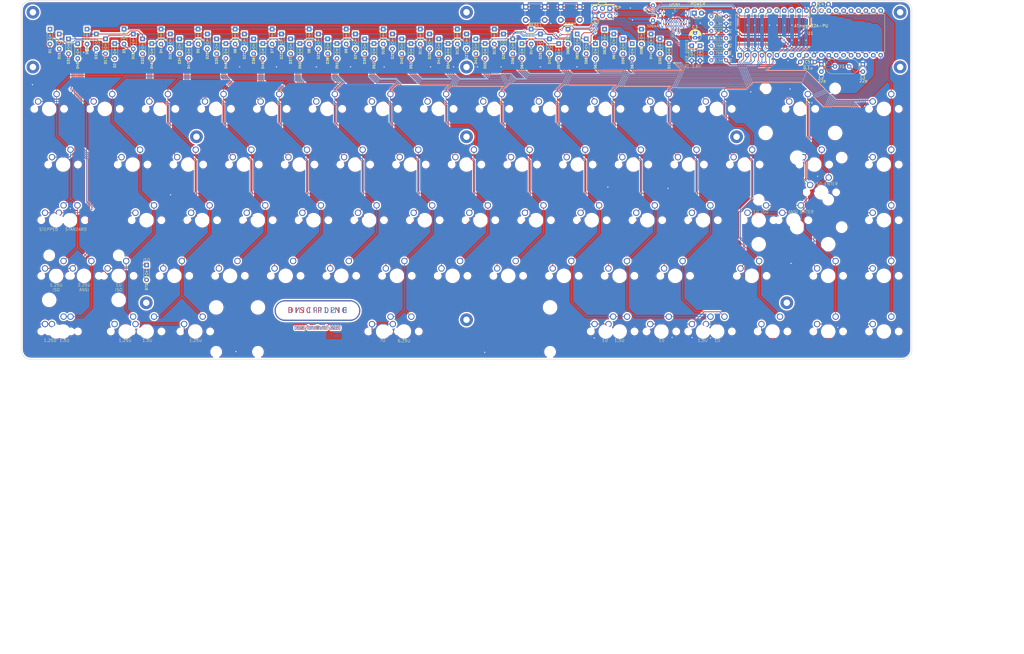
<source format=kicad_pcb>
(kicad_pcb (version 20211014) (generator pcbnew)
  (layers (0 "F.Cu" signal) (31 "B.Cu" signal) (34 "B.Paste" user) (35 "F.Paste" user) (36 "B.SilkS" user "B.Silkscreen") (37 "F.SilkS" user "F.Silkscreen") (38 "B.Mask" user) (39 "F.Mask" user) (44 "Edge.Cuts" user))
  (net 0 "")
  (net 1 "GND")
  (net 2 "VCC")
  (net 3 "row0")
  (net 4 "Net-(D1-Pad2)")
  (net 5 "Net-(D2-Pad2)")
  (net 6 "Net-(D3-Pad2)")
  (net 7 "Net-(D4-Pad2)")
  (net 8 "Net-(D5-Pad2)")
  (net 9 "Net-(D6-Pad2)")
  (net 10 "Net-(D7-Pad2)")
  (net 11 "Net-(D8-Pad2)")
  (net 12 "Net-(D9-Pad2)")
  (net 13 "Net-(D10-Pad2)")
  (net 14 "Net-(D11-Pad2)")
  (net 15 "Net-(D12-Pad2)")
  (net 16 "Net-(D13-Pad2)")
  (net 17 "Net-(D14-Pad2)")
  (net 18 "Net-(D15-Pad2)")
  (net 19 "row1")
  (net 20 "Net-(D16-Pad2)")
  (net 21 "Net-(D17-Pad2)")
  (net 22 "Net-(D18-Pad2)")
  (net 23 "Net-(D19-Pad2)")
  (net 24 "Net-(D20-Pad2)")
  (net 25 "Net-(D21-Pad2)")
  (net 26 "Net-(D22-Pad2)")
  (net 27 "Net-(D23-Pad2)")
  (net 28 "Net-(D24-Pad2)")
  (net 29 "Net-(D25-Pad2)")
  (net 30 "Net-(D26-Pad2)")
  (net 31 "Net-(D27-Pad2)")
  (net 32 "Net-(D28-Pad2)")
  (net 33 "Net-(D29-Pad2)")
  (net 34 "Net-(D30-Pad2)")
  (net 35 "Net-(D31-Pad2)")
  (net 36 "row2")
  (net 37 "Net-(D32-Pad2)")
  (net 38 "Net-(D33-Pad2)")
  (net 39 "Net-(D34-Pad2)")
  (net 40 "Net-(D35-Pad2)")
  (net 41 "Net-(D36-Pad2)")
  (net 42 "Net-(D37-Pad2)")
  (net 43 "Net-(D38-Pad2)")
  (net 44 "Net-(D39-Pad2)")
  (net 45 "Net-(D40-Pad2)")
  (net 46 "Net-(D41-Pad2)")
  (net 47 "Net-(D42-Pad2)")
  (net 48 "Net-(D43-Pad2)")
  (net 49 "Net-(D44-Pad2)")
  (net 50 "row3")
  (net 51 "Net-(D45-Pad2)")
  (net 52 "Net-(D46-Pad2)")
  (net 53 "Net-(D47-Pad2)")
  (net 54 "Net-(D48-Pad2)")
  (net 55 "Net-(D49-Pad2)")
  (net 56 "Net-(D50-Pad2)")
  (net 57 "Net-(D51-Pad2)")
  (net 58 "Net-(D52-Pad2)")
  (net 59 "Net-(D53-Pad2)")
  (net 60 "Net-(D54-Pad2)")
  (net 61 "Net-(D55-Pad2)")
  (net 62 "Net-(D56-Pad2)")
  (net 63 "Net-(D57-Pad2)")
  (net 64 "Net-(D58-Pad2)")
  (net 65 "Net-(D59-Pad2)")
  (net 66 "row4")
  (net 67 "Net-(D60-Pad2)")
  (net 68 "Net-(D61-Pad2)")
  (net 69 "Net-(D62-Pad2)")
  (net 70 "Net-(D63-Pad2)")
  (net 71 "Net-(D64-Pad2)")
  (net 72 "Net-(D65-Pad2)")
  (net 73 "Net-(D66-Pad2)")
  (net 74 "Net-(D67-Pad2)")
  (net 75 "col0")
  (net 76 "col1")
  (net 77 "col2")
  (net 78 "col3")
  (net 79 "col4")
  (net 80 "col5")
  (net 81 "col6")
  (net 82 "col7")
  (net 83 "col8")
  (net 84 "col9")
  (net 85 "col10")
  (net 86 "col11")
  (net 87 "col12")
  (net 88 "col13")
  (net 89 "col14")
  (net 90 "Net-(R1-Pad2)")
  (net 91 "Net-(D68-Pad2)")
  (net 92 "Net-(R2-Pad1)")
  (net 93 "Net-(USB1-PadB8)")
  (net 94 "Net-(USB1-PadA8)")
  (net 95 "reset")
  (net 96 "+5V")
  (net 97 "Net-(U1-Pad29)")
  (net 98 "Net-(U1-Pad32)")
  (net 99 "Net-(U1-Pad33)")
  (net 100 "Net-(U1-Pad14)")
  (net 101 "Net-(U1-Pad34)")
  (net 102 "Net-(U1-Pad35)")
  (net 103 "D+")
  (net 104 "D-")
  (net 105 "Net-(C1-Pad1)")
  (net 106 "Net-(C2-Pad1)")
  (net 107 "Net-(D69-Pad1)")
  (net 108 "Net-(D70-Pad1)")
  (net 109 "MOSI")
  (net 110 "SCK")
  (net 111 "MISO")
  (net 112 "Net-(LED1-Pad1)")
  (net 113 "boot")
  (net 114 "Net-(U1-Pad15)")
  (net 115 "Net-(D71-Pad2)")
  (footprint "cftkb:SW_Cherry_MX1A_1.00u_PCB-NOSCREEN" (layer "F.Cu") (at 65.88125 89.69375)
    (fp_text reference "SW1")
    (fp_text value "KEYSW")
  )
  (footprint "cftkb:SW_Cherry_MX1A_1.00u_PCB-NOSCREEN" (layer "F.Cu") (at 84.93125 89.69375)
    (fp_text reference "SW2")
    (fp_text value "KEYSW")
  )
  (footprint "cftkb:SW_Cherry_MX1A_1.00u_PCB-NOSCREEN" (layer "F.Cu") (at 103.98125 89.69375)
    (fp_text reference "SW3")
    (fp_text value "KEYSW")
  )
  (footprint "cftkb:SW_Cherry_MX1A_1.00u_PCB-NOSCREEN" (layer "F.Cu") (at 123.03125 89.69375)
    (fp_text reference "SW4")
    (fp_text value "KEYSW")
  )
  (footprint "cftkb:SW_Cherry_MX1A_1.00u_PCB-NOSCREEN" (layer "F.Cu") (at 142.08125 89.69375)
    (fp_text reference "SW5")
    (fp_text value "KEYSW")
  )
  (footprint "cftkb:SW_Cherry_MX1A_1.00u_PCB-NOSCREEN" (layer "F.Cu") (at 161.13125 89.69375)
    (fp_text reference "SW6")
    (fp_text value "KEYSW")
  )
  (footprint "cftkb:SW_Cherry_MX1A_1.00u_PCB-NOSCREEN" (layer "F.Cu") (at 180.18125 89.69375)
    (fp_text reference "SW7")
    (fp_text value "KEYSW")
  )
  (footprint "cftkb:SW_Cherry_MX1A_1.00u_PCB-NOSCREEN" (layer "F.Cu") (at 199.23125 89.69375)
    (fp_text reference "SW8")
    (fp_text value "KEYSW")
  )
  (footprint "cftkb:SW_Cherry_MX1A_1.00u_PCB-NOSCREEN" (layer "F.Cu") (at 218.28125 89.69375)
    (fp_text reference "SW9")
    (fp_text value "KEYSW")
  )
  (footprint "cftkb:SW_Cherry_MX1A_1.00u_PCB-NOSCREEN" (layer "F.Cu") (at 237.33125 89.69375)
    (fp_text reference "SW10")
    (fp_text value "KEYSW")
  )
  (footprint "cftkb:SW_Cherry_MX1A_1.00u_PCB-NOSCREEN" (layer "F.Cu") (at 256.38125 89.69375)
    (fp_text reference "SW11")
    (fp_text value "KEYSW")
  )
  (footprint "cftkb:SW_Cherry_MX1A_1.00u_PCB-NOSCREEN" (layer "F.Cu") (at 275.43125 89.69375)
    (fp_text reference "SW12")
    (fp_text value "KEYSW")
  )
  (footprint "cftkb:SW_Cherry_MX1A_1.00u_PCB-NOSCREEN" (layer "F.Cu") (at 294.48125 89.69375)
    (fp_text reference "SW13")
    (fp_text value "KEYSW")
  )
  (footprint "cftkb:SW_Cherry_MX1A_1.00u_PCB-NOSCREEN" (layer "F.Cu") (at 351.63125 89.69375)
    (fp_text reference "SW15")
    (fp_text value "KEYSW")
  )
  (footprint "cftkb:SW_Cherry_MX1A_1.00u_PCB-NOSCREEN" (layer "F.Cu") (at 94.45625 108.74375)
    (fp_text reference "SW17")
    (fp_text value "KEYSW")
  )
  (footprint "cftkb:SW_Cherry_MX1A_1.00u_PCB-NOSCREEN" (layer "F.Cu") (at 113.50625 108.74375)
    (fp_text reference "SW18")
    (fp_text value "KEYSW")
  )
  (footprint "cftkb:SW_Cherry_MX1A_1.00u_PCB-NOSCREEN" (layer "F.Cu") (at 132.55625 108.74375)
    (fp_text reference "SW19")
    (fp_text value "KEYSW")
  )
  (footprint "cftkb:SW_Cherry_MX1A_1.00u_PCB-NOSCREEN" (layer "F.Cu") (at 151.60625 108.74375)
    (fp_text reference "SW20")
    (fp_text value "KEYSW")
  )
  (footprint "cftkb:SW_Cherry_MX1A_1.00u_PCB-NOSCREEN" (layer "F.Cu") (at 170.65625 108.74375)
    (fp_text reference "SW21")
    (fp_text value "KEYSW")
  )
  (footprint "cftkb:SW_Cherry_MX1A_1.00u_PCB-NOSCREEN" (layer "F.Cu") (at 189.70625 108.74375)
    (fp_text reference "SW22")
    (fp_text value "KEYSW")
  )
  (footprint "cftkb:SW_Cherry_MX1A_1.00u_PCB-NOSCREEN" (layer "F.Cu") (at 208.75625 108.74375)
    (fp_text reference "SW23")
    (fp_text value "KEYSW")
  )
  (footprint "cftkb:SW_Cherry_MX1A_1.00u_PCB-NOSCREEN" (layer "F.Cu") (at 227.80625 108.74375)
    (fp_text reference "SW24")
    (fp_text value "KEYSW")
  )
  (footprint "cftkb:SW_Cherry_MX1A_1.00u_PCB-NOSCREEN" (layer "F.Cu") (at 246.85625 108.74375)
    (fp_text reference "SW25")
    (fp_text value "KEYSW")
  )
  (footprint "cftkb:SW_Cherry_MX1A_1.00u_PCB-NOSCREEN" (layer "F.Cu") (at 265.90625 108.74375)
    (fp_text reference "SW26")
    (fp_text value "KEYSW")
  )
  (footprint "cftkb:SW_Cherry_MX1A_1.00u_PCB-NOSCREEN" (layer "F.Cu") (at 284.95625 108.74375)
    (fp_text reference "SW27")
    (fp_text value "KEYSW")
  )
  (footprint "cftkb:SW_Cherry_MX1A_1.00u_PCB-NOSCREEN" (layer "F.Cu") (at 304.00625 108.74375)
    (fp_text reference "SW28")
    (fp_text value "KEYSW")
  )
  (footprint "cftkb:SW_Cherry_MX1A_1.00u_PCB-NOSCREEN" (layer "F.Cu") (at 351.63125 108.74375)
    (fp_text reference "SW30")
    (fp_text value "KEYSW")
  )
  (footprint "cftkb:SW_Cherry_MX1A_1.00u_PCB-NOSCREEN" (layer "F.Cu") (at 99.21875 127.79375)
    (fp_text reference "SW32")
    (fp_text value "KEYSW")
  )
  (footprint "cftkb:SW_Cherry_MX1A_1.00u_PCB-NOSCREEN" (layer "F.Cu") (at 118.26875 127.79375)
    (fp_text reference "SW33")
    (fp_text value "KEYSW")
  )
  (footprint "cftkb:SW_Cherry_MX1A_1.00u_PCB-NOSCREEN" (layer "F.Cu") (at 137.31875 127.79375)
    (fp_text reference "SW34")
    (fp_text value "KEYSW")
  )
  (footprint "cftkb:SW_Cherry_MX1A_1.00u_PCB-NOSCREEN" (layer "F.Cu") (at 156.36825 127.79375)
    (fp_text reference "SW35")
    (fp_text value "KEYSW")
  )
  (footprint "cftkb:SW_Cherry_MX1A_1.00u_PCB-NOSCREEN" (layer "F.Cu") (at 175.41825 127.79375)
    (fp_text reference "SW36")
    (fp_text value "KEYSW")
  )
  (footprint "cftkb:SW_Cherry_MX1A_1.00u_PCB-NOSCREEN" (layer "F.Cu") (at 194.46825 127.79375)
    (fp_text reference "SW37")
    (fp_text value "KEYSW")
  )
  (footprint "cftkb:SW_Cherry_MX1A_1.00u_PCB-NOSCREEN" (layer "F.Cu") (at 213.51825 127.79375)
    (fp_text reference "SW38")
    (fp_text value "KEYSW")
  )
  (footprint "cftkb:SW_Cherry_MX1A_1.00u_PCB-NOSCREEN" (layer "F.Cu") (at 232.56825 127.79375)
    (fp_text reference "SW39")
    (fp_text value "KEYSW")
  )
  (footprint "cftkb:SW_Cherry_MX1A_1.00u_PCB-NOSCREEN" (layer "F.Cu") (at 251.61825 127.79375)
    (fp_text reference "SW40")
    (fp_text value "KEYSW")
  )
  (footprint "cftkb:SW_Cherry_MX1A_1.00u_PCB-NOSCREEN" (layer "F.Cu") (at 270.66825 127.79375)
    (fp_text reference "SW41")
    (fp_text value "KEYSW")
  )
  (footprint "cftkb:SW_Cherry_MX1A_1.00u_PCB-NOSCREEN" (layer "F.Cu") (at 289.71825 127.79375)
    (fp_text reference "SW42")
    (fp_text value "KEYSW")
  )
  (footprint "cftkb:SW_Cherry_MX1A_1.00u_PCB-NOSCREEN" (layer "F.Cu") (at 351.63125 127.79375)
    (fp_text reference "SW44")
    (fp_text value "KEYSW")
  )
  (footprint "cftkb:SW_Cherry_MX1A_1.00u_PCB-NOSCREEN" (layer "F.Cu") (at 108.74375 146.84375)
    (fp_text reference "SW46")
    (fp_text value "KEYSW")
  )
  (footprint "cftkb:SW_Cherry_MX1A_1.00u_PCB-NOSCREEN" (layer "F.Cu") (at 127.79375 146.84375)
    (fp_text reference "SW47")
    (fp_text value "KEYSW")
  )
  (footprint "cftkb:SW_Cherry_MX1A_1.00u_PCB-NOSCREEN" (layer "F.Cu") (at 146.84375 146.84375)
    (fp_text reference "SW48")
    (fp_text value "KEYSW")
  )
  (footprint "cftkb:SW_Cherry_MX1A_1.00u_PCB-NOSCREEN" (layer "F.Cu") (at 165.89425 146.84375)
    (fp_text reference "SW49")
    (fp_text value "KEYSW")
  )
  (footprint "cftkb:SW_Cherry_MX1A_1.00u_PCB-NOSCREEN" (layer "F.Cu") (at 184.94425 146.84375)
    (fp_text reference "SW50")
    (fp_text value "KEYSW")
  )
  (footprint "cftkb:SW_Cherry_MX1A_1.00u_PCB-NOSCREEN" (layer "F.Cu") (at 203.99425 146.84375)
    (fp_text reference "SW51")
    (fp_text value "KEYSW")
  )
  (footprint "cftkb:SW_Cherry_MX1A_1.00u_PCB-NOSCREEN" (layer "F.Cu") (at 223.04425 146.84375)
    (fp_text reference "SW52")
    (fp_text value "KEYSW")
  )
  (footprint "cftkb:SW_Cherry_MX1A_1.00u_PCB-NOSCREEN" (layer "F.Cu") (at 242.09425 146.84375)
    (fp_text reference "SW53")
    (fp_text value "KEYSW")
  )
  (footprint "cftkb:SW_Cherry_MX1A_1.00u_PCB-NOSCREEN" (layer "F.Cu") (at 261.14425 146.84375)
    (fp_text reference "SW54")
    (fp_text value "KEYSW")
  )
  (footprint "cftkb:SW_Cherry_MX1A_1.00u_PCB-NOSCREEN" (layer "F.Cu") (at 280.19425 146.84375)
    (fp_text reference "SW55")
    (fp_text value "KEYSW")
  )
  (footprint "cftkb:SW_Cherry_MX1A_1.00u_PCB-NOSCREEN" (layer "F.Cu") (at 332.58125 146.84375)
    (fp_text reference "SW57")
    (fp_text value "KEYSW")
  )
  (footprint "cftkb:SW_Cherry_MX1A_1.00u_PCB-NOSCREEN" (layer "F.Cu") (at 351.63125 146.84375)
    (fp_text reference "SW58")
    (fp_text value "KEYSW")
  )
  (footprint "cftkb:SW_Cherry_MX1A_1.00u_PCB-NOSCREEN" (layer "F.Cu") (at 187.32525 165.89375)
    (fp_text reference "SW62")
    (fp_text value "KEYSW")
  )
  (footprint "cftkb:SW_Cherry_MX1A_1.00u_PCB-NOSCREEN" (layer "F.Cu") (at 313.53125 165.89375)
    (fp_text reference "SW65")
    (fp_text value "KEYSW")
  )
  (footprint "cftkb:SW_Cherry_MX1A_1.00u_PCB-NOSCREEN" (layer "F.Cu") (at 332.58125 165.89375)
    (fp_text reference "SW66")
    (fp_text value "KEYSW")
  )
  (footprint "cftkb:SW_Cherry_MX1A_1.00u_PCB-NOSCREEN" (layer "F.Cu") (at 351.63125 165.89375)
    (fp_text reference "SW67")
    (fp_text value "KEYSW")
  )
  (footprint "cftkb:SW_Cherry_MX1A_2.00u_PCBNOSCREEN" (layer "F.Cu") (at 323.05625 89.69375)
    (fp_text reference "SW14")
    (fp_text value "KEYSW")
  )
  (footprint "cftkb:SW_Cherry_MX1A_1.50u_PCBNOSCREEN" (layer "F.Cu") (at 327.81825 108.74375)
    (fp_text reference "SW29")
    (fp_text value "KEYSW")
  )
  (footprint "cftkb:SW_Cherry_MX1A_1.75u_PCBNOSCREEN" (layer "F.Cu") (at 73.02505 127.78362)
    (fp_text reference "SW31")
    (fp_text value "KEYSW")
  )
  (footprint "cftkb:SW_Cherry_MX1A_2.25u_PCBNOSCREEN" (layer "F.Cu") (at 320.67525 127.79375)
    (fp_text reference "SW43")
    (fp_text value "KEYSW")
  )
  (footprint "cftkb:SW_Cherry_MX1A_2.25u_PCBNOSCREEN" (layer "F.Cu") (at 77.78745 146.84375)
    (fp_text reference "SW45")
    (fp_text value "KEYSW")
  )
  (footprint "cftkb:SW_Cherry_MX1A_1.75u_PCBNOSCREEN" (layer "F.Cu") (at 306.38725 146.84375)
    (fp_text reference "SW56")
    (fp_text value "KEYSW")
  )
  (footprint "cftkb:SW_Cherry_MX1A_1.25u_PCBNOSCREEN" (layer "F.Cu") (at 68.26245 165.88362)
    (fp_text reference "SW59")
    (fp_text value "KEYSW")
  )
  (footprint "cftkb:SW_Cherry_MX1A_1.25u_PCBNOSCREEN" (layer "F.Cu") (at 92.07505 165.89375)
    (fp_text reference "SW60")
    (fp_text value "KEYSW")
  )
  (footprint "cftkb:SW_Cherry_MX1A_1.25u_PCBNOSCREEN" (layer "F.Cu") (at 115.88745 165.88362)
    (fp_text reference "SW61")
    (fp_text value "KEYSW")
  )
  (footprint "MountingHole:MountingHole_2.2mm_M2_Pad" (layer "F.Cu") (at 57.766382 80.44475)
    (fp_text reference "REF**")
    (fp_text value "MountingHole_2.2mm_M2_Pad")
  )
  (footprint "MountingHole:MountingHole_2.2mm_M2_Pad" (layer "F.Cu") (at 57.766382 61.69475)
    (fp_text reference "REF**")
    (fp_text value "MountingHole_2.2mm_M2_Pad")
  )
  (footprint "MountingHole:MountingHole_2.2mm_M2_Pad" (layer "F.Cu") (at 354.660309 61.69475)
    (fp_text reference "REF**")
    (fp_text value "MountingHole_2.2mm_M2_Pad")
  )
  (footprint "MountingHole:MountingHole_2.2mm_M2_Pad" (layer "F.Cu") (at 354.660309 80.44475)
    (fp_text reference "REF**")
    (fp_text value "MountingHole_2.2mm_M2_Pad")
  )
  (footprint "MountingHole:MountingHole_2.2mm_M2_Pad" (layer "F.Cu") (at 96.565888 161.14696)
    (fp_text reference "REF**")
    (fp_text value "MountingHole_2.2mm_M2_Pad")
  )
  (footprint "MountingHole:MountingHole_2.2mm_M2_Pad" (layer "F.Cu") (at 315.860803 161.14696)
    (fp_text reference "REF**")
    (fp_text value "MountingHole_2.2mm_M2_Pad")
  )
  (footprint "MountingHole:MountingHole_2.2mm_M2_Pad" (layer "F.Cu") (at 113.754723 104.302994)
    (fp_text reference "REF**")
    (fp_text value "MountingHole_2.2mm_M2_Pad")
  )
  (footprint "MountingHole:MountingHole_2.2mm_M2_Pad" (layer "F.Cu") (at 298.671968 104.302994)
    (fp_text reference "REF**")
    (fp_text value "MountingHole_2.2mm_M2_Pad")
  )
  (footprint "MountingHole:MountingHole_2.2mm_M2_Pad" (layer "F.Cu") (at 206.213345 104.302994)
    (fp_text reference "REF**")
    (fp_text value "MountingHole_2.2mm_M2_Pad")
  )
  (footprint "logos:TOPY 4MM MASK" (layer "F.Cu") (at 58.451591 71.060529)
    (fp_text reference "G***" hide)
    (fp_text value "LOGO" hide)
  )
  (footprint "cftkb:MX-7U-Stabilizer" (layer "F.Cu") (at 177.667573 170.98164)
    (fp_text reference "ST72")
    (fp_text value "7U")
  )
  (footprint "MountingHole:MountingHole_2.2mm_M2_Pad" (layer "F.Cu") (at 206.213345 166.95811)
    (fp_text reference "REF**")
    (fp_text value "MountingHole_2.2mm_M2_Pad")
  )
  (footprint "cftkb:SW_Cherry_MX1A_1.00u_PCB-NOSCREEN" (layer "F.Cu") (at 294.521528 165.88362)
    (fp_text reference "SW68")
    (fp_text value "KEYSW")
  )
  (footprint "cftkb:D_DO-35_SOD27_P5.08mm_Horizontal" (layer "F.Cu") (at 63.600284 66.205612 -90)
    (fp_text reference "D1")
    (fp_text value " ")
  )
  (footprint "cftkb:D_DO-35_SOD27_P5.08mm_Horizontal" (layer "F.Cu") (at 85.786525 71.166199 -90)
    (fp_text reference "D2")
    (fp_text value " ")
  )
  (footprint "cftkb:D_DO-35_SOD27_P5.08mm_Horizontal" (layer "F.Cu") (at 88.955988 66.205612 -90)
    (fp_text reference "D3")
    (fp_text value " ")
  )
  (footprint "cftkb:D_DO-35_SOD27_P5.08mm_Horizontal" (layer "F.Cu") (at 101.63384 66.205612 -90)
    (fp_text reference "D4")
    (fp_text value " ")
  )
  (footprint "cftkb:D_DO-35_SOD27_P5.08mm_Horizontal" (layer "F.Cu") (at 114.311692 66.205612 -90)
    (fp_text reference "D5")
    (fp_text value " ")
  )
  (footprint "cftkb:D_DO-35_SOD27_P5.08mm_Horizontal" (layer "F.Cu") (at 126.989544 66.205612 -90)
    (fp_text reference "D6")
    (fp_text value " ")
  )
  (footprint "cftkb:D_DO-35_SOD27_P5.08mm_Horizontal" (layer "F.Cu") (at 139.667396 66.205612 -90)
    (fp_text reference "D7")
    (fp_text value " ")
  )
  (footprint "cftkb:D_DO-35_SOD27_P5.08mm_Horizontal" (layer "F.Cu") (at 152.345248 66.205612 -90)
    (fp_text reference "D8")
    (fp_text value " ")
  )
  (footprint "cftkb:D_DO-35_SOD27_P5.08mm_Horizontal" (layer "F.Cu") (at 165.0231 66.205612 -90)
    (fp_text reference "D9")
    (fp_text value " ")
  )
  (footprint "cftkb:D_DO-35_SOD27_P5.08mm_Horizontal" (layer "F.Cu") (at 177.700952 66.205612 -90)
    (fp_text reference "D10")
    (fp_text value " ")
  )
  (footprint "cftkb:D_DO-35_SOD27_P5.08mm_Horizontal" (layer "F.Cu") (at 190.378804 66.205612 -90)
    (fp_text reference "D11")
    (fp_text value " ")
  )
  (footprint "cftkb:D_DO-35_SOD27_P5.08mm_Horizontal" (layer "F.Cu") (at 203.056656 66.205612 -90)
    (fp_text reference "D12")
    (fp_text value " ")
  )
  (footprint "cftkb:D_DO-35_SOD27_P5.08mm_Horizontal" (layer "F.Cu") (at 215.734508 66.205612 -90)
    (fp_text reference "D13")
    (fp_text value " ")
  )
  (footprint "cftkb:D_DO-35_SOD27_P5.08mm_Horizontal" (layer "F.Cu") (at 228.342376 66.205612 -90)
    (fp_text reference "D14")
    (fp_text value " ")
  )
  (footprint "cftkb:D_DO-35_SOD27_P5.08mm_Horizontal" (layer "F.Cu") (at 275.541929 71.166199 -90)
    (fp_text reference "D15")
    (fp_text value " ")
  )
  (footprint "cftkb:D_DO-35_SOD27_P5.08mm_Horizontal" (layer "F.Cu") (at 66.769747 67.859141 -90)
    (fp_text reference "D16")
    (fp_text value " ")
  )
  (footprint "cftkb:D_DO-35_SOD27_P5.08mm_Horizontal" (layer "F.Cu") (at 82.617062 69.51267 -90)
    (fp_text reference "D17")
    (fp_text value " ")
  )
  (footprint "cftkb:D_DO-35_SOD27_P5.08mm_Horizontal" (layer "F.Cu") (at 92.125451 67.859141 -90)
    (fp_text reference "D18")
    (fp_text value " ")
  )
  (footprint "cftkb:D_DO-35_SOD27_P5.08mm_Horizontal" (layer "F.Cu") (at 104.803303 67.859141 -90)
    (fp_text reference "D19")
    (fp_text value " ")
  )
  (footprint "cftkb:D_DO-35_SOD27_P5.08mm_Horizontal" (layer "F.Cu") (at 117.481155 67.859141 -90)
    (fp_text reference "D20")
    (fp_text value " ")
  )
  (footprint "cftkb:D_DO-35_SOD27_P5.08mm_Horizontal" (layer "F.Cu") (at 130.159007 67.859141 -90)
    (fp_text reference "D21")
    (fp_text value " ")
  )
  (footprint "cftkb:D_DO-35_SOD27_P5.08mm_Horizontal" (layer "F.Cu") (at 142.836859 67.859141 -90)
    (fp_text reference "D22")
    (fp_text value " ")
  )
  (footprint "cftkb:D_DO-35_SOD27_P5.08mm_Horizontal" (layer "F.Cu") (at 155.514711 67.859141 -90)
    (fp_text reference "D23")
    (fp_text value " ")
  )
  (footprint "cftkb:D_DO-35_SOD27_P5.08mm_Horizontal" (layer "F.Cu") (at 168.192563 67.859141 -90)
    (fp_text reference "D24")
    (fp_text value " ")
  )
  (footprint "cftkb:D_DO-35_SOD27_P5.08mm_Horizontal" (layer "F.Cu") (at 180.870415 67.859141 -90)
    (fp_text reference "D25")
    (fp_text value " ")
  )
  (footprint "cftkb:D_DO-35_SOD27_P5.08mm_Horizontal" (layer "F.Cu") (at 193.548267 67.859141 -90)
    (fp_text reference "D26")
    (fp_text value " ")
  )
  (footprint "cftkb:D_DO-35_SOD27_P5.08mm_Horizontal" (layer "F.Cu") (at 206.226119 67.859141 -90)
    (fp_text reference "D27")
    (fp_text value " ")
  )
  (footprint "cftkb:D_DO-35_SOD27_P5.08mm_Horizontal" (layer "F.Cu") (at 218.886475 67.859141 -90)
    (fp_text reference "D28")
    (fp_text value " ")
  )
  (footprint "cftkb:D_DO-35_SOD27_P5.08mm_Horizontal" (layer "F.Cu") (at 231.493149 67.859141 -90)
    (fp_text reference "D29")
    (fp_text value " ")
  )
  (footprint "cftkb:D_DO-35_SOD27_P5.08mm_Horizontal" (layer "F.Cu") (at 272.453205 69.51267 -90)
    (fp_text reference "D30")
    (fp_text value " ")
  )
  (footprint "cftkb:D_DO-35_SOD27_P5.08mm_Horizontal" (layer "F.Cu") (at 69.93921 69.51267 -90)
    (fp_text reference "D31")
    (fp_text value " ")
  )
  (footprint "cftkb:D_DO-35_SOD27_P5.08mm_Horizontal" (layer "F.Cu") (at 79.447599 67.859141 -90)
    (fp_text reference "D32")
    (fp_text value " ")
  )
  (footprint "cftkb:D_DO-35_SOD27_P5.08mm_Horizontal" (layer "F.Cu") (at 95.294914 69.51267 -90)
    (fp_text reference "D33")
    (fp_text value " ")
  )
  (footprint "cftkb:D_DO-35_SOD27_P5.08mm_Horizontal" (layer "F.Cu") (at 107.972766 69.51267 -90)
    (fp_text reference "D34")
    (fp_text value " ")
  )
  (footprint "cftkb:D_DO-35_SOD27_P5.08mm_Horizontal" (layer "F.Cu") (at 120.650618 69.51267 -90)
    (fp_text reference "D35")
    (fp_text value " ")
  )
  (footprint "cftkb:D_DO-35_SOD27_P5.08mm_Horizontal" (layer "F.Cu") (at 133.32847 69.51267 -90)
    (fp_text reference "D36")
    (fp_text value " ")
  )
  (footprint "cftkb:D_DO-35_SOD27_P5.08mm_Horizontal" (layer "F.Cu") (at 146.006322 69.51267 -90)
    (fp_text reference "D37")
    (fp_text value " ")
  )
  (footprint "cftkb:D_DO-35_SOD27_P5.08mm_Horizontal" (layer "F.Cu") (at 158.684174 69.51267 -90)
    (fp_text reference "D38")
    (fp_text value " ")
  )
  (footprint "cftkb:D_DO-35_SOD27_P5.08mm_Horizontal" (layer "F.Cu") (at 171.362026 69.51267 -90)
    (fp_text reference "D39")
    (fp_text value " ")
  )
  (footprint "cftkb:D_DO-35_SOD27_P5.08mm_Horizontal" (layer "F.Cu") (at 184.039878 69.51267 -90)
    (fp_text reference "D40")
    (fp_text value " ")
  )
  (footprint "cftkb:D_DO-35_SOD27_P5.08mm_Horizontal" (layer "F.Cu") (at 196.71773 69.51267 -90)
    (fp_text reference "D41")
    (fp_text value " ")
  )
  (footprint "cftkb:D_DO-35_SOD27_P5.08mm_Horizontal" (layer "F.Cu") (at 209.395582 69.51267 -90)
    (fp_text reference "D42")
    (fp_text value " ")
  )
  (footprint "cftkb:D_DO-35_SOD27_P5.08mm_Horizontal" (layer "F.Cu") (at 234.643922 69.51267 -90)
    (fp_text reference "D43")
    (fp_text value " ")
  )
  (footprint "cftkb:D_DO-35_SOD27_P5.08mm_Horizontal" (layer "F.Cu") (at 269.364481 67.859141 -90)
    (fp_text reference "D44")
    (fp_text value " ")
  )
  (footprint "cftkb:D_DO-35_SOD27_P5.08mm_Horizontal" (layer "F.Cu") (at 73.108673 71.166199 -90)
    (fp_text reference "D45")
    (fp_text value " ")
  )
  (footprint "cftkb:D_DO-35_SOD27_P5.08mm_Horizontal" (layer "F.Cu") (at 98.464377 71.166199 -90)
    (fp_text reference "D46")
    (fp_text value " ")
  )
  (footprint "cftkb:D_DO-35_SOD27_P5.08mm_Horizontal" (layer "F.Cu") (at 111.142229 71.166199 -90)
    (fp_text reference "D47")
    (fp_text value " ")
  )
  (footprint "cftkb:D_DO-35_SOD27_P5.08mm_Horizontal" (layer "F.Cu") (at 123.820081 71.166199 -90)
    (fp_text reference "D48")
    (fp_text value " ")
  )
  (footprint "cftkb:D_DO-35_SOD27_P5.08mm_Horizontal" (layer "F.Cu") (at 136.497933 71.166199 -90)
    (fp_text reference "D49")
    (fp_text value " ")
  )
  (footprint "cftkb:D_DO-35_SOD27_P5.08mm_Horizontal" (layer "F.Cu") (at 149.175785 71.166199 -90)
    (fp_text reference "D50")
    (fp_text value " ")
  )
  (footprint "cftkb:D_DO-35_SOD27_P5.08mm_Horizontal" (layer "F.Cu") (at 161.853637 71.166199 -90)
    (fp_text reference "D51")
    (fp_text value " ")
  )
  (footprint "cftkb:D_DO-35_SOD27_P5.08mm_Horizontal" (layer "F.Cu") (at 174.531489 71.166199 -90)
    (fp_text reference "D52")
    (fp_text value " ")
  )
  (footprint "cftkb:D_DO-35_SOD27_P5.08mm_Horizontal" (layer "F.Cu") (at 187.209341 71.166199 -90)
    (fp_text reference "D53")
    (fp_text value " ")
  )
  (footprint "cftkb:D_DO-35_SOD27_P5.08mm_Horizontal" (layer "F.Cu") (at 199.887193 71.166199 -90)
    (fp_text reference "D54")
    (fp_text value " ")
  )
  (footprint "cftkb:D_DO-35_SOD27_P5.08mm_Horizontal" (layer "F.Cu") (at 212.565045 71.166199 -90)
    (fp_text reference "D55")
    (fp_text value " ")
  )
  (footprint "cftkb:D_DO-35_SOD27_P5.08mm_Horizontal" (layer "F.Cu") (at 222.038442 69.51267 -90)
    (fp_text reference "D56")
    (fp_text value " ")
  )
  (footprint "cftkb:D_DO-35_SOD27_P5.08mm_Horizontal" (layer "F.Cu") (at 237.794695 71.166199 -90)
    (fp_text reference "D57")
    (fp_text value " ")
  )
  (footprint "cftkb:D_DO-35_SOD27_P5.08mm_Horizontal" (layer "F.Cu") (at 266.089606 66.205612 -90)
    (fp_text reference "D58")
    (fp_text value " ")
  )
  (footprint "cftkb:D_DO-35_SOD27_P5.08mm_Horizontal" (layer "F.Cu") (at 259.788058 69.51267 -90)
    (fp_text reference "D59")
    (fp_text value " ")
  )
  (footprint "cftkb:D_DO-35_SOD27_P5.08mm_Horizontal" (layer "F.Cu") (at 76.278136 66.205612 -90)
    (fp_text reference "D60")
    (fp_text value " ")
  )
  (footprint "cftkb:D_DO-35_SOD27_P5.08mm_Horizontal" (layer "F.Cu") (at 256.637284 67.859141 -90)
    (fp_text reference "D61")
    (fp_text value " ")
  )
  (footprint "cftkb:D_DO-35_SOD27_P5.08mm_Horizontal" (layer "F.Cu") (at 253.486511 66.205612 -90)
    (fp_text reference "D62")
    (fp_text value " ")
  )
  (footprint "cftkb:D_DO-35_SOD27_P5.08mm_Horizontal" (layer "F.Cu") (at 250.335738 71.166199 -90)
    (fp_text reference "D63")
    (fp_text value " ")
  )
  (footprint "cftkb:D_DO-35_SOD27_P5.08mm_Horizontal" (layer "F.Cu") (at 225.190409 71.166199 -90)
    (fp_text reference "D64")
    (fp_text value " ")
  )
  (footprint "cftkb:D_DO-35_SOD27_P5.08mm_Horizontal" (layer "F.Cu") (at 244.096241 67.859141 -90)
    (fp_text reference "D65")
    (fp_text value " ")
  )
  (footprint "cftkb:D_DO-35_SOD27_P5.08mm_Horizontal" (layer "F.Cu") (at 240.945468 66.205612 -90)
    (fp_text reference "D66")
    (fp_text value " ")
  )
  (footprint "cftkb:D_DO-35_SOD27_P5.08mm_Horizontal" (layer "F.Cu") (at 262.938832 71.166199 -90)
    (fp_text reference "D67")
    (fp_text value " ")
  )
  (footprint "cftkb:D_DO-35_SOD27_P5.08mm_Horizontal" (layer "F.Cu") (at 247.184965 69.51267 -90)
    (fp_text reference "D68")
    (fp_text value " ")
  )
  (footprint "cftkb:R_Axial_DIN0204_L3.6mm_D1.6mm_P5.08mm_Horizontal" (layer "F.Cu") (at 295.106316 73.152052 180)
    (fp_text reference "R3")
    (fp_text value "75R")
  )
  (footprint "cftkb:R_Axial_DIN0204_L3.6mm_D1.6mm_P5.08mm_Horizontal" (layer "F.Cu") (at 295.106316 75.645517 180)
    (fp_text reference "R4")
    (fp_text value "75R")
  )
  (footprint "cftkb:R_Axial_DIN0204_L3.6mm_D1.6mm_P5.08mm_Horizontal" (layer "F.Cu") (at 290.026316 70.580211)
    (fp_text reference "R1")
    (fp_text value "5.1k")
  )
  (footprint "cftkb:SW_PUSH_6mm" (layer "F.Cu") (at 226.485732 59.836074)
    (fp_text reference "RESET1")
    (fp_text value "RESET")
  )
  (footprint "cftkb:LED_D3.0mm" (layer "F.Cu") (at 284.127716 61.97083)
    (fp_text reference "LED1")
    (fp_text value "POWER")
  )
  (footprint "cftkb:R_Axial_DIN0204_L3.6mm_D1.6mm_P5.08mm_Horizontal" (layer "F.Cu") (at 290.026316 65.567034)
    (fp_text reference "R6")
    (fp_text value "1.5K")
  )
  (footprint "cftkb:SW_PUSH_6mm" (layer "F.Cu") (at 238.485732 59.836074)
    (fp_text reference "BOOT1")
    (fp_text value "BOOT")
  )
  (footprint "cftkb:polyfuse_5.1mm" (layer "F.Cu") (at 270.047614 61.900838 90)
    (fp_text reference "F1")
    (fp_text value "500mA")
  )
  (footprint "cftkb:CP_Radial_D4.0mm_P1.50mm" (layer "F.Cu") (at 284.477676 70.404866 90)
    (fp_text reference "C3")
    (fp_text value "4.7u")
  )
  (footprint "cftkb:C_Disc_D4.3mm_W1.9mm_P5.00mm" (layer "F.Cu") (at 325.12553 58.926178)
    (fp_text reference "C4")
    (fp_text value "0.1u")
  )
  (footprint "cftkb:C_Disc_D4.3mm_W1.9mm_P5.00mm" (layer "F.Cu") (at 320.471062 78.716416)
    (fp_text reference "C5")
    (fp_text value "0.1u")
  )
  (footprint "cftkb:SW_Cherry_MX1A_1.25u_PCBNOSCREEN" (layer "F.Cu") (at 256.410884 165.88362)
    (fp_text reference "SW63")
    (fp_text value "KEYSW")
  )
  (footprint "cftkb:SW_Cherry_MX1A_1.25u_PCBNOSCREEN" (layer "F.Cu") (at 275.466206 165.89375)
    (fp_text reference "SW64")
    (fp_text value "KEYSW")
  )
  (footprint "cftkb:USB_C_GCT_USB4085" (layer "F.Cu") (at 277.548468 60.291022 180)
    (fp_text reference "USB1")
    (fp_text value "USB_C_GCT_USB4085")
  )
  (footprint "cftkb:C_Disc_D3.0mm_W1.6mm_P2.50mm" (layer "F.Cu") (at 341.906112 82.00604 90)
    (fp_text reference "C1")
    (fp_text value "22p")
  )
  (footprint "cftkb:C_Disc_D3.0mm_W1.6mm_P2.50mm" (layer "F.Cu") (at 327.680238 82.00604 90)
    (fp_text reference "C2")
    (fp_text value "22p")
  )
  (footprint "cftkb:D_DO-35_SOD27_P5.08mm_Horizontal" (layer "F.Cu") (at 286.174982 71.892196 -90)
    (fp_text reference "D69")
    (fp_text value "3.6V")
  )
  (footprint "cftkb:D_DO-35_SOD27_P5.08mm_Horizontal" (layer "F.Cu") (at 283.30531 71.892196 -90)
    (fp_text reference "D70")
    (fp_text value "3.6V")
  )
  (footprint "cftkb:R_Axial_DIN0204_L3.6mm_D1.6mm_P5.08mm_Horizontal" (layer "F.Cu") (at 295.106316 78.138982 180)
    (fp_text reference "R5")
    (fp_text value "1.5k")
  )
  (footprint "cftkb:Crystal_HC49-4H_Vertical" (layer "F.Cu") (at 337.251644 80.25624 180)
    (fp_text reference "Y1")
    (fp_text value "Crystal")
  )
  (footprint "cftkb:R_Axial_DIN0204_L3.6mm_D1.6mm_P5.08mm_Horizontal" (layer "F.Cu") (at 295.106316 63.073204 180)
    (fp_text reference "R7")
    (fp_text value "10k")
  )
  (footprint "cftkb:R_Axial_DIN0204_L3.6mm_D1.6mm_P5.08mm_Horizontal" (layer "F.Cu") (at 290.026316 68.060499)
    (fp_text reference "R2")
    (fp_text value "5.1k")
  )
  (footprint "logos:TOPY 4MM MASK" (layer "F.Cu") (at 354.067222 71.060529)
    (fp_text reference "G***" hide)
    (fp_text value "LOGO" hide)
  )
  (footprint "cftkb:MX-6.25U-Stabilizer" (layer "F.Cu") (at 184.811323 170.98164)
    (fp_text reference "REF**")
    (fp_text value "6.25U")
  )
  (footprint "cftkb:AVR_ICSP_3x2" (layer "F.Cu") (at 252.75383 61.62087 180)
    (fp_text reference "J1" hide)
    (fp_text value "AVR-ISP-6" hide)
  )
  (footprint "cftkb:SW_Cherry_MX1A_1.25u_PCBNOSCREEN" (layer "F.Cu") (at 68.2625 127.78362)
    (fp_text reference "SW69")
    (fp_text value "KEYSW")
  )
  (footprint "cftkb:SW_Cherry_MX1A_1.50u_PCBNOSCREEN" (layer "F.Cu") (at 70.6437 165.88362)
    (fp_text reference "SW70")
    (fp_text value "KEYSW")
  )
  (footprint "cftkb:SW_Cherry_MX1A_1.50u_PCBNOSCREEN" (layer "F.Cu") (at 99.243031 165.889819)
    (fp_text reference "SW71")
    (fp_text value "KEYSW")
  )
  (footprint "cftkb:SW_Cherry_MX1A_1.00u_PCB-NOSCREEN" (layer "F.Cu") (at 180.207573 165.90164)
    (fp_text reference "SW72")
    (fp_text value "KEYSW")
  )
  (footprint "cftkb:SW_Cherry_MX1A_1.50u_PCBNOSCREEN" (layer "F.Cu") (at 261.183936 165.89375)
    (fp_text reference "SW73")
    (fp_text value "KEYSW")
  )
  (footprint "cftkb:SW_Cherry_MX1A_1.50u_PCBNOSCREEN" (layer "F.Cu") (at 289.740128 165.89375)
    (fp_text reference "SW74")
    (fp_text value "KEYSW")
  )
  (footprint "cftkb:SW_Cherry_MX1A_1.50u_PCBNOSCREEN" (layer "F.Cu") (at 70.64375 108.74375)
    (fp_text reference "SW16")
    (fp_text value "KEYSW")
  )
  (footprint "cftkb:DIP-40_W15.24mm" (layer "F.Cu") (at 299.75343 76.389182 90)
    (fp_text reference "U1")
    (fp_text value "ATmega32A-PU")
  )
  (footprint "MountingHole:MountingHole_2.2mm_M2_Pad" (layer "F.Cu") (at 206.213345 80.44475)
    (fp_text reference "REF**")
    (fp_text value "MountingHole_2.2mm_M2_Pad")
  )
  (footprint "MountingHole:MountingHole_2.2mm_M2_Pad" (layer "F.Cu") (at 206.213345 61.69475)
    (fp_text reference "REF**")
    (fp_text value "MountingHole_2.2mm_M2_Pad")
  )
  (footprint "cftkb:D_DO-35_SOD27_P5.08mm_Horizontal" (layer "F.Cu") (at 96.67875 146.9644 -90)
    (fp_text reference "D71")
    (fp_text value " ")
  )
  (footprint "cftkb:SW_Cherry_MX1A_1.00u_PCB-NOSCREEN" (layer "F.Cu") (at 89.69375 146.84375)
    (fp_text reference "SW75")
    (fp_text value "KEYSW")
  )
  (footprint "cftkb:SW_Cherry_MX1A_ISOEnter_PCB_ReversedStabilizer" (layer "F.Cu") (at 330.2 118.26875)
    (fp_text reference "SW76")
    (fp_text value "KEYSW")
  )
  (footprint "cftkb:SW_Cherry_MX1A_1.00u_PCB-NOSCREEN" (layer "F.Cu") (at 308.76875 127.79375)
    (fp_text reference "SW77")
    (fp_text value "KEYSW")
  )
  (footprint "cftkb:SW_Cherry_MX1A_1.25u_PCBNOSCREEN" (layer "F.Cu") (at 68.2625 146.84375)
    (fp_text reference "SW78")
    (fp_text value "KEYSW")
  )
  (footprint "logos:coseyfannitutti_rev1_16mm_copper" (layer "F.Cu") (at 155.087603 168.3258)
    (fp_text reference "G***" hide)
    (fp_text value "LOGO" hide)
  )
  (footprint "logos:coseyfannitutti_16mm" (layer "F.Cu") (at 155.087603 168.3258)
    (fp_text reference "G***" hide)
    (fp_text value "LOGO" hide)
  )
  (footprint "logos:DISCIPLINE_SMALL_COPPER" (layer "F.Cu") (at 155.167456 163.63421)
    (fp_text reference "G***" hide)
    (fp_text value "LOGO" hide)
  )
  (footprint "logos:DISCIPLINE_SMALL_MASK" (layer "F.Cu") (at 155.167456 163.63421)
    (fp_text reference "G***" hide)
    (fp_text value "LOGO" hide)
  )
  (footprint "logos:rev1-1_16mm_mask" (layer "F.Cu") (at 155.1178 173.99)
    (fp_text reference "G***" hide)
    (fp_text value "LOGO" hide)
  )
  (footprint "logos:rev1-1_16mm_copper" (layer "F.Cu") (at 155.1178 173.99)
    (fp_text reference "G***" hide)
    (fp_text value "LOGO" hide)
  )
  (footprint "logos:rev1-1_16mm_mask" (layer "B.Cu") (at 155.2448 173.99 180)
    (fp_text reference "G***" hide)
    (fp_text value "LOGO" hide)
  )
  (footprint "logos:rev1-1_16mm_copper" (layer "B.Cu") (at 155.2448 173.99 180)
    (fp_text reference "G***" hide)
    (fp_text value "LOGO" hide)
  )
  (footprint "logos:coseyfannitutti_16mm" (layer "B.Cu") (at 155.274997 168.3258 180)
    (fp_text reference "G***" hide)
    (fp_text value "LOGO" hide)
  )
  (footprint "logos:DISCIPLINE_SMALL_MASK" (layer "B.Cu") (at 155.195144 163.63421 180)
    (fp_text reference "G***" hide)
    (fp_text value "LOGO" hide)
  )
  (footprint "logos:DISCIPLINE_SMALL_COPPER" (layer "B.Cu") (at 155.195144 163.63421 180)
    (fp_text reference "G***" hide)
    (fp_text value "LOGO" hide)
  )
  (footprint "logos:coseyfannitutti_rev1_16mm_copper" (layer "B.Cu") (at 155.274997 168.3258 180)
    (fp_text reference "G***" hide)
    (fp_text value "LOGO" hide)
  )
  (gr_line (start 282.5179 75.514282) (end 282.762872 75.251812) (layer "F.SilkS") (width 0.12))
  (gr_line (start 286.734918 75.251812) (end 286.97989 74.989342) (layer "F.SilkS") (width 0.12))
  (gr_line (start 285.40001 75.514666) (end 285.644982 75.252196) (layer "F.SilkS") (width 0.12))
  (gr_line (start 283.865246 75.251812) (end 284.110218 74.989342) (layer "F.SilkS") (width 0.12))
  (gr_arc (start 57.076441 180.502218) (mid 54.737118 179.535724) (end 53.766382 177.198159) (layer "Edge.Cuts") (width 0.15))
  (gr_arc (start 358.660309 177.19516) (mid 357.691694 179.533604) (end 355.35325 180.502219) (layer "Edge.Cuts") (width 0.15))
  (gr_arc (start 355.35325 57.69475) (mid 357.691694 58.663365) (end 358.660309 61.001809) (layer "Edge.Cuts") (width 0.15))
  (gr_line (start 355.35325 180.502219) (end 57.076441 180.502219) (layer "Edge.Cuts") (width 0.15))
  (gr_line (start 358.660309 61.001809) (end 358.660309 177.19516) (layer "Edge.Cuts") (width 0.15))
  (gr_line (start 57.073441 57.69475) (end 355.35325 57.69475) (layer "Edge.Cuts") (width 0.15))
  (gr_line (start 53.766382 177.198159) (end 53.766382 61.001809) (layer "Edge.Cuts") (width 0.15))
  (gr_arc (start 53.766382 61.001809) (mid 54.734997 58.663365) (end 57.073441 57.69475) (layer "Edge.Cuts") (width 0.15))
  (gr_text "1.25U" (at 89.321854 174.026234) (layer "F.SilkS") (effects (font (size 1 1) (thickness 0.1))))
  (gr_text "1.25U" (at 113.468634 174.026234) (layer "F.SilkS") (effects (font (size 1 1) (thickness 0.1))))
  (gr_text "1.5U" (at 68.587119 174.026234) (layer "F.SilkS") (effects (font (size 1 1) (thickness 0.1))))
  (gr_text "1.5U" (at 96.933339 174.026234) (layer "F.SilkS") (effects (font (size 1 1) (thickness 0.1))))
  (gr_text "1.5U" (at 258.575581 174.026234) (layer "F.SilkS") (effects (font (size 1 1) (thickness 0.1))))
  (gr_text "1.5U" (at 287.062985 174.026234) (layer "F.SilkS") (effects (font (size 1 1) (thickness 0.1))))
  (gr_text "STEPPED" (at 63.127847 136.021302) (layer "F.SilkS") (effects (font (size 1 1) (thickness 0.1))))
  (gr_text "STANDARD" (at 72.524094 136.021302) (layer "F.SilkS") (effects (font (size 1 1) (thickness 0.1))))
  (gr_text "1U" (at 253.588746 174.026234) (layer "F.SilkS") (effects (font (size 1 1) (thickness 0.1))))
  (gr_text "1U" (at 272.998988 174.026234) (layer "F.SilkS") (effects (font (size 1 1) (thickness 0.1))))
  (gr_text "1U" (at 292.089306 174.026234) (layer "F.SilkS") (effects (font (size 1 1) (thickness 0.1))))
  (gr_text "RESET" (at 229.651938 66.064194) (layer "F.SilkS") (effects (font (size 1 1))))
  (gr_text "5.1K" (at 292.566316 70.631085) (layer "F.SilkS") (effects (font (size 0.8 0.8) (thickness 0.1))))
  (gr_text "3.6V" (at 284.827636 80.133754) (layer "F.SilkS") (effects (font (size 1 1) (thickness 0.1))))
  (gr_text "1.25U" (at 63.652777 174.026234) (layer "F.SilkS") (effects (font (size 1 1) (thickness 0.1))))
  (gr_text "2.25U\nANSI" (at 75.2856 155.8924) (layer "F.SilkS") (effects (font (size 1 1) (thickness 0.1))))
  (gr_text "1.25U\nISO" (at 65.7225 155.8924) (layer "F.SilkS") (effects (font (size 1 1) (thickness 0.1))))
  (gr_text "1U\nISO" (at 87.15375 155.8924) (layer "F.SilkS") (effects (font (size 1 1) (thickness 0.1))))
  (gr_text "ANSI ENTER" (at 320.7004 130.048) (layer "F.SilkS") (effects (font (size 1 1) (thickness 0.1))))
  (gr_text "ISO ENTER" (at 329.4126 120.4722) (layer "F.SilkS") (effects (font (size 1 1) (thickness 0.1))))
  (gr_text "1U ISO" (at 306.959 130.048) (layer "F.SilkS") (effects (font (size 1 1) (thickness 0.1))))
  (gr_text "ISO" (at 96.67875 146.4564) (layer "F.SilkS") (effects (font (size 1 1) (thickness 0.1))))
  (gr_text "GND" (at 250.176701 65.066827) (layer "F.SilkS") (effects (font (size 1 1))))
  (gr_text "POWER" (at 285.40507 58.873684) (layer "F.SilkS") (effects (font (size 1 1))))
  (gr_text "ZENER DIODES\n" (at 281.660498 75.986728 90) (layer "F.SilkS") (effects (font (size 0.9 0.9) (thickness 0.1) italic)))
  (gr_text "ISP" (at 257.945665 60.184978) (layer "F.SilkS") (effects (font (size 1 1))))
  (gr_text "5.1K" (at 292.566316 68.077632) (layer "F.SilkS") (effects (font (size 0.8 0.8) (thickness 0.1))))
  (gr_text "500mA" (at 270.019055 66.431645) (layer "F.SilkS") (effects (font (size 0.8 0.8) (thickness 0.1))))
  (segment (start 276.813552 62.031022) (end 281.873468 62.031022) (width 0.25) (layer "F.Cu") (net 1))
  (segment (start 326.890614 78.716416) (end 327.680238 79.50604) (width 0.4) (layer "F.Cu") (net 1))
  (segment (start 281.873468 63.131022) (end 281.873468 65.411022) (width 0.25) (layer "F.Cu") (net 1))
  (segment (start 237.071519 59.836074) (end 232.985732 59.836074) (width 0.4) (layer "F.Cu") (net 1))
  (segment (start 297.513686 58.856186) (end 272.170268 58.856186) (width 0.4) (layer "F.Cu") (net 1))
  (segment (start 325.471062 78.716416) (end 326.890614 78.716416) (width 0.4) (layer "F.Cu") (net 1))
  (segment (start 280.24316 76.311416) (end 280.24316 75.829246) (width 0.4) (layer "F.Cu") (net 1))
  (segment (start 280.24316 79.11887) (end 281.433024 80.308734) (width 0.4) (layer "F.Cu") (net 1))
  (segment (start 281.433024 80.308734) (end 323.878744 80.308734) (width 0.4) (layer "F.Cu") (net 1))
  (segment (start 238.485732 59.836074) (end 237.071519 59.836074) (width 0.4) (layer "F.Cu") (net 1))
  (segment (start 283.30531 77.110826) (end 283.299784 77.1053) (width 0.4) (layer "F.Cu") (net 1))
  (segment (start 273.223468 65.411022) (end 273.223468 63.961022) (width 0.25) (layer "F.Cu") (net 1))
  (segment (start 283.30531 78.242196) (end 283.30531 77.110826) (width 0.4) (layer "F.Cu") (net 1))
  (segment (start 281.873468 62.031022) (end 281.873468 63.131022) (width 0.25) (layer "F.Cu") (net 1))
  (segment (start 280.24316 74.814362) (end 280.24316 75.829246) (width 0.4) (layer "F.Cu") (net 1))
  (segment (start 322.61343 61.149182) (end 321.165415 59.701167) (width 0.4) (layer "F.Cu") (net 1))
  (segment (start 286.174982 78.242196) (end 283.30531 78.242196) (width 0.4) (layer "F.Cu") (net 1))
  (segment (start 283.410298 78.259694) (end 283.410298 77.9815) (width 0.4) (layer "F.Cu") (net 1))
  (segment (start 280.24316 75.829246) (end 280.24316 79.11887) (width 0.4) (layer "F.Cu") (net 1))
  (segment (start 280.24316 74.814362) (end 280.045218 74.61642) (width 0.4) (layer "F.Cu") (net 1))
  (segment (start 281.873468 67.011022) (end 281.873468 65.411022) (width 0.4) (layer "F.Cu") (net 1))
  (segment (start 283.299784 77.1053) (end 283.299784 75.880385) (width 0.4) (layer "F.Cu") (net 1))
  (segment (start 274.568468 65.066022) (end 274.568468 66.386022) (width 0.4) (layer "F.Cu") (net 1))
  (segment (start 275.991146 68.268319) (end 274.573468 66.850641) (width 0.4) (layer "F.Cu") (net 1))
  (segment (start 273.923468 62.031022) (end 276.813552 62.031022) (width 0.25) (layer "F.Cu") (net 1))
  (segment (start 243.571519 59.836074) (end 238.485732 59.836074) (width 0.4) (layer "F.Cu") (net 1))
  (segment (start 274.573468 65.071022) (end 274.568468 65.066022) (width 0.25) (layer "F.Cu") (net 1))
  (segment (start 283.299784 75.880385) (end 282.249104 74.829705) (width 0.4) (layer "F.Cu") (net 1))
  (segment (start 321.165415 59.701167) (end 298.358667 59.701167) (width 0.4) (layer "F.Cu") (net 1))
  (segment (start 282.249104 74.829705) (end 280.258503 74.829705) (width 0.4) (layer "F.Cu") (net 1))
  (segment (start 274.568468 66.386022) (end 274.573468 66.391022) (width 0.4) (layer "F.Cu") (net 1))
  (segment (start 270.507958 60.518496) (end 269.575168 60.518496) (width 0.4) (layer "F.Cu") (net 1))
  (segment (start 267.66686 58.610188) (end 249.861743 58.610188) (width 0.4) (layer "F.Cu") (net 1))
  (segment (start 244.985732 59.836074) (end 243.571519 59.836074) (width 0.4) (layer "F.Cu") (net 1))
  (segment (start 232.985732 59.836074) (end 231.571519 59.836074) (width 0.4) (layer "F.Cu") (net 1))
  (segment (start 284.477676 68.904866) (end 283.629148 68.904866) (width 0.4) (layer "F.Cu") (net 1))
  (segment (start 280.258503 74.829705) (end 280.045218 74.61642) (width 0.4) (layer "F.Cu") (net 1))
  (segment (start 281.873468 65.411022) (end 281.503468 65.411022) (width 0.25) (layer "F.Cu") (net 1))
  (segment (start 279.181221 73.752423) (end 279.178155 73.752423) (width 0.4) (layer "F.Cu") (net 1))
  (segment (start 280.523468 65.066022) (end 280.523468 66.391022) (width 0.4) (layer "F.Cu") (net 1))
  (segment (start 281.503468 65.411022) (end 280.523468 66.391022) (width 0.25) (layer "F.Cu") (net 1))
  (segment (start 273.223468 62.031022) (end 273.923468 62.031022) (width 0.25) (layer "F.Cu") (net 1))
  (segment (start 272.170268 58.856186) (end 270.507958 60.518496) (width 0.4) (layer "F.Cu") (net 1))
  (segment (start 249.861743 58.610188) (end 248.635857 59.836074) (width 0.4) (layer "F.Cu") (net 1))
  (segment (start 280.045218 74.61642) (end 279.181221 73.752423) (width 0.4) (layer "F.Cu") (net 1))
  (segment (start 281.873468 67.149186) (end 281.873468 67.011022) (width 0.4) (layer "F.Cu") (net 1))
  (segment (start 248.635857 59.836074) (end 244.985732 59.836074) (width 0.4) (layer "F.Cu") (net 1))
  (segment (start 231.571519 59.836074) (end 226.485732 59.836074) (width 0.4) (layer "F.Cu") (net 1))
  (segment (start 279.178155 73.752423) (end 275.991146 70.565414) (width 0.4) (layer "F.Cu") (net 1))
  (segment (start 273.593468 65.411022) (end 274.573468 66.391022) (width 0.25) (layer "F.Cu") (net 1))
  (segment (start 274.573468 66.850641) (end 274.573468 66.391022) (width 0.4) (layer "F.Cu") (net 1))
  (segment (start 298.358667 59.701167) (end 297.513686 58.856186) (width 0.4) (layer "F.Cu") (net 1))
  (segment (start 273.223468 63.961022) (end 273.223468 62.031022) (width 0.25) (layer "F.Cu") (net 1))
  (segment (start 275.991146 70.565414) (end 275.991146 68.268319) (width 0.4) (layer "F.Cu") (net 1))
  (segment (start 269.575168 60.518496) (end 267.66686 58.610188) (width 0.4) (layer "F.Cu") (net 1))
  (segment (start 283.629148 68.904866) (end 281.873468 67.149186) (width 0.4) (layer "F.Cu") (net 1))
  (segment (start 273.223468 65.411022) (end 273.593468 65.411022) (width 0.25) (layer "F.Cu") (net 1))
  (segment (start 323.878744 80.308734) (end 325.471062 78.716416) (width 0.4) (layer "F.Cu") (net 1))
  (via (at 212.43841 178.122554) (size 0.8) (drill 0.4) (layers "F.Cu" "B.Cu") (net 1))
  (via (at 249.954122 173.205616) (size 0.8) (drill 0.4) (layers "F.Cu" "B.Cu") (net 1))
  (via (at 178.02352 80.38592) (size 0.8) (drill 0.4) (layers "F.Cu" "B.Cu") (net 1))
  (via (at 254.60859 121.534022) (size 0.8) (drill 0.4) (layers "F.Cu" "B.Cu") (net 1))
  (via (at 342.571036 93.839906) (size 0.8) (drill 0.4) (layers "F.Cu" "B.Cu") (net 1))
  (via (at 154.79268 80.38592) (size 0.8) (drill 0.4) (layers "F.Cu" "B.Cu") (net 1))
  (via (at 333.332092 169.513538) (size 0.8) (drill 0.4) (layers "F.Cu" "B.Cu") (net 1))
  (via (at 262.302584 60.237471) (size 0.8) (drill 0.4) (layers "F.Cu" "B.Cu") (net 1))
  (via (at 317.630206 66.116687) (size 0.8) (drill 0.4) (layers "F.Cu" "B.Cu") (net 1))
  (via (at 166.51732 80.38592) (size 0.8) (drill 0.4) (layers "F.Cu" "B.Cu") (net 1))
  (via (at 316.98896 87.990356) (size 0.8) (drill 0.4) (layers "F.Cu" "B.Cu") (net 1))
  (via (at 302.30225 66.116687) (size 0.8) (drill 0.4) (layers "F.Cu" "B.Cu") (net 1))
  (via (at 309.966227 66.116687) (size 0.8) (drill 0.4) (layers "F.Cu" "B.Cu") (net 1))
  (via (at 201.78776 80.38592) (size 0.8) (drill 0.4) (layers "F.Cu" "B.Cu") (net 1))
  (via (at 70.5866 128.8542) (size 0.8) (drill 0.4) (layers "F.Cu" "B.Cu") (net 1))
  (via (at 218.04884 80.38592) (size 0.8) (drill 0.4) (layers "F.Cu" "B.Cu") (net 1))
  (via (at 315.075545 66.116687) (size 0.8) (drill 0.4) (layers "F.Cu" "B.Cu") (net 1))
  (via (at 104.895702 124.17622) (size 0.8) (drill 0.4) (layers "F.Cu" "B.Cu") (net 1))
  (via (at 275.16874 121.971472) (size 0.8) (drill 0.4) (layers "F.Cu" "B.Cu") (net 1))
  (via (at 244.00256 80.38592) (size 0.8) (drill 0.4) (layers "F.Cu" "B.Cu") (net 1))
  (via (at 326.39 117.8306) (size 0.8) (drill 0.4) (layers "F.Cu" "B.Cu") (net 1))
  (via (at 324.443108 92.67982) (size 0.8) (drill 0.4) (layers "F.Cu" "B.Cu") (net 1))
  (via (at 316.265388 73.704406) (size 0.8) (drill 0.4) (layers "F.Cu" "B.Cu") (net 1))
  (via (at 307.411568 66.116687) (size 0.8) (drill 0.4) (layers "F.Cu" "B.Cu") (net 1))
  (via (at 303.5155 88.952746) (size 0.8) (drill 0.4) (layers "F.Cu" "B.Cu") (net 1))
  (via (at 263.037486 64.331925) (size 0.8) (drill 0.4) (layers "F.Cu" "B.Cu") (net 1))
  (via (at 193.88328 80.38592) (size 0.8) (drill 0.4) (layers "F.Cu" "B.Cu") (net 1))
  (via (at 286.239392 65.381785) (size 0.8) (drill 0.4) (layers "F.Cu" "B.Cu") (net 1))
  (via (at 316.28904 78.24397) (size 0.8) (drill 0.4) (layers "F.Cu" "B.Cu") (net 1))
  (via (at 317.286426 147.658536) (size 0.8) (drill 0.4) (layers "F.Cu" "B.Cu") (net 1))
  (via (at 322.459562 71.261001) (size 0.8) (drill 0.4) (layers "F.Cu" "B.Cu") (net 1))
  (via (at 231.50576 80.38592) (size 0.8) (drill 0.4) (layers "F.Cu" "B.Cu") (net 1))
  (via (at 127.275644 177.842586) (size 0.8) (drill 0.4) (layers "F.Cu" "B.Cu") (net 1))
  (via (at 289.709578 173.223114) (size 0.8) (drill 0.4) (layers "F.Cu" "B.Cu") (net 1))
  (via (at 209.98688 80.38592) (size 0.8) (drill 0.4) (layers "F.Cu" "B.Cu") (net 1))
  (via (at 141.17828 80.38592) (size 0.8) (drill 0.4) (layers "F.Cu" "B.Cu") (net 1))
  (via (at 283.427796 173.08313) (size 0.8) (drill 0.4) (layers "F.Cu" "B.Cu") (net 1))
  (via (at 276.603576 172.99564) (size 0.8) (drill 0.4) (layers "F.Cu" "B.Cu") (net 1))
  (via (at 276.813552 62.031022) (size 0.8) (drill 0.4) (layers "F.Cu" "B.Cu") (net 1))
  (via (at 312.520886 66.116687) (size 0.8) (drill 0.4) (layers "F.Cu" "B.Cu") (net 1))
  (via (at 235.045826 65.487928) (size 0.8) (drill 0.4) (layers "F.Cu" "B.Cu") (net 1))
  (via (at 304.856909 66.116687) (size 0.8) (drill 0.4) (layers "F.Cu" "B.Cu") (net 1))
  (via (at 57.598608 86.46803) (size 0.8) (drill 0.4) (layers "F.Cu" "B.Cu") (net 1))
  (via (at 75.184 75.438) (size 0.8) (drill 0.4) (layers "F.Cu" "B.Cu") (net 1))
  (via (at 128.5748 80.38592) (size 0.8) (drill 0.4) (layers "F.Cu" "B.Cu") (net 1))
  (via (at 317.630206 71.261001) (size 0.8) (drill 0.4) (layers "F.Cu" "B.Cu") (net 1))
  (via (at 319.939898 71.261001) (size 0.8) (drill 0.4) (layers "F.Cu" "B.Cu") (net 1))
  (via (at 297.26128 76.73848) (size 0.8) (drill 0.4) (layers "F.Cu" "B.Cu") (net 1))
  (segment (start 317.577713 71.261001) (end 317.577713 72.392081) (width 0.4) (layer "B.Cu") (net 1))
  (segment (start 326.493429 60.058279) (end 326.493429 75.049183) (width 0.4) (layer "B.Cu") (net 1))
  (segment (start 330.12553 58.926178) (end 327.62553 58.926178) (width 0.4) (layer "B.Cu") (net 1))
  (segment (start 325.953429 75.589183) (end 325.15343 76.389182) (width 0.4) (layer "B.Cu") (net 1))
  (segment (start 326.493429 75.049183) (end 325.953429 75.589183) (width 0.4) (layer "B.Cu") (net 1))
  (segment (start 317.577713 72.392081) (end 316.265388 73.704406) (width 0.4) (layer "B.Cu") (net 1))
  (segment (start 327.62553 58.926178) (end 326.493429 60.058279) (width 0.4) (layer "B.Cu") (net 1))
  (segment (start 279.668468 64.606403) (end 279.668468 65.066022) (width 0.4) (layer "F.Cu") (net 2))
  (segment (start 279.668468 66.386022) (end 279.673468 66.391022) (width 0.4) (layer "F.Cu") (net 2))
  (segment (start 275.418468 65.066022) (end 275.418468 66.386022) (width 0.4) (layer "F.Cu") (net 2))
  (segment (start 270.852522 61.585874) (end 268.630276 61.585874) (width 0.4) (layer "F.Cu") (net 2))
  (segment (start 279.668468 65.066022) (end 279.668468 66.386022) (width 0.4) (layer "F.Cu") (net 2))
  (segment (start 276.148628 63.825618) (end 278.887683 63.825618) (width 0.4) (layer "F.Cu") (net 2))
  (segment (start 268.385304 61.340902) (end 267.650388 60.605986) (width 0.4) (layer "F.Cu") (net 2))
  (segment (start 275.418468 64.555778) (end 276.148628 63.825618) (width 0.4) (layer "F.Cu") (net 2))
  (segment (start 271.849908 63.63314) (end 271.849908 62.58326) (width 0.4) (layer "F.Cu") (net 2))
  (segment (start 278.887683 63.825618) (end 279.668468 64.606403) (width 0.4) (layer "F.Cu") (net 2))
  (segment (start 275.418468 66.386022) (end 275.423468 66.391022) (width 0.4) (layer "F.Cu") (net 2))
  (segment (start 268.630276 61.585874) (end 268.385304 61.340902) (width 0.4) (layer "F.Cu") (net 2))
  (segment (start 275.418468 65.066022) (end 275.418468 64.555778) (width 0.4) (layer "F.Cu") (net 2))
  (segment (start 271.849908 62.58326) (end 270.852522 61.585874) (width 0.4) (layer "F.Cu") (net 2))
  (via (at 267.650388 60.605986) (size 0.8) (drill 0.4) (layers "F.Cu" "B.Cu") (net 2))
  (via (at 271.849908 63.63314) (size 0.8) (drill 0.4) (layers "F.Cu" "B.Cu") (net 2))
  (segment (start 270.047614 59.350838) (end 268.905536 59.350838) (width 0.4) (layer "B.Cu") (net 2))
  (segment (start 274.445205 63.63314) (end 271.849908 63.63314) (width 0.4) (layer "B.Cu") (net 2))
  (segment (start 275.418468 65.066022) (end 275.418468 64.606403) (width 0.4) (layer "B.Cu") (net 2))
  (segment (start 275.418468 64.606403) (end 274.445205 63.63314) (width 0.4) (layer "B.Cu") (net 2))
  (segment (start 268.905536 59.350838) (end 267.650388 60.605986) (width 0.4) (layer "B.Cu") (net 2))
  (segment (start 242.60556 70.90156) (end 244.36324 72.65924) (width 0.25) (layer "F.Cu") (net 3))
  (segment (start 233.96095 69.372484) (end 235.620564 69.372484) (width 0.25) (layer "F.Cu") (net 3))
  (segment (start 248.85396 71.57212) (end 248.85396 69.694235) (width 0.25) (layer "F.Cu") (net 3))
  (segment (start 228.342376 67.475612) (end 232.064078 67.475612) (width 0.25) (layer "F.Cu") (net 3))
  (segment (start 235.620564 69.372484) (end 237.14964 70.90156) (width 0.25) (layer "F.Cu") (net 3))
  (segment (start 247.76684 72.65924) (end 248.85396 71.57212) (width 0.25) (layer "F.Cu") (net 3))
  (segment (start 232.064078 67.475612) (end 233.96095 69.372484) (width 0.25) (layer "F.Cu") (net 3))
  (segment (start 237.14964 70.90156) (end 242.60556 70.90156) (width 0.25) (layer "F.Cu") (net 3))
  (segment (start 244.36324 72.65924) (end 247.76684 72.65924) (width 0.25) (layer "F.Cu") (net 3))
  (segment (start 248.85396 69.694235) (end 250.080466 68.467729) (width 0.25) (layer "F.Cu") (net 3))
  (via (at 250.080466 68.467729) (size 0.8) (drill 0.4) (layers "F.Cu" "B.Cu") (net 3))
  (segment (start 152.345248 67.475612) (end 153.395248 67.475612) (width 0.25) (layer "B.Cu") (net 3))
  (segment (start 85.786525 72.436199) (end 86.836525 72.436199) (width 0.25) (layer "B.Cu") (net 3))
  (segment (start 275.541929 72.436199) (end 276.307675 72.436199) (width 0.25) (layer "B.Cu") (net 3))
  (segment (start 86.836525 72.436199) (end 88.955988 70.316736) (width 0.25) (layer "B.Cu") (net 3))
  (segment (start 102.68384 67.475612) (end 114.311692 67.475612) (width 0.25) (layer "B.Cu") (net 3))
  (segment (start 276.726062 77.824018) (end 280.470634 81.56859) (width 0.25) (layer "B.Cu") (net 3))
  (segment (start 72.204029 71.232681) (end 74.72578 71.232681) (width 0.25) (layer "B.Cu") (net 3))
  (segment (start 88.955988 67.475612) (end 101.63384 67.475612) (width 0.25) (layer "B.Cu") (net 3))
  (segment (start 275.541929 72.436199) (end 274.137923 72.436199) (width 0.25) (layer "B.Cu") (net 3))
  (segment (start 126.989544 67.475612) (end 128.039544 67.475612) (width 0.25) (layer "B.Cu") (net 3))
  (segment (start 299.56349 81.56859) (end 301.8536 79.27848) (width 0.25) (layer "B.Cu") (net 3))
  (segment (start 81.062039 72.436199) (end 84.736525 72.436199) (width 0.25) (layer "B.Cu") (net 3))
  (segment (start 178.750952 67.475612) (end 190.378804 67.475612) (width 0.25) (layer "B.Cu") (net 3))
  (segment (start 63.600284 67.475612) (end 63.600284 68.525612) (width 0.25) (layer "B.Cu") (net 3))
  (segment (start 274.137923 72.436199) (end 273.611418 71.909694) (width 0.25) (layer "B.Cu") (net 3))
  (segment (start 273.611418 71.909694) (end 271.395227 71.909694) (width 0.25) (layer "B.Cu") (net 3))
  (segment (start 261.89432 67.53352) (end 260.69544 67.53352) (width 0.25) (layer "B.Cu") (net 3))
  (segment (start 115.361692 67.475612) (end 126.989544 67.475612) (width 0.25) (layer "B.Cu") (net 3))
  (segment (start 177.700952 67.475612) (end 178.750952 67.475612) (width 0.25) (layer "B.Cu") (net 3))
  (segment (start 79.60644 70.9806) (end 81.062039 72.436199) (width 0.25) (layer "B.Cu") (net 3))
  (segment (start 303.76876 79.27848) (end 304.83343 78.21381) (width 0.25) (layer "B.Cu") (net 3))
  (segment (start 114.311692 67.475612) (end 115.361692 67.475612) (width 0.25) (layer "B.Cu") (net 3))
  (segment (start 88.955988 68.525612) (end 88.955988 67.475612) (width 0.25) (layer "B.Cu") (net 3))
  (segment (start 271.395227 71.909694) (end 270.730303 71.24477) (width 0.25) (layer "B.Cu") (net 3))
  (segment (start 301.8536 79.27848) (end 303.76876 79.27848) (width 0.25) (layer "B.Cu") (net 3))
  (segment (start 71.529039 71.907671) (end 72.204029 71.232681) (width 0.25) (layer "B.Cu") (net 3))
  (segment (start 66.982343 71.907671) (end 71.529039 71.907671) (width 0.25) (layer "B.Cu") (net 3))
  (segment (start 259.24764 66.08572) (end 252.484642 66.08572) (width 0.25) (layer "B.Cu") (net 3))
  (segment (start 153.395248 67.475612) (end 165.0231 67.475612) (width 0.25) (layer "B.Cu") (net 3))
  (segment (start 304.83343 78.21381) (end 304.83343 76.389182) (width 0.25) (layer "B.Cu") (net 3))
  (segment (start 251.186566 67.383796) (end 251.186566 67.822326) (width 0.25) (layer "B.Cu") (net 3))
  (segment (start 251.186566 67.822326) (end 250.541163 68.467729) (width 0.25) (layer "B.Cu") (net 3))
  (segment (start 204.106656 67.475612) (end 215.734508 67.475612) (width 0.25) (layer "B.Cu") (net 3))
  (segment (start 270.216806 70.737328) (end 265.098128 70.737328) (width 0.25) (layer "B.Cu") (net 3))
  (segment (start 84.736525 72.436199) (end 85.786525 72.436199) (width 0.25) (layer "B.Cu") (net 3))
  (segment (start 265.098128 70.737328) (end 261.89432 67.53352) (width 0.25) (layer "B.Cu") (net 3))
  (segment (start 276.726062 72.854586) (end 276.726062 77.824018) (width 0.25) (layer "B.Cu") (net 3))
  (segment (start 270.730303 71.24477) (end 270.724248 71.24477) (width 0.25) (layer "B.Cu") (net 3))
  (segment (start 165.0231 67.475612) (end 166.0731 67.475612) (width 0.25) (layer "B.Cu") (net 3))
  (segment (start 101.63384 67.475612) (end 102.68384 67.475612) (width 0.25) (layer "B.Cu") (net 3))
  (segment (start 280.470634 81.56859) (end 299.56349 81.56859) (width 0.25) (layer "B.Cu") (net 3))
  (segment (start 276.307675 72.436199) (end 276.726062 72.854586) (width 0.25) (layer "B.Cu") (net 3))
  (segment (start 190.378804 67.475612) (end 191.428804 67.475612) (width 0.25) (layer "B.Cu") (net 3))
  (segment (start 250.541163 68.467729) (end 250.080466 68.467729) (width 0.25) (layer "B.Cu") (net 3))
  (segment (start 139.667396 67.475612) (end 140.717396 67.475612) (width 0.25) (layer "B.Cu") (net 3))
  (segment (start 252.484642 66.08572) (end 251.186566 67.383796) (width 0.25) (layer "B.Cu") (net 3))
  (segment (start 128.039544 67.475612) (end 139.667396 67.475612) (width 0.25) (layer "B.Cu") (net 3))
  (segment (start 203.056656 67.475612) (end 204.106656 67.475612) (width 0.25) (layer "B.Cu") (net 3))
  (segment (start 74.977861 70.9806) (end 79.60644 70.9806) (width 0.25) (layer "B.Cu") (net 3))
  (segment (start 270.724248 71.24477) (end 270.216806 70.737328) (width 0.25) (layer "B.Cu") (net 3))
  (segment (start 63.600284 68.525612) (end 66.982343 71.907671) (width 0.25) (layer "B.Cu") (net 3))
  (segment (start 140.717396 67.475612) (end 152.345248 67.475612) (width 0.25) (layer "B.Cu") (net 3))
  (segment (start 216.784508 67.475612) (end 228.342376 67.475612) (width 0.25) (layer "B.Cu") (net 3))
  (segment (start 191.428804 67.475612) (end 203.056656 67.475612) (width 0.25) (layer "B.Cu") (net 3))
  (segment (start 88.955988 70.316736) (end 88.955988 68.525612) (width 0.25) (layer "B.Cu") (net 3))
  (segment (start 166.0731 67.475612) (end 177.700952 67.475612) (width 0.25) (layer "B.Cu") (net 3))
  (segment (start 74.72578 71.232681) (end 74.977861 70.9806) (width 0.25) (layer "B.Cu") (net 3))
  (segment (start 215.734508 67.475612) (end 216.784508 67.475612) (width 0.25) (layer "B.Cu") (net 3))
  (segment (start 260.69544 67.53352) (end 259.24764 66.08572) (width 0.25) (layer "B.Cu") (net 3))
  (segment (start 65.252604 75.339302) (end 66.995034 75.339302) (width 0.25) (layer "F.Cu") (net 4))
  (segment (start 67.808114 92.23375) (end 59.53125 92.23375) (width 0.25) (layer "F.Cu") (net 4))
  (segment (start 66.995034 75.339302) (end 71.57922 79.923488) (width 0.25) (layer "F.Cu") (net 4))
  (segment (start 63.600284 72.555612) (end 63.600284 73.686982) (width 0.25) (layer "F.Cu") (net 4))
  (segment (start 71.57922 79.923488) (end 71.57922 88.462644) (width 0.25) (layer "F.Cu") (net 4))
  (segment (start 63.600284 73.686982) (end 65.252604 75.339302) (width 0.25) (layer "F.Cu") (net 4))
  (segment (start 71.57922 88.462644) (end 67.808114 92.23375) (width 0.25) (layer "F.Cu") (net 4))
  (segment (start 63.600284 72.555612) (end 63.600284 72.714464) (width 0.25) (layer "F.Cu") (net 4))
  (segment (start 85.095111 77.516199) (end 84.580524 77.001612) (width 0.25) (layer "F.Cu") (net 5))
  (segment (start 84.580524 77.001612) (end 81.99082 77.001612) (width 0.25) (layer "F.Cu") (net 5))
  (segment (start 74.939126 88.591626) (end 78.58125 92.23375) (width 0.25) (layer "F.Cu") (net 5))
  (segment (start 81.99082 77.001612) (end 81.325896 76.336688) (width 0.25) (layer "F.Cu") (net 5))
  (segment (start 78.893674 76.336688) (end 74.939126 80.291236) (width 0.25) (layer "F.Cu") (net 5))
  (segment (start 81.325896 76.336688) (end 78.893674 76.336688) (width 0.25) (layer "F.Cu") (net 5))
  (segment (start 85.786525 77.516199) (end 85.095111 77.516199) (width 0.25) (layer "F.Cu") (net 5))
  (segment (start 74.939126 80.291236) (end 74.939126 88.591626) (width 0.25) (layer "F.Cu") (net 5))
  (segment (start 97.090818 86.362924) (end 97.090818 87.727742) (width 0.25) (layer "F.Cu") (net 6))
  (segment (start 97.090818 81.821812) (end 97.090818 85.76811) (width 0.25) (layer "F.Cu") (net 6))
  (segment (start 98.709711 92.23375) (end 97.63125 92.23375) (width 0.25) (layer "F.Cu") (net 6))
  (segment (start 97.090818 87.51777) (end 97.090818 87.727742) (width 0.25) (layer "F.Cu") (net 6))
  (segment (start 97.090818 79.030604) (end 97.090818 81.821812) (width 0.25) (layer "F.Cu") (net 6))
  (segment (start 97.090818 85.260571) (end 97.090818 85.76811) (width 0.25) (layer "F.Cu") (net 6))
  (segment (start 88.955988 72.555612) (end 88.955988 72.820554) (width 0.25) (layer "F.Cu") (net 6))
  (segment (start 97.090818 87.51777) (end 97.090818 90.137684) (width 0.25) (layer "F.Cu") (net 6))
  (segment (start 97.090818 90.137684) (end 97.63125 90.678116) (width 0.25) (layer "F.Cu") (net 6))
  (segment (start 97.63125 90.678116) (end 97.63125 92.23375) (width 0.25) (layer "F.Cu") (net 6))
  (segment (start 95.586766 77.526552) (end 97.090818 79.030604) (width 0.25) (layer "F.Cu") (net 6))
  (segment (start 88.955988 72.820554) (end 93.661986 77.526552) (width 0.25) (layer "F.Cu") (net 6))
  (segment (start 97.090818 85.76811) (end 97.090818 87.51777) (width 0.25) (layer "F.Cu") (net 6))
  (segment (start 93.661986 77.526552) (end 95.586766 77.526552) (width 0.25) (layer "F.Cu") (net 6))
  (segment (start 98.770594 92.294633) (end 98.709711 92.23375) (width 0.25) (layer "F.Cu") (net 6))
  (segment (start 97.090818 86.362924) (end 97.090818 85.260571) (width 0.25) (layer "F.Cu") (net 6))
  (segment (start 109.777644 86.930361) (end 114.144549 91.297266) (width 0.25) (layer "F.Cu") (net 7))
  (segment (start 109.777644 79.153866) (end 109.777644 86.930361) (width 0.25) (layer "F.Cu") (net 7))
  (segment (start 116.557331 92.23375) (end 116.68125 92.23375) (width 0.25) (layer "F.Cu") (net 7))
  (segment (start 106.295542 77.474058) (end 108.097836 77.474058) (width 0.25) (layer "F.Cu") (net 7))
  (segment (start 101.63384 72.555612) (end 101.63384 72.68987) (width 0.25) (layer "F.Cu") (net 7))
  (segment (start 115.620847 91.297266) (end 116.557331 92.23375) (width 0.25) (layer "F.Cu") (net 7))
  (segment (start 101.63384 72.555612) (end 101.63384 72.812356) (width 0.25) (layer "F.Cu") (net 7))
  (segment (start 108.097836 77.474058) (end 109.777644 79.153866) (width 0.25) (layer "F.Cu") (net 7))
  (segment (start 101.63384 72.555612) (end 101.63384 72.86485) (width 0.25) (layer "F.Cu") (net 7))
  (segment (start 114.144549 91.297266) (end 115.620847 91.297266) (width 0.25) (layer "F.Cu") (net 7))
  (segment (start 101.63384 72.812356) (end 106.295542 77.474058) (width 0.25) (layer "F.Cu") (net 7))
  (segment (start 129.583985 91.297266) (end 134.465834 91.297266) (width 0.25) (layer "F.Cu") (net 8))
  (segment (start 120.83638 77.45656) (end 122.446196 79.066376) (width 0.25) (layer "F.Cu") (net 8))
  (segment (start 122.446196 79.066376) (end 122.446196 84.159477) (width 0.25) (layer "F.Cu") (net 8))
  (segment (start 114.311692 72.555612) (end 114.311692 72.821656) (width 0.25) (layer "F.Cu") (net 8))
  (segment (start 122.446196 84.159477) (end 122.724981 84.438262) (width 0.25) (layer "F.Cu") (net 8))
  (segment (start 135.402318 92.23375) (end 135.73125 92.23375) (width 0.25) (layer "F.Cu") (net 8))
  (segment (start 114.311692 72.821656) (end 118.946596 77.45656) (width 0.25) (layer "F.Cu") (net 8))
  (segment (start 122.444937 84.158218) (end 122.724981 84.438262) (width 0.25) (layer "F.Cu") (net 8))
  (segment (start 134.465834 91.297266) (end 135.402318 92.23375) (width 0.25) (layer "F.Cu") (net 8))
  (segment (start 118.946596 77.45656) (end 120.83638 77.45656) (width 0.25) (layer "F.Cu") (net 8))
  (segment (start 122.724981 84.438262) (end 129.583985 91.297266) (width 0.25) (layer "F.Cu") (net 8))
  (segment (start 135.132246 85.717011) (end 137.683984 88.268749) (width 0.25) (layer "F.Cu") (net 9))
  (segment (start 154.78125 91.875314) (end 154.78125 92.23375) (width 0.25) (layer "F.Cu") (net 9))
  (segment (start 126.989544 72.555612) (end 126.989544 72.830956) (width 0.25) (layer "F.Cu") (net 9))
  (segment (start 135.132246 79.066376) (end 135.132246 85.717011) (width 0.25) (layer "F.Cu") (net 9))
  (segment (start 137.683984 88.268749) (end 142.723312 88.268749) (width 0.25) (layer "F.Cu") (net 9))
  (segment (start 131.632646 77.45656) (end 133.52243 77.45656) (width 0.25) (layer "F.Cu") (net 9))
  (segment (start 142.723312 88.268749) (end 144.54449 90.089927) (width 0.25) (layer "F.Cu") (net 9))
  (segment (start 144.54449 90.089927) (end 152.995863 90.089927) (width 0.25) (layer "F.Cu") (net 9))
  (segment (start 126.989544 72.813458) (end 131.632646 77.45656) (width 0.25) (layer "F.Cu") (net 9))
  (segment (start 152.995863 90.089927) (end 154.78125 91.875314) (width 0.25) (layer "F.Cu") (net 9))
  (segment (start 126.989544 72.555612) (end 126.989544 72.813458) (width 0.25) (layer "F.Cu") (net 9))
  (segment (start 133.52243 77.45656) (end 135.132246 79.066376) (width 0.25) (layer "F.Cu") (net 9))
  (segment (start 146.225978 77.45656) (end 147.7833 79.013882) (width 0.25) (layer "F.Cu") (net 10))
  (segment (start 139.667396 72.555612) (end 139.667396 72.822758) (width 0.25) (layer "F.Cu") (net 10))
  (segment (start 151.001129 88.200179) (end 161.808193 88.200179) (width 0.25) (layer "F.Cu") (net 10))
  (segment (start 173.83125 91.765369) (end 173.83125 92.23375) (width 0.25) (layer "F.Cu") (net 10))
  (segment (start 147.7833 79.013882) (end 147.7833 84.98235) (width 0.25) (layer "F.Cu") (net 10))
  (segment (start 163.750434 90.14242) (end 172.208301 90.14242) (width 0.25) (layer "F.Cu") (net 10))
  (segment (start 147.7833 84.98235) (end 151.001129 88.200179) (width 0.25) (layer "F.Cu") (net 10))
  (segment (start 139.667396 72.822758) (end 144.301198 77.45656) (width 0.25) (layer "F.Cu") (net 10))
  (segment (start 161.808193 88.200179) (end 163.750434 90.14242) (width 0.25) (layer "F.Cu") (net 10))
  (segment (start 172.208301 90.14242) (end 173.83125 91.765369) (width 0.25) (layer "F.Cu") (net 10))
  (segment (start 144.301198 77.45656) (end 146.225978 77.45656) (width 0.25) (layer "F.Cu") (net 10))
  (segment (start 164.544323 88.252672) (end 180.758166 88.252672) (width 0.25) (layer "F.Cu") (net 11))
  (segment (start 158.89453 77.45656) (end 160.486848 79.048878) (width 0.25) (layer "F.Cu") (net 11))
  (segment (start 180.758166 88.252672) (end 182.647914 90.14242) (width 0.25) (layer "F.Cu") (net 11))
  (segment (start 182.647914 90.14242) (end 191.473232 90.14242) (width 0.25) (layer "F.Cu") (net 11))
  (segment (start 192.88125 91.550438) (end 192.88125 92.23375) (width 0.25) (layer "F.Cu") (net 11))
  (segment (start 191.473232 90.14242) (end 192.88125 91.550438) (width 0.25) (layer "F.Cu") (net 11))
  (segment (start 160.486848 84.195197) (end 164.544323 88.252672) (width 0.25) (layer "F.Cu") (net 11))
  (segment (start 152.345248 72.555612) (end 152.345248 72.81456) (width 0.25) (layer "F.Cu") (net 11))
  (segment (start 160.486848 79.048878) (end 160.486848 84.195197) (width 0.25) (layer "F.Cu") (net 11))
  (segment (start 152.345248 72.81456) (end 156.987248 77.45656) (width 0.25) (layer "F.Cu") (net 11))
  (segment (start 156.987248 77.45656) (end 158.89453 77.45656) (width 0.25) (layer "F.Cu") (net 11))
  (segment (start 175.882811 86.362924) (end 181.499562 86.362924) (width 0.25) (layer "F.Cu") (net 12))
  (segment (start 183.405387 88.268749) (end 199.862212 88.268749) (width 0.25) (layer "F.Cu") (net 12))
  (segment (start 165.0231 72.555612) (end 165.0231 72.82386) (width 0.25) (layer "F.Cu") (net 12))
  (segment (start 173.137902 79.013882) (end 173.137902 83.618015) (width 0.25) (layer "F.Cu") (net 12))
  (segment (start 171.58058 77.45656) (end 173.137902 79.013882) (width 0.25) (layer "F.Cu") (net 12))
  (segment (start 165.0231 72.82386) (end 169.6558 77.45656) (width 0.25) (layer "F.Cu") (net 12))
  (segment (start 211.93125 91.545479) (end 211.93125 92.23375) (width 0.25) (layer "F.Cu") (net 12))
  (segment (start 169.6558 77.45656) (end 171.58058 77.45656) (width 0.25) (layer "F.Cu") (net 12))
  (segment (start 181.499562 86.362924) (end 183.405387 88.268749) (width 0.25) (layer "F.Cu") (net 12))
  (segment (start 199.862212 88.268749) (end 201.735883 90.14242) (width 0.25) (layer "F.Cu") (net 12))
  (segment (start 201.735883 90.14242) (end 210.528191 90.14242) (width 0.25) (layer "F.Cu") (net 12))
  (segment (start 173.137902 83.618015) (end 175.882811 86.362924) (width 0.25) (layer "F.Cu") (net 12))
  (segment (start 210.528191 90.14242) (end 211.93125 91.545479) (width 0.25) (layer "F.Cu") (net 12))
  (segment (start 229.373178 90.14242) (end 230.98125 91.750492) (width 0.25) (layer "F.Cu") (net 13))
  (segment (start 200.502028 86.362924) (end 202.391776 88.252672) (width 0.25) (layer "F.Cu") (net 13))
  (segment (start 185.84145 81.800487) (end 186.068924 82.027961) (width 0.25) (layer "F.Cu") (net 13))
  (segment (start 220.764326 90.14242) (end 229.373178 90.14242) (width 0.25) (layer "F.Cu") (net 13))
  (segment (start 185.84145 79.048878) (end 185.84145 81.800487) (width 0.25) (layer "F.Cu") (net 13))
  (segment (start 182.34185 77.45656) (end 184.249132 77.45656) (width 0.25) (layer "F.Cu") (net 13))
  (segment (start 186.068924 82.027961) (end 190.403887 86.362924) (width 0.25) (layer "F.Cu") (net 13))
  (segment (start 177.700952 72.815662) (end 182.34185 77.45656) (width 0.25) (layer "F.Cu") (net 13))
  (segment (start 177.700952 72.555612) (end 177.700952 72.815662) (width 0.25) (layer "F.Cu") (net 13))
  (segment (start 184.249132 77.45656) (end 185.84145 79.048878) (width 0.25) (layer "F.Cu") (net 13))
  (segment (start 218.874578 88.252672) (end 220.764326 90.14242) (width 0.25) (layer "F.Cu") (net 13))
  (segment (start 202.391776 88.252672) (end 218.874578 88.252672) (width 0.25) (layer "F.Cu") (net 13))
  (segment (start 185.859308 81.818345) (end 186.068924 82.027961) (width 0.25) (layer "F.Cu") (net 13))
  (segment (start 230.98125 91.750492) (end 230.98125 92.23375) (width 0.25) (layer "F.Cu") (net 13))
  (segment (start 190.403887 86.362924) (end 200.502028 86.362924) (width 0.25) (layer "F.Cu") (net 13))
  (segment (start 198.492504 79.03138) (end 198.492504 81.623764) (width 0.25) (layer "F.Cu") (net 14))
  (segment (start 221.656707 88.252672) (end 237.923043 88.252672) (width 0.25) (layer "F.Cu") (net 14))
  (segment (start 190.378804 72.807464) (end 195.0279 77.45656) (width 0.25) (layer "F.Cu") (net 14))
  (segment (start 239.812791 90.14242) (end 248.638109 90.14242) (width 0.25) (layer "F.Cu") (net 14))
  (segment (start 248.638109 90.14242) (end 250.03125 91.535561) (width 0.25) (layer "F.Cu") (net 14))
  (segment (start 196.917684 77.45656) (end 198.492504 79.03138) (width 0.25) (layer "F.Cu") (net 14))
  (segment (start 198.492504 81.623764) (end 203.254091 86.385351) (width 0.25) (layer "F.Cu") (net 14))
  (segment (start 190.378804 72.555612) (end 190.378804 72.807464) (width 0.25) (layer "F.Cu") (net 14))
  (segment (start 195.0279 77.45656) (end 196.917684 77.45656) (width 0.25) (layer "F.Cu") (net 14))
  (segment (start 237.923043 88.252672) (end 239.812791 90.14242) (width 0.25) (layer "F.Cu") (net 14))
  (segment (start 250.03125 91.535561) (end 250.03125 92.23375) (width 0.25) (layer "F.Cu") (net 14))
  (segment (start 203.254091 86.385351) (end 219.789386 86.385351) (width 0.25) (layer "F.Cu") (net 14))
  (segment (start 219.789386 86.385351) (end 221.656707 88.252672) (width 0.25) (layer "F.Cu") (net 14))
  (segment (start 211.196052 79.066376) (end 211.196052 81.781485) (width 0.25) (layer "F.Cu") (net 15))
  (segment (start 258.926737 90.14242) (end 267.745561 90.14242) (width 0.25) (layer "F.Cu") (net 15))
  (segment (start 240.544818 88.252672) (end 257.036989 88.252672) (width 0.25) (layer "F.Cu") (net 15))
  (segment (start 220.652846 84.525669) (end 222.490101 86.362924) (width 0.25) (layer "F.Cu") (net 15))
  (segment (start 222.490101 86.362924) (end 238.65507 86.362924) (width 0.25) (layer "F.Cu") (net 15))
  (segment (start 207.71395 77.474058) (end 209.603734 77.474058) (width 0.25) (layer "F.Cu") (net 15))
  (segment (start 213.940236 84.525669) (end 220.652846 84.525669) (width 0.25) (layer "F.Cu") (net 15))
  (segment (start 267.745561 90.14242) (end 269.08125 91.478109) (width 0.25) (layer "F.Cu") (net 15))
  (segment (start 211.196052 81.781485) (end 213.940236 84.525669) (width 0.25) (layer "F.Cu") (net 15))
  (segment (start 203.056656 72.555612) (end 203.056656 72.816764) (width 0.25) (layer "F.Cu") (net 15))
  (segment (start 209.603734 77.474058) (end 211.196052 79.066376) (width 0.25) (layer "F.Cu") (net 15))
  (segment (start 238.65507 86.362924) (end 240.544818 88.252672) (width 0.25) (layer "F.Cu") (net 15))
  (segment (start 203.056656 72.816764) (end 207.71395 77.474058) (width 0.25) (layer "F.Cu") (net 15))
  (segment (start 269.08125 91.478109) (end 269.08125 92.23375) (width 0.25) (layer "F.Cu") (net 15))
  (segment (start 257.036989 88.252672) (end 258.926737 90.14242) (width 0.25) (layer "F.Cu") (net 15))
  (segment (start 288.13125 91.840601) (end 288.13125 92.23375) (width 0.25) (layer "F.Cu") (net 16))
  (segment (start 288.13125 92.23375) (end 288.051962 92.23375) (width 0.25) (layer "F.Cu") (net 16))
  (segment (start 241.289089 86.362924) (end 257.876877 86.362924) (width 0.25) (layer "F.Cu") (net 16))
  (segment (start 259.766625 88.252672) (end 276.032961 88.252672) (width 0.25) (layer "F.Cu") (net 16))
  (segment (start 277.502765 89.722476) (end 286.013125 89.722476) (width 0.25) (layer "F.Cu") (net 16))
  (segment (start 223.794612 79.013882) (end 223.794612 81.256795) (width 0.25) (layer "F.Cu") (net 16))
  (segment (start 276.032961 88.252672) (end 277.502765 89.722476) (width 0.25) (layer "F.Cu") (net 16))
  (segment (start 215.734508 72.555612) (end 215.734508 72.826064) (width 0.25) (layer "F.Cu") (net 16))
  (segment (start 223.794612 81.256795) (end 227.010993 84.473176) (width 0.25) (layer "F.Cu") (net 16))
  (segment (start 257.876877 86.362924) (end 259.766625 88.252672) (width 0.25) (layer "F.Cu") (net 16))
  (segment (start 222.23729 77.45656) (end 223.794612 79.013882) (width 0.25) (layer "F.Cu") (net 16))
  (segment (start 215.734508 72.826064) (end 220.365004 77.45656) (width 0.25) (layer "F.Cu") (net 16))
  (segment (start 286.013125 89.722476) (end 288.13125 91.840601) (width 0.25) (layer "F.Cu") (net 16))
  (segment (start 239.399341 84.473176) (end 241.289089 86.362924) (width 0.25) (layer "F.Cu") (net 16))
  (segment (start 220.365004 77.45656) (end 222.23729 77.45656) (width 0.25) (layer "F.Cu") (net 16))
  (segment (start 227.010993 84.473176) (end 239.399341 84.473176) (width 0.25) (layer "F.Cu") (net 16))
  (segment (start 241.944983 84.473176) (end 239.932795 82.460988) (width 0.25) (layer "F.Cu") (net 17))
  (segment (start 276.82685 86.362924) (end 260.606513 86.362924) (width 0.25) (layer "F.Cu") (net 17))
  (segment (start 278.296654 87.832728) (end 276.82685 86.362924) (width 0.25) (layer "F.Cu") (net 17))
  (segment (start 316.70625 92.22686) (end 315.776656 91.297266) (width 0.25) (layer "F.Cu") (net 17))
  (segment (start 260.606513 86.362924) (end 258.716765 84.473176) (width 0.25) (layer "F.Cu") (net 17))
  (segment (start 231.703708 75.339302) (end 235.920726 79.55632) (width 0.25) (layer "F.Cu") (net 17))
  (segment (start 237.005602 79.55632) (end 239.91027 82.460988) (width 0.25) (layer "F.Cu") (net 17))
  (segment (start 228.342376 72.555612) (end 228.342376 73.686982) (width 0.25) (layer "F.Cu") (net 17))
  (segment (start 316.70625 92.23375) (end 316.70625 92.22686) (width 0.25) (layer "F.Cu") (net 17))
  (segment (start 315.776656 91.297266) (end 307.430269 91.297266) (width 0.25) (layer "F.Cu") (net 17))
  (segment (start 228.342376 73.686982) (end 229.994696 75.339302) (width 0.25) (layer "F.Cu") (net 17))
  (segment (start 229.994696 75.339302) (end 231.703708 75.339302) (width 0.25) (layer "F.Cu") (net 17))
  (segment (start 307.430269 91.297266) (end 303.965731 87.832728) (width 0.25) (layer "F.Cu") (net 17))
  (segment (start 258.716765 84.473176) (end 241.944983 84.473176) (width 0.25) (layer "F.Cu") (net 17))
  (segment (start 303.965731 87.832728) (end 278.296654 87.832728) (width 0.25) (layer "F.Cu") (net 17))
  (segment (start 235.920726 79.55632) (end 237.005602 79.55632) (width 0.25) (layer "F.Cu") (net 17))
  (segment (start 239.91027 82.460988) (end 239.932795 82.460988) (width 0.25) (layer "F.Cu") (net 17))
  (segment (start 281.258044 80.903666) (end 279.788212 79.433834) (width 0.25) (layer "F.Cu") (net 18))
  (segment (start 329.972476 87.40644) (end 323.469702 80.903666) (width 0.25) (layer "F.Cu") (net 18))
  (segment (start 329.972476 89.390196) (end 329.972476 87.40644) (width 0.25) (layer "F.Cu") (net 18))
  (segment (start 277.058524 79.433834) (end 277.35599 79.433834) (width 0.25) (layer "F.Cu") (net 18))
  (segment (start 276.328194 79.433834) (end 277.35599 79.433834) (width 0.25) (layer "F.Cu") (net 18))
  (segment (start 344.974906 91.927406) (end 332.509686 91.927406) (width 0.25) (layer "F.Cu") (net 18))
  (segment (start 275.541929 77.516199) (end 275.541929 78.647569) (width 0.25) (layer "F.Cu") (net 18))
  (segment (start 323.469702 80.903666) (end 281.258044 80.903666) (width 0.25) (layer "F.Cu") (net 18))
  (segment (start 332.509686 91.927406) (end 329.972476 89.390196) (width 0.25) (layer "F.Cu") (net 18))
  (segment (start 275.541929 78.647569) (end 276.328194 79.433834) (width 0.25) (layer "F.Cu") (net 18))
  (segment (start 345.28125 92.23375) (end 344.974906 91.927406) (width 0.25) (layer "F.Cu") (net 18))
  (segment (start 279.788212 79.433834) (end 277.35599 79.433834) (width 0.25) (layer "F.Cu") (net 18))
  (segment (start 72.587242 70.78267) (end 82.617062 70.78267) (width 0.25) (layer "F.Cu") (net 19))
  (segment (start 237.85068 70.44436) (end 242.78844 70.44436) (width 0.25) (layer "F.Cu") (net 19))
  (segment (start 70.933713 69.129141) (end 66.769747 69.129141) (width 0.25) (layer "F.Cu") (net 19))
  (segment (start 246.46128 68.67144) (end 248.851436 68.67144) (width 0.25) (layer "F.Cu") (net 19))
  (segment (start 72.587242 70.78267) (end 70.933713 69.129141) (width 0.25) (layer "F.Cu") (net 19))
  (segment (start 83.82811 69.617456) (end 82.662896 70.78267) (width 0.25) (layer "F.Cu") (net 19))
  (segment (start 90.587136 69.617456) (end 83.82811 69.617456) (width 0.25) (layer "F.Cu") (net 19))
  (segment (start 302.15332 74.04608) (end 301.493431 74.04608) (width 0.25) (layer "F.Cu") (net 19))
  (segment (start 245.15572 71.09968) (end 245.6434 70.612) (width 0.25) (layer "F.Cu") (net 19))
  (segment (start 92.125451 69.129141) (end 91.075451 69.129141) (width 0.25) (layer "F.Cu") (net 19))
  (segment (start 303.56556 75.45832) (end 302.15332 74.04608) (width 0.25) (layer "F.Cu") (net 19))
  (segment (start 245.6434 70.612) (end 245.6434 69.48932) (width 0.25) (layer "F.Cu") (net 19))
  (segment (start 242.78844 70.44436) (end 243.44376 71.09968) (width 0.25) (layer "F.Cu") (net 19))
  (segment (start 250.050082 67.472794) (end 250.461158 67.472794) (width 0.25) (layer "F.Cu") (net 19))
  (segment (start 245.6434 69.48932) (end 246.46128 68.67144) (width 0.25) (layer "F.Cu") (net 19))
  (segment (start 236.725634 69.327582) (end 237.125633 69.727581) (width 0.25) (layer "F.Cu") (net 19))
  (segment (start 237.133901 69.727581) (end 237.85068 70.44436) (width 0.25) (layer "F.Cu") (net 19))
  (segment (start 243.44376 71.09968) (end 245.15572 71.09968) (width 0.25) (layer "F.Cu") (net 19))
  (segment (start 237.125633 69.727581) (end 237.133901 69.727581) (width 0.25) (layer "F.Cu") (net 19))
  (segment (start 303.56556 78.34884) (end 303.56556 75.45832) (width 0.25) (layer "F.Cu") (net 19))
  (segment (start 91.075451 69.129141) (end 90.587136 69.617456) (width 0.25) (layer "F.Cu") (net 19))
  (segment (start 248.851436 68.67144) (end 250.050082 67.472794) (width 0.25) (layer "F.Cu") (net 19))
  (segment (start 82.662896 70.78267) (end 82.617062 70.78267) (width 0.25) (layer "F.Cu") (net 19))
  (via (at 301.493431 74.04608) (size 0.8) (drill 0.4) (layers "F.Cu" "B.Cu") (net 19))
  (via (at 303.56556 78.34884) (size 0.8) (drill 0.4) (layers "F.Cu" "B.Cu") (net 19))
  (via (at 250.461158 67.472794) (size 0.8) (drill 0.4) (layers "F.Cu" "B.Cu") (net 19))
  (via (at 236.725634 69.327582) (size 0.8) (drill 0.4) (layers "F.Cu" "B.Cu") (net 19))
  (segment (start 143.886859 69.129141) (end 155.514711 69.129141) (width 0.25) (layer "B.Cu") (net 19))
  (segment (start 207.276119 69.129141) (end 218.886475 69.129141) (width 0.25) (layer "B.Cu") (net 19))
  (segment (start 206.226119 69.129141) (end 207.276119 69.129141) (width 0.25) (layer "B.Cu") (net 19))
  (segment (start 265.28326 70.28238) (end 262.08228 67.0814) (width 0.25) (layer "B.Cu") (net 19))
  (segment (start 156.564711 69.129141) (end 168.192563 69.129141) (width 0.25) (layer "B.Cu") (net 19))
  (segment (start 181.920415 69.129141) (end 193.548267 69.129141) (width 0.25) (layer "B.Cu") (net 19))
  (segment (start 66.85485 68.567797) (end 66.85485 68.725276) (width 0.25) (layer "B.Cu") (net 19))
  (segment (start 230.443149 69.129141) (end 231.493149 69.129141) (width 0.25) (layer "B.Cu") (net 19))
  (segment (start 236.527193 69.129141) (end 236.725634 69.327582) (width 0.25) (layer "B.Cu") (net 19))
  (segment (start 276.015581 70.78267) (end 277.18101 71.948099) (width 0.25) (layer "B.Cu") (net 19))
  (segment (start 262.08228 67.0814) (end 260.88848 67.0814) (width 0.25) (layer "B.Cu") (net 19))
  (segment (start 272.453205 70.78267) (end 271.014562 70.78267) (width 0.25) (layer "B.Cu") (net 19))
  (segment (start 259.44068 65.6336) (end 252.300352 65.6336) (width 0.25) (layer "B.Cu") (net 19))
  (segment (start 104.803303 69.129141) (end 117.481155 69.129141) (width 0.25) (layer "B.Cu") (net 19))
  (segment (start 130.159007 69.129141) (end 131.209007 69.129141) (width 0.25) (layer "B.Cu") (net 19))
  (segment (start 117.481155 69.129141) (end 118.531155 69.129141) (width 0.25) (layer "B.Cu") (net 19))
  (segment (start 225.70948 69.42836) (end 230.14393 69.42836) (width 0.25) (layer "B.Cu") (net 19))
  (segment (start 194.598267 69.129141) (end 206.226119 69.129141) (width 0.25) (layer "B.Cu") (net 19))
  (segment (start 180.870415 69.129141) (end 181.920415 69.129141) (width 0.25) (layer "B.Cu") (net 19))
  (segment (start 271.014562 70.78267) (end 270.514272 70.28238) (width 0.25) (layer "B.Cu") (net 19))
  (segment (start 260.88848 67.0814) (end 259.44068 65.6336) (width 0.25) (layer "B.Cu") (net 19))
  (segment (start 219.936475 69.129141) (end 220.648176 68.41744) (width 0.25) (layer "B.Cu") (net 19))
  (segment (start 277.18101 71.948099) (end 277.18101 77.63154) (width 0.25) (layer "B.Cu") (net 19))
  (segment (start 272.453205 70.78267) (end 276.015581 70.78267) (width 0.25) (layer "B.Cu") (net 19))
  (segment (start 299.373278 81.113642) (end 301.67072 78.8162) (width 0.25) (layer "B.Cu") (net 19))
  (segment (start 303.0982 78.8162) (end 303.56556 78.34884) (width 0.25) (layer "B.Cu") (net 19))
  (segment (start 270.514272 70.28238) (end 265.28326 70.28238) (width 0.25) (layer "B.Cu") (net 19))
  (segment (start 301.67072 78.8162) (end 303.0982 78.8162) (width 0.25) (layer "B.Cu") (net 19))
  (segment (start 301.493431 73.401431) (end 301.493431 74.04608) (width 0.25) (layer "B.Cu") (net 19))
  (segment (start 168.192563 69.129141) (end 169.242563 69.129141) (width 0.25) (layer "B.Cu") (net 19))
  (segment (start 231.493149 69.129141) (end 236.527193 69.129141) (width 0.25) (layer "B.Cu") (net 19))
  (segment (start 230.14393 69.42836) (end 230.443149 69.129141) (width 0.25) (layer "B.Cu") (net 19))
  (segment (start 131.209007 69.129141) (end 142.836859 69.129141) (width 0.25) (layer "B.Cu") (net 19))
  (segment (start 220.648176 68.41744) (end 224.69856 68.41744) (width 0.25) (layer "B.Cu") (net 19))
  (segment (start 218.886475 69.129141) (end 219.936475 69.129141) (width 0.25) (layer "B.Cu") (net 19))
  (segment (start 93.175451 69.129141) (end 104.803303 69.129141) (width 0.25) (layer "B.Cu") (net 19))
  (segment (start 169.242563 69.129141) (end 180.870415 69.129141) (width 0.25) (layer "B.Cu") (net 19))
  (segment (start 142.836859 69.129141) (end 143.886859 69.129141) (width 0.25) (layer "B.Cu") (net 19))
  (segment (start 224.69856 68.41744) (end 225.70948 69.42836) (width 0.25) (layer "B.Cu") (net 19))
  (segment (start 155.514711 69.129141) (end 156.564711 69.129141) (width 0.25) (layer "B.Cu") (net 19))
  (segment (start 252.300352 65.6336) (end 250.861157 67.072795) (width 0.25) (layer "B.Cu") (net 19))
  (segment (start 301.493431 61.949181) (end 301.493431 73.401431) (width 0.25) (layer "B.Cu") (net 19))
  (segment (start 277.18101 77.63154) (end 280.663112 81.113642) (width 0.25) (layer "B.Cu") (net 19))
  (segment (start 118.531155 69.129141) (end 130.159007 69.129141) (width 0.25) (layer "B.Cu") (net 19))
  (segment (start 193.548267 69.129141) (end 194.598267 69.129141) (width 0.25) (layer "B.Cu") (net 19))
  (segment (start 280.663112 81.113642) (end 299.373278 81.113642) (width 0.25) (layer "B.Cu") (net 19))
  (segment (start 302.29343 61.149182) (end 301.493431 61.949181) (width 0.25) (layer "B.Cu") (net 19))
  (segment (start 92.125451 69.129141) (end 93.175451 69.129141) (width 0.25) (layer "B.Cu") (net 19))
  (segment (start 250.861157 67.072795) (end 250.461158 67.472794) (width 0.25) (layer "B.Cu") (net 19))
  (segment (start 66.769747 74.466589) (end 72.051657 79.748499) (width 0.25) (layer "F.Cu") (net 20))
  (segment (start 72.068751 109.427751) (end 70.212752 111.28375) (width 0.25) (layer "F.Cu") (net 20))
  (segment (start 72.051657 103.525843) (end 72.068751 103.542937) (width 0.25) (layer "F.Cu") (net 20))
  (segment (start 72.068751 103.542937) (end 72.068751 109.427751) (width 0.25) (layer "F.Cu") (net 20))
  (segment (start 72.051657 79.748499) (end 72.051657 103.525843) (width 0.25) (layer "F.Cu") (net 20))
  (segment (start 70.212752 111.28375) (end 64.29375 111.28375) (width 0.25) (layer "F.Cu") (net 20))
  (segment (start 66.769747 74.209141) (end 66.769747 74.466589) (width 0.25) (layer "F.Cu") (net 20))
  (segment (start 80.136032 75.86267) (end 82.617062 75.86267) (width 0.25) (layer "F.Cu") (net 21))
  (segment (start 78.075003 111.28375) (end 74.904309 108.113056) (width 0.25) (layer "F.Cu") (net 21))
  (segment (start 74.484178 107.692925) (end 74.484178 80.098758) (width 0.25) (layer "F.Cu") (net 21))
  (segment (start 74.484178 80.098758) (end 78.720266 75.86267) (width 0.25) (layer "F.Cu") (net 21))
  (segment (start 74.904309 108.113056) (end 74.484178 107.692925) (width 0.25) (layer "F.Cu") (net 21))
  (segment (start 78.720266 75.86267) (end 80.136032 75.86267) (width 0.25) (layer "F.Cu") (net 21))
  (segment (start 88.10625 111.28375) (end 78.075003 111.28375) (width 0.25) (layer "F.Cu") (net 21))
  (segment (start 74.904309 108.113056) (end 74.518828 107.727575) (width 0.25) (layer "F.Cu") (net 21))
  (segment (start 92.125451 74.209141) (end 92.125451 75.340511) (width 0.25) (layer "F.Cu") (net 22))
  (segment (start 106.277093 110.404593) (end 106.277093 110.037267) (width 0.25) (layer "F.Cu") (net 22))
  (segment (start 97.546542 89.915735) (end 97.790915 90.160108) (width 0.25) (layer "F.Cu") (net 22))
  (segment (start 97.546542 78.838902) (end 97.546542 89.915735) (width 0.25) (layer "F.Cu") (net 22))
  (segment (start 103.766251 107.526425) (end 103.766251 93.757753) (width 0.25) (layer "F.Cu") (net 22))
  (segment (start 100.079556 92.448749) (end 97.790915 90.160108) (width 0.25) (layer "F.Cu") (net 22))
  (segment (start 102.457247 92.448749) (end 100.079556 92.448749) (width 0.25) (layer "F.Cu") (net 22))
  (segment (start 106.277093 110.037267) (end 103.766251 107.526425) (width 0.25) (layer "F.Cu") (net 22))
  (segment (start 103.766251 93.757753) (end 102.457247 92.448749) (width 0.25) (layer "F.Cu") (net 22))
  (segment (start 95.779244 77.071604) (end 97.546542 78.838902) (width 0.25) (layer "F.Cu") (net 22))
  (segment (start 97.790915 90.160108) (end 97.564355 89.933548) (width 0.25) (layer "F.Cu") (net 22))
  (segment (start 92.125451 75.340511) (end 93.856544 77.071604) (width 0.25) (layer "F.Cu") (net 22))
  (segment (start 107.15625 111.28375) (end 106.277093 110.404593) (width 0.25) (layer "F.Cu") (net 22))
  (segment (start 93.856544 77.071604) (end 95.779244 77.071604) (width 0.25) (layer "F.Cu") (net 22))
  (segment (start 110.232592 78.961388) (end 110.232592 86.748899) (width 0.25) (layer "F.Cu") (net 23))
  (segment (start 110.232592 86.748899) (end 110.390074 86.906381) (width 0.25) (layer "F.Cu") (net 23))
  (segment (start 119.967251 90.808749) (end 122.816251 93.657749) (width 0.25) (layer "F.Cu") (net 23))
  (segment (start 104.803303 74.209141) (end 104.803303 75.340511) (width 0.25) (layer "F.Cu") (net 23))
  (segment (start 108.290314 77.01911) (end 110.232592 78.961388) (width 0.25) (layer "F.Cu") (net 23))
  (segment (start 125.106251 110.183751) (end 126.20625 111.28375) (width 0.25) (layer "F.Cu") (net 23))
  (segment (start 122.816251 93.657749) (end 122.816251 107.893751) (width 0.25) (layer "F.Cu") (net 23))
  (segment (start 110.390074 86.906381) (end 114.292442 90.808749) (width 0.25) (layer "F.Cu") (net 23))
  (segment (start 122.816251 107.893751) (end 125.106251 110.183751) (width 0.25) (layer "F.Cu") (net 23))
  (segment (start 114.292442 90.808749) (end 119.967251 90.808749) (width 0.25) (layer "F.Cu") (net 23))
  (segment (start 106.481902 77.01911) (end 108.290314 77.01911) (width 0.25) (layer "F.Cu") (net 23))
  (segment (start 104.803303 75.340511) (end 106.481902 77.01911) (width 0.25) (layer "F.Cu") (net 23))
  (segment (start 117.481155 74.209141) (end 117.481155 75.340511) (width 0.25) (layer "F.Cu") (net 24))
  (segment (start 145.25625 111.28375) (end 141.866251 107.893751) (width 0.25) (layer "F.Cu") (net 24))
  (segment (start 139.010151 90.808749) (end 129.81738 90.808749) (width 0.25) (layer "F.Cu") (net 24))
  (segment (start 117.481155 75.340511) (end 119.142256 77.001612) (width 0.25) (layer "F.Cu") (net 24))
  (segment (start 129.81738 90.808749) (end 123.128618 84.119987) (width 0.25) (layer "F.Cu") (net 24))
  (segment (start 141.866251 107.893751) (end 141.866251 93.664849) (width 0.25) (layer "F.Cu") (net 24))
  (segment (start 119.142256 77.001612) (end 121.028858 77.001612) (width 0.25) (layer "F.Cu") (net 24))
  (segment (start 141.866251 93.664849) (end 139.010151 90.808749) (width 0.25) (layer "F.Cu") (net 24))
  (segment (start 123.128618 84.119987) (end 122.920059 83.911428) (width 0.25) (layer "F.Cu") (net 24))
  (segment (start 122.901144 78.873898) (end 122.901144 83.892513) (width 0.25) (layer "F.Cu") (net 24))
  (segment (start 122.901144 83.892513) (end 123.128618 84.119987) (width 0.25) (layer "F.Cu") (net 24))
  (segment (start 121.028858 77.001612) (end 122.901144 78.873898) (width 0.25) (layer "F.Cu") (net 24))
  (segment (start 133.714908 77.001612) (end 135.587194 78.873898) (width 0.25) (layer "F.Cu") (net 25))
  (segment (start 135.970742 85.873098) (end 137.916382 87.818738) (width 0.25) (layer "F.Cu") (net 25))
  (segment (start 160.916251 93.657749) (end 156.875992 89.61749) (width 0.25) (layer "F.Cu") (net 25))
  (segment (start 164.30625 111.28375) (end 160.916251 107.893751) (width 0.25) (layer "F.Cu") (net 25))
  (segment (start 142.909712 87.818738) (end 144.701969 89.610995) (width 0.25) (layer "F.Cu") (net 25))
  (segment (start 135.587194 78.873898) (end 135.587194 85.48955) (width 0.25) (layer "F.Cu") (net 25))
  (segment (start 130.159007 74.209141) (end 130.159007 75.340511) (width 0.25) (layer "F.Cu") (net 25))
  (segment (start 131.820108 77.001612) (end 133.714908 77.001612) (width 0.25) (layer "F.Cu") (net 25))
  (segment (start 135.587194 85.48955) (end 135.970742 85.873098) (width 0.25) (layer "F.Cu") (net 25))
  (segment (start 144.708464 89.61749) (end 144.701969 89.610995) (width 0.25) (layer "F.Cu") (net 25))
  (segment (start 137.916382 87.818738) (end 142.909712 87.818738) (width 0.25) (layer "F.Cu") (net 25))
  (segment (start 160.916251 107.893751) (end 160.916251 93.657749) (width 0.25) (layer "F.Cu") (net 25))
  (segment (start 130.159007 75.340511) (end 131.820108 77.001612) (width 0.25) (layer "F.Cu") (net 25))
  (segment (start 156.875992 89.61749) (end 144.708464 89.61749) (width 0.25) (layer "F.Cu") (net 25))
  (segment (start 179.966251 93.657749) (end 179.966251 107.893751) (width 0.25) (layer "F.Cu") (net 26))
  (segment (start 148.238248 84.761384) (end 151.204606 87.727742) (width 0.25) (layer "F.Cu") (net 26))
  (segment (start 144.49796 77.001612) (end 146.418456 77.001612) (width 0.25) (layer "F.Cu") (net 26))
  (segment (start 151.204606 87.727742) (end 161.972166 87.727742) (width 0.25) (layer "F.Cu") (net 26))
  (segment (start 163.914407 89.669983) (end 175.978485 89.669983) (width 0.25) (layer "F.Cu") (net 26))
  (segment (start 142.836859 75.340511) (end 144.49796 77.001612) (width 0.25) (layer "F.Cu") (net 26))
  (segment (start 179.966251 107.893751) (end 183.35625 111.28375) (width 0.25) (layer "F.Cu") (net 26))
  (segment (start 175.978485 89.669983) (end 179.966251 93.657749) (width 0.25) (layer "F.Cu") (net 26))
  (segment (start 142.836859 74.209141) (end 142.836859 75.340511) (width 0.25) (layer "F.Cu") (net 26))
  (segment (start 161.972166 87.727742) (end 163.914407 89.669983) (width 0.25) (layer "F.Cu") (net 26))
  (segment (start 146.418456 77.001612) (end 148.238248 78.821404) (width 0.25) (layer "F.Cu") (net 26))
  (segment (start 148.238248 78.821404) (end 148.238248 84.761384) (width 0.25) (layer "F.Cu") (net 26))
  (segment (start 155.514711 75.340511) (end 157.175812 77.001612) (width 0.25) (layer "F.Cu") (net 27))
  (segment (start 160.941796 83.967736) (end 161.097358 84.123298) (width 0.25) (layer "F.Cu") (net 27))
  (segment (start 199.084717 107.962217) (end 199.084717 93.726215) (width 0.25) (layer "F.Cu") (net 27))
  (segment (start 195.028485 89.669983) (end 182.811887 89.669983) (width 0.25) (layer "F.Cu") (net 27))
  (segment (start 202.40625 111.28375) (end 199.084717 107.962217) (width 0.25) (layer "F.Cu") (net 27))
  (segment (start 155.514711 74.209141) (end 155.514711 75.340511) (width 0.25) (layer "F.Cu") (net 27))
  (segment (start 180.899713 87.757809) (end 164.731869 87.757809) (width 0.25) (layer "F.Cu") (net 27))
  (segment (start 164.731869 87.757809) (end 161.097358 84.123298) (width 0.25) (layer "F.Cu") (net 27))
  (segment (start 159.087008 77.001612) (end 160.941796 78.8564) (width 0.25) (layer "F.Cu") (net 27))
  (segment (start 160.941796 78.8564) (end 160.941796 83.967736) (width 0.25) (layer "F.Cu") (net 27))
  (segment (start 199.084717 93.726215) (end 195.028485 89.669983) (width 0.25) (layer "F.Cu") (net 27))
  (segment (start 182.811887 89.669983) (end 180.899713 87.757809) (width 0.25) (layer "F.Cu") (net 27))
  (segment (start 157.175812 77.001612) (end 159.087008 77.001612) (width 0.25) (layer "F.Cu") (net 27))
  (segment (start 218.087183 107.914683) (end 221.45625 111.28375) (width 0.25) (layer "F.Cu") (net 28))
  (segment (start 214.078485 89.669983) (end 218.087183 93.678681) (width 0.25) (layer "F.Cu") (net 28))
  (segment (start 168.192563 74.209141) (end 168.192563 75.340511) (width 0.25) (layer "F.Cu") (net 28))
  (segment (start 218.087183 93.678681) (end 218.087183 107.914683) (width 0.25) (layer "F.Cu") (net 28))
  (segment (start 200.010109 87.780235) (end 201.899857 89.669983) (width 0.25) (layer "F.Cu") (net 28))
  (segment (start 171.773058 77.001612) (end 173.59285 78.821404) (width 0.25) (layer "F.Cu") (net 28))
  (segment (start 176.092783 85.890487) (end 181.70304 85.890487) (width 0.25) (layer "F.Cu") (net 28))
  (segment (start 181.70304 85.890487) (end 183.592788 87.780235) (width 0.25) (layer "F.Cu") (net 28))
  (segment (start 173.59285 83.390554) (end 176.092783 85.890487) (width 0.25) (layer "F.Cu") (net 28))
  (segment (start 201.899857 89.669983) (end 214.078485 89.669983) (width 0.25) (layer "F.Cu") (net 28))
  (segment (start 169.853664 77.001612) (end 171.773058 77.001612) (width 0.25) (layer "F.Cu") (net 28))
  (segment (start 183.592788 87.780235) (end 200.010109 87.780235) (width 0.25) (layer "F.Cu") (net 28))
  (segment (start 173.59285 78.821404) (end 173.59285 83.390554) (width 0.25) (layer "F.Cu") (net 28))
  (segment (start 168.192563 75.340511) (end 169.853664 77.001612) (width 0.25) (layer "F.Cu") (net 28))
  (segment (start 182.531516 77.001612) (end 184.44161 77.001612) (width 0.25) (layer "F.Cu") (net 29))
  (segment (start 186.296398 78.8564) (end 186.296398 81.619024) (width 0.25) (layer "F.Cu") (net 29))
  (segment (start 237.116251 107.893751) (end 240.50625 111.28375) (width 0.25) (layer "F.Cu") (net 29))
  (segment (start 186.309319 81.631945) (end 186.333454 81.65608) (width 0.25) (layer "F.Cu") (net 29))
  (segment (start 219.08455 87.780235) (end 220.974298 89.669983) (width 0.25) (layer "F.Cu") (net 29))
  (segment (start 186.333454 81.65608) (end 190.567861 85.890487) (width 0.25) (layer "F.Cu") (net 29))
  (segment (start 220.974298 89.669983) (end 233.128485 89.669983) (width 0.25) (layer "F.Cu") (net 29))
  (segment (start 237.116251 93.657749) (end 237.116251 107.893751) (width 0.25) (layer "F.Cu") (net 29))
  (segment (start 184.44161 77.001612) (end 186.296398 78.8564) (width 0.25) (layer "F.Cu") (net 29))
  (segment (start 200.712 85.890487) (end 202.601748 87.780235) (width 0.25) (layer "F.Cu") (net 29))
  (segment (start 190.567861 85.890487) (end 200.712 85.890487) (width 0.25) (layer "F.Cu") (net 29))
  (segment (start 233.128485 89.669983) (end 237.116251 93.657749) (width 0.25) (layer "F.Cu") (net 29))
  (segment (start 202.601748 87.780235) (end 219.08455 87.780235) (width 0.25) (layer "F.Cu") (net 29))
  (segment (start 180.870415 74.209141) (end 180.870415 75.340511) (width 0.25) (layer "F.Cu") (net 29))
  (segment (start 180.870415 75.340511) (end 182.531516 77.001612) (width 0.25) (layer "F.Cu") (net 29))
  (segment (start 186.296398 81.619024) (end 186.333454 81.65608) (width 0.25) (layer "F.Cu") (net 29))
  (segment (start 193.548267 75.340511) (end 195.209368 77.001612) (width 0.25) (layer "F.Cu") (net 30))
  (segment (start 219.984572 85.898128) (end 221.866679 87.780235) (width 0.25) (layer "F.Cu") (net 30))
  (segment (start 193.548267 74.209141) (end 193.548267 75.340511) (width 0.25) (layer "F.Cu") (net 30))
  (segment (start 197.12766 77.001612) (end 198.947452 78.821404) (width 0.25) (layer "F.Cu") (net 30))
  (segment (start 221.866679 87.780235) (end 238.087016 87.780235) (width 0.25) (layer "F.Cu") (net 30))
  (segment (start 195.209368 77.001612) (end 197.12766 77.001612) (width 0.25) (layer "F.Cu") (net 30))
  (segment (start 203.449277 85.898128) (end 219.984572 85.898128) (width 0.25) (layer "F.Cu") (net 30))
  (segment (start 198.947452 78.821404) (end 198.947452 81.396303) (width 0.25) (layer "F.Cu") (net 30))
  (segment (start 252.178485 89.669983) (end 256.167034 93.658532) (width 0.25) (layer "F.Cu") (net 30))
  (segment (start 256.167034 93.658532) (end 256.167034 107.894534) (width 0.25) (layer "F.Cu") (net 30))
  (segment (start 239.976764 89.669983) (end 252.178485 89.669983) (width 0.25) (layer "F.Cu") (net 30))
  (segment (start 198.947452 81.396303) (end 203.449277 85.898128) (width 0.25) (layer "F.Cu") (net 30))
  (segment (start 256.167034 107.894534) (end 259.55625 111.28375) (width 0.25) (layer "F.Cu") (net 30))
  (segment (start 238.087016 87.780235) (end 239.976764 89.669983) (width 0.25) (layer "F.Cu") (net 30))
  (segment (start 275.216251 93.657749) (end 275.216251 96.389087) (width 0.25) (layer "F.Cu") (net 31))
  (segment (start 220.816819 84.053232) (end 222.654074 85.890487) (width 0.25) (layer "F.Cu") (net 31))
  (segment (start 209.796212 77.01911) (end 211.651 78.873898) (width 0.25) (layer "F.Cu") (net 31))
  (segment (start 275.216251 96.389087) (end 275.216251 107.893751) (width 0.25) (layer "F.Cu") (net 31))
  (segment (start 207.904718 77.01911) (end 209.796212 77.01911) (width 0.25) (layer "F.Cu") (net 31))
  (segment (start 238.821918 85.890487) (end 240.711666 87.780235) (width 0.25) (layer "F.Cu") (net 31))
  (segment (start 211.651 78.873898) (end 211.651 81.554024) (width 0.25) (layer "F.Cu") (net 31))
  (segment (start 275.216251 96.389087) (end 275.216251 96.582375) (width 0.25) (layer "F.Cu") (net 31))
  (segment (start 211.651 81.554024) (end 214.150208 84.053232) (width 0.25) (layer "F.Cu") (net 31))
  (segment (start 259.136709 89.669983) (end 271.228485 89.669983) (width 0.25) (layer "F.Cu") (net 31))
  (segment (start 240.711666 87.780235) (end 257.246961 87.780235) (width 0.25) (layer "F.Cu") (net 31))
  (segment (start 275.216251 107.893751) (end 278.60625 111.28375) (width 0.25) (layer "F.Cu") (net 31))
  (segment (start 206.226119 75.340511) (end 207.904718 77.01911) (width 0.25) (layer "F.Cu") (net 31))
  (segment (start 222.654074 85.890487) (end 238.821918 85.890487) (width 0.25) (layer "F.Cu") (net 31))
  (segment (start 206.226119 74.209141) (end 206.226119 75.340511) (width 0.25) (layer "F.Cu") (net 31))
  (segment (start 271.228485 89.669983) (end 275.216251 93.657749) (width 0.25) (layer "F.Cu") (net 31))
  (segment (start 257.246961 87.780235) (end 259.136709 89.669983) (width 0.25) (layer "F.Cu") (net 31))
  (segment (start 214.150208 84.053232) (end 220.816819 84.053232) (width 0.25) (layer "F.Cu") (net 31))
  (segment (start 289.858541 89.250039) (end 289.162705 89.250039) (width 0.25) (layer "F.Cu") (net 32))
  (segment (start 294.276952 93.471905) (end 290.055086 89.250039) (width 0.25) (layer "F.Cu") (net 32))
  (segment (start 218.886475 75.340511) (end 218.886475 74.209141) (width 0.25) (layer "F.Cu") (net 32))
  (segment (start 258.086849 85.890487) (end 241.453062 85.890487) (width 0.25) (layer "F.Cu") (net 32))
  (segment (start 294.276952 107.904452) (end 294.276952 93.471905) (width 0.25) (layer "F.Cu") (net 32))
  (segment (start 227.220965 84.000739) (end 224.24956 81.029334) (width 0.25) (layer "F.Cu") (net 32))
  (segment (start 276.196934 87.780235) (end 259.976597 87.780235) (width 0.25) (layer "F.Cu") (net 32))
  (segment (start 222.429768 77.001612) (end 220.547576 77.001612) (width 0.25) (layer "F.Cu") (net 32))
  (segment (start 297.65625 111.28375) (end 294.276952 107.904452) (width 0.25) (layer "F.Cu") (net 32))
  (segment (start 277.666738 89.250039) (end 276.196934 87.780235) (width 0.25) (layer "F.Cu") (net 32))
  (segment (start 289.162705 89.250039) (end 277.666738 89.250039) (width 0.25) (layer "F.Cu") (net 32))
  (segment (start 224.24956 78.821404) (end 222.429768 77.001612) (width 0.25) (layer "F.Cu") (net 32))
  (segment (start 290.055086 89.250039) (end 289.162705 89.250039) (width 0.25) (layer "F.Cu") (net 32))
  (segment (start 259.976597 87.780235) (end 258.086849 85.890487) (width 0.25) (layer "F.Cu") (net 32))
  (segment (start 239.563314 84.000739) (end 227.220965 84.000739) (width 0.25) (layer "F.Cu") (net 32))
  (segment (start 224.24956 81.029334) (end 224.24956 78.821404) (width 0.25) (layer "F.Cu") (net 32))
  (segment (start 220.547576 77.001612) (end 218.886475 75.340511) (width 0.25) (layer "F.Cu") (net 32))
  (segment (start 241.453062 85.890487) (end 239.563314 84.000739) (width 0.25) (layer "F.Cu") (net 32))
  (segment (start 322.863211 93.823424) (end 322.863211 109.888789) (width 0.25) (layer "F.Cu") (net 33))
  (segment (start 307.624161 90.808749) (end 319.848536 90.808749) (width 0.25) (layer "F.Cu") (net 33))
  (segment (start 237.19808 79.101372) (end 240.107687 82.010979) (width 0.25) (layer "F.Cu") (net 33))
  (segment (start 319.848536 90.808749) (end 322.863211 93.823424) (width 0.25) (layer "F.Cu") (net 33))
  (segment (start 258.926737 84.000739) (end 260.816485 85.890487) (width 0.25) (layer "F.Cu") (net 33))
  (segment (start 277.036822 85.890487) (end 278.506626 87.360291) (width 0.25) (layer "F.Cu") (net 33))
  (segment (start 304.175703 87.360291) (end 307.624161 90.808749) (width 0.25) (layer "F.Cu") (net 33))
  (segment (start 240.107687 82.010979) (end 240.119196 82.010979) (width 0.25) (layer "F.Cu") (net 33))
  (segment (start 240.119196 82.010979) (end 242.108956 84.000739) (width 0.25) (layer "F.Cu") (net 33))
  (segment (start 278.506626 87.360291) (end 304.175703 87.360291) (width 0.25) (layer "F.Cu") (net 33))
  (segment (start 260.816485 85.890487) (end 277.036822 85.890487) (width 0.25) (layer "F.Cu") (net 33))
  (segment (start 242.108956 84.000739) (end 258.926737 84.000739) (width 0.25) (layer "F.Cu") (net 33))
  (segment (start 236.113204 79.101372) (end 237.19808 79.101372) (width 0.25) (layer "F.Cu") (net 33))
  (segment (start 231.493149 74.481317) (end 236.113204 79.101372) (width 0.25) (layer "F.Cu") (net 33))
  (segment (start 322.863211 109.888789) (end 321.46825 111.28375) (width 0.25) (layer "F.Cu") (net 33))
  (segment (start 231.493149 74.209141) (end 231.493149 74.481317) (width 0.25) (layer "F.Cu") (net 33))
  (segment (start 322.334982 113.953382) (end 321.745001 111.28375) (width 0.25) (layer "B.Cu") (net 33))
  (segment (start 322.334982 113.953382) (end 322.334982 119.293732) (width 0.25) (layer "B.Cu") (net 33))
  (segment (start 322.334982 119.293732) (end 323.85 120.80875) (width 0.25) (layer "B.Cu") (net 33))
  (segment (start 272.453205 75.86267) (end 272.453205 76.210857) (width 0.25) (layer "F.Cu") (net 34))
  (segment (start 276.13113 79.888782) (end 279.595734 79.888782) (width 0.25) (layer "F.Cu") (net 34))
  (segment (start 279.595734 79.888782) (end 281.065566 81.358614) (width 0.25) (layer "F.Cu") (net 34))
  (segment (start 342.79851 96.634368) (end 342.79851 110.230314) (width 0.25) (layer "F.Cu") (net 34))
  (segment (start 342.79851 110.230314) (end 343.883386 111.31519) (width 0.25) (layer "F.Cu") (net 34))
  (segment (start 329.517528 89.582674) (end 332.317208 92.382354) (width 0.25) (layer "F.Cu") (net 34))
  (segment (start 338.546496 92.382354) (end 342.79851 96.634368) (width 0.25) (layer "F.Cu") (net 34))
  (segment (start 281.065566 81.358614) (end 323.28824 81.358614) (width 0.25) (layer "F.Cu") (net 34))
  (segment (start 332.317208 92.382354) (end 338.546496 92.382354) (width 0.25) (layer "F.Cu") (net 34))
  (segment (start 323.28824 81.358614) (end 329.517528 87.587902) (width 0.25) (layer "F.Cu") (net 34))
  (segment (start 345.24981 111.31519) (end 345.28125 111.28375) (width 0.25) (layer "F.Cu") (net 34))
  (segment (start 272.453205 76.210857) (end 276.13113 79.888782) (width 0.25) (layer "F.Cu") (net 34))
  (segment (start 343.883386 111.31519) (end 345.24981 111.31519) (width 0.25) (layer "F.Cu") (net 34))
  (segment (start 329.517528 87.587902) (end 329.517528 89.582674) (width 0.25) (layer "F.Cu") (net 34))
  (segment (start 73.38229 130.33375) (end 66.67505 130.33375) (width 0.25) (layer "F.Cu") (net 35))
  (segment (start 72.576587 79.631417) (end 72.576587 108.462477) (width 0.25) (layer "F.Cu") (net 35))
  (segment (start 76.251097 127.464943) (end 73.38229 130.33375) (width 0.25) (layer "F.Cu") (net 35))
  (segment (start 76.251097 112.136987) (end 76.251097 127.464943) (width 0.25) (layer "F.Cu") (net 35))
  (segment (start 72.576587 108.462477) (end 76.251097 112.136987) (width 0.25) (layer "F.Cu") (net 35))
  (segment (start 69.93921 75.86267) (end 69.93921 76.99404) (width 0.25) (layer "F.Cu") (net 35))
  (segment (start 66.67505 130.33375) (end 61.93601 130.33375) (width 0.25) (layer "F.Cu") (net 35))
  (segment (start 69.93921 76.99404) (end 72.576587 79.631417) (width 0.25) (layer "F.Cu") (net 35))
  (segment (start 61.93601 130.33375) (end 61.922161 130.319901) (width 0.25) (layer "F.Cu") (net 35))
  (segment (start 79.447599 69.129141) (end 89.940449 69.129141) (width 0.25) (layer "F.Cu") (net 36))
  (segment (start 242.132516 68.340102) (end 242.919926 67.552692) (width 0.25) (layer "F.Cu") (net 36))
  (segment (start 91.06545 68.00414) (end 93.780972 68.00414) (width 0.25) (layer "F.Cu") (net 36))
  (segment (start 238.457087 69.335033) (end 238.4552 69.33692) (width 0.25) (layer "F.Cu") (net 36))
  (segment (start 89.940449 69.129141) (end 91.06545 68.00414) (width 0.25) (layer "F.Cu") (net 36))
  (segment (start 238.472979 69.335033) (end 238.457087 69.335033) (width 0.25) (layer "F.Cu") (net 36))
  (segment (start 242.919926 67.552692) (end 248.89718 67.552692) (width 0.25) (layer "F.Cu") (net 36))
  (segment (start 95.294914 69.518082) (end 95.294914 70.78267) (width 0.25) (layer "F.Cu") (net 36))
  (segment (start 242.132516 68.952532) (end 242.132516 68.340102) (width 0.25) (layer "F.Cu") (net 36))
  (segment (start 238.472979 69.335033) (end 241.750015 69.335033) (width 0.25) (layer "F.Cu") (net 36))
  (segment (start 93.780972 68.00414) (end 95.294914 69.518082) (width 0.25) (layer "F.Cu") (net 36))
  (segment (start 248.89718 67.552692) (end 249.202787 67.247085) (width 0.25) (layer "F.Cu") (net 36))
  (segment (start 241.750015 69.335033) (end 242.132516 68.952532) (width 0.25) (layer "F.Cu") (net 36))
  (via (at 238.4552 69.33692) (size 0.8) (drill 0.4) (layers "F.Cu" "B.Cu") (net 36))
  (via (at 249.202787 67.247085) (size 0.8) (drill 0.4) (layers "F.Cu" "B.Cu") (net 36))
  (segment (start 250.537242 66.742098) (end 249.707774 66.742098) (width 0.25) (layer "B.Cu") (net 36))
  (segment (start 269.971834 68.777769) (end 269.079436 68.777769) (width 0.25) (layer "B.Cu") (net 36))
  (segment (start 74.898788 70.41474) (end 74.530858 70.78267) (width 0.25) (layer "B.Cu") (net 36))
  (segment (start 78.397599 69.129141) (end 77.112 70.41474) (width 0.25) (layer "B.Cu") (net 36))
  (segment (start 268.117046 69.129141) (end 268.117046 69.127512) (width 0.25) (layer "B.Cu") (net 36))
  (segment (start 271.128331 69.129141) (end 271.651642 69.652452) (width 0.25) (layer "B.Cu") (net 36))
  (segment (start 95.294914 70.78267) (end 96.344914 70.78267) (width 0.25) (layer "B.Cu") (net 36))
  (segment (start 120.650618 70.78267) (end 121.700618 70.78267) (width 0.25) (layer "B.Cu") (net 36))
  (segment (start 133.32847 70.78267) (end 134.37847 70.78267) (width 0.25) (layer "B.Cu") (net 36))
  (segment (start 295.501416 80.658694) (end 295.676396 80.658694) (width 0.25) (layer "B.Cu") (net 36))
  (segment (start 237.00945 70.78267) (end 238.4552 69.33692) (width 0.25) (layer "B.Cu") (net 36))
  (segment (start 233.593922 70.78267) (end 234.643922 70.78267) (width 0.25) (layer "B.Cu") (net 36))
  (segment (start 224.5106 68.86956) (end 225.52152 69.88048) (width 0.25) (layer "B.Cu") (net 36))
  (segment (start 261.07644 66.62928) (end 259.62864 65.18148) (width 0.25) (layer "B.Cu") (net 36))
  (segment (start 299.183066 80.658694) (end 302.29343 77.54833) (width 0.25) (layer "B.Cu") (net 36))
  (segment (start 185.089878 70.78267) (end 196.71773 70.78267) (width 0.25) (layer "B.Cu") (net 36))
  (segment (start 77.112 70.41474) (end 74.898788 70.41474) (width 0.25) (layer "B.Cu") (net 36))
  (segment (start 295.501416 80.658694) (end 297.82865 80.658694) (width 0.25) (layer "B.Cu") (net 36))
  (segment (start 271.651642 69.652452) (end 275.521774 69.652452) (width 0.25) (layer "B.Cu") (net 36))
  (segment (start 252.09786 65.18148) (end 250.537242 66.742098) (width 0.25) (layer "B.Cu") (net 36))
  (segment (start 107.972766 70.78267) (end 109.022766 70.78267) (width 0.25) (layer "B.Cu") (net 36))
  (segment (start 269.079436 68.777769) (end 269.516669 68.777769) (width 0.25) (layer "B.Cu") (net 36))
  (segment (start 302.29343 77.54833) (end 302.29343 76.389182) (width 0.25) (layer "B.Cu") (net 36))
  (segment (start 146.006322 70.78267) (end 147.056322 70.78267) (width 0.25) (layer "B.Cu") (net 36))
  (segment (start 121.700618 70.78267) (end 133.32847 70.78267) (width 0.25) (layer "B.Cu") (net 36))
  (segment (start 249.707774 66.742098) (end 249.602786 66.847086) (width 0.25) (layer "B.Cu") (net 36))
  (segment (start 262.27024 66.62928) (end 261.07644 66.62928) (width 0.25) (layer "B.Cu") (net 36))
  (segment (start 230.21847 70.78267) (end 233.593922 70.78267) (width 0.25) (layer "B.Cu") (net 36))
  (segment (start 184.039878 70.78267) (end 185.089878 70.78267) (width 0.25) (layer "B.Cu") (net 36))
  (segment (start 221.46768 68.86956) (end 224.5106 68.86956) (width 0.25) (layer "B.Cu") (net 36))
  (segment (start 219.55457 70.78267) (end 221.46768 68.86956) (width 0.25) (layer "B.Cu") (net 36))
  (segment (start 297.82865 80.658694) (end 298.143614 80.658694) (width 0.25) (layer "B.Cu") (net 36))
  (segment (start 197.76773 70.78267) (end 209.395582 70.78267) (width 0.25) (layer "B.Cu") (net 36))
  (segment (start 277.635958 71.766636) (end 277.635958 77.439062) (width 0.25) (layer "B.Cu") (net 36))
  (segment (start 259.62864 65.18148) (end 252.09786 65.18148) (width 0.25) (layer "B.Cu") (net 36))
  (segment (start 171.362026 70.78267) (end 172.412026 70.78267) (width 0.25) (layer "B.Cu") (net 36))
  (segment (start 159.734174 70.78267) (end 171.362026 70.78267) (width 0.25) (layer "B.Cu") (net 36))
  (segment (start 264.770101 69.129141) (end 262.27024 66.62928) (width 0.25) (layer "B.Cu") (net 36))
  (segment (start 96.344914 70.78267) (end 107.972766 70.78267) (width 0.25) (layer "B.Cu") (net 36))
  (segment (start 234.643922 70.78267) (end 237.00945 70.78267) (width 0.25) (layer "B.Cu") (net 36))
  (segment (start 280.85559 80.658694) (end 295.501416 80.658694) (width 0.25) (layer "B.Cu") (net 36))
  (segment (start 196.71773 70.78267) (end 197.76773 70.78267) (width 0.25) (layer "B.Cu") (net 36))
  (segment (start 172.412026 70.78267) (end 184.039878 70.78267) (width 0.25) (layer "B.Cu") (net 36))
  (segment (start 269.364481 69.129141) (end 271.128331 69.129141) (width 0.25) (layer "B.Cu") (net 36))
  (segment (start 134.37847 70.78267) (end 146.006322 70.78267) (width 0.25) (layer "B.Cu") (net 36))
  (segment (start 269.364481 69.129141) (end 268.117046 69.129141) (width 0.25) (layer "B.Cu") (net 36))
  (segment (start 268.117046 69.129141) (end 264.770101 69.129141) (width 0.25) (layer "B.Cu") (net 36))
  (segment (start 147.056322 70.78267) (end 158.684174 70.78267) (width 0.25) (layer "B.Cu") (net 36))
  (segment (start 225.52152 69.88048) (end 229.31628 69.88048) (width 0.25) (layer "B.Cu") (net 36))
  (segment (start 109.022766 70.78267) (end 120.650618 70.78267) (width 0.25) (layer "B.Cu") (net 36))
  (segment (start 209.395582 70.78267) (end 219.55457 70.78267) (width 0.25) (layer "B.Cu") (net 36))
  (segment (start 297.82865 80.658694) (end 299.183066 80.658694) (width 0.25) (layer "B.Cu") (net 36))
  (segment (start 229.31628 69.88048) (end 230.21847 70.78267) (width 0.25) (layer "B.Cu") (net 36))
  (segment (start 74.530858 70.78267) (end 70.98921 70.78267) (width 0.25) (layer "B.Cu") (net 36))
  (segment (start 70.98921 70.78267) (end 69.93921 70.78267) (width 0.25) (layer "B.Cu") (net 36))
  (segment (start 79.447599 69.129141) (end 78.397599 69.129141) (width 0.25) (layer "B.Cu") (net 36))
  (segment (start 158.684174 70.78267) (end 159.734174 70.78267) (width 0.25) (layer "B.Cu") (net 36))
  (segment (start 249.602786 66.847086) (end 249.202787 67.247085) (width 0.25) (layer "B.Cu") (net 36))
  (segment (start 277.635958 77.439062) (end 280.85559 80.658694) (width 0.25) (layer "B.Cu") (net 36))
  (segment (start 275.521774 69.652452) (end 277.635958 71.766636) (width 0.25) (layer "B.Cu") (net 36))
  (segment (start 74.02923 107.920386) (end 74.169214 108.06037) (width 0.25) (layer "F.Cu") (net 37))
  (segment (start 83.285159 130.33375) (end 92.86875 130.33375) (width 0.25) (layer "F.Cu") (net 37))
  (segment (start 74.169214 108.06037) (end 77.668408 111.559564) (width 0.25) (layer "F.Cu") (net 37))
  (segment (start 79.447599 74.487911) (end 74.02923 79.90628) (width 0.25) (layer "F.Cu") (net 37))
  (segment (start 79.447599 74.209141) (end 79.447599 74.487911) (width 0.25) (layer "F.Cu") (net 37))
  (segment (start 74.02923 79.90628) (end 74.02923 107.920386) (width 0.25) (layer "F.Cu") (net 37))
  (segment (start 77.668408 127.359957) (end 80.642201 130.33375) (width 0.25) (layer "F.Cu") (net 37))
  (segment (start 77.668408 111.559564) (end 77.668408 127.359957) (width 0.25) (layer "F.Cu") (net 37))
  (segment (start 80.642201 130.33375) (end 83.285159 130.33375) (width 0.25) (layer "F.Cu") (net 37))
  (segment (start 74.046391 107.937547) (end 74.169214 108.06037) (width 0.25) (layer "F.Cu") (net 37))
  (segment (start 98.014366 89.70115) (end 100.292891 91.979675) (width 0.25) (layer "F.Cu") (net 38))
  (segment (start 113.291251 128.961249) (end 111.91875 130.33375) (width 0.25) (layer "F.Cu") (net 38))
  (segment (start 113.291251 112.707749) (end 113.291251 128.961249) (width 0.25) (layer "F.Cu") (net 38))
  (segment (start 100.292891 91.979675) (end 102.655076 91.979675) (width 0.25) (layer "F.Cu") (net 38))
  (segment (start 104.229866 93.554465) (end 104.229866 107.307631) (width 0.25) (layer "F.Cu") (net 38))
  (segment (start 95.294914 75.86267) (end 95.294914 75.939848) (width 0.25) (layer "F.Cu") (net 38))
  (segment (start 98.014366 78.6593) (end 98.014366 89.70115) (width 0.25) (layer "F.Cu") (net 38))
  (segment (start 104.229866 107.307631) (end 106.539558 109.617323) (width 0.25) (layer "F.Cu") (net 38))
  (segment (start 102.655076 91.979675) (end 104.229866 93.554465) (width 0.25) (layer "F.Cu") (net 38))
  (segment (start 95.294914 75.939848) (end 98.014366 78.6593) (width 0.25) (layer "F.Cu") (net 38))
  (segment (start 106.539558 109.617323) (end 110.200825 109.617323) (width 0.25) (layer "F.Cu") (net 38))
  (segment (start 110.200825 109.617323) (end 113.291251 112.707749) (width 0.25) (layer "F.Cu") (net 38))
  (segment (start 125.430544 109.827295) (end 129.460797 109.827295) (width 0.25) (layer "F.Cu") (net 39))
  (segment (start 132.341251 128.961249) (end 132.068749 129.233751) (width 0.25) (layer "F.Cu") (net 39))
  (segment (start 107.972766 75.86267) (end 107.972766 76.054136) (width 0.25) (layer "F.Cu") (net 39))
  (segment (start 110.686505 86.520403) (end 110.82661 86.660508) (width 0.25) (layer "F.Cu") (net 39))
  (segment (start 123.284825 107.681576) (end 125.430544 109.827295) (width 0.25) (layer "F.Cu") (net 39))
  (segment (start 120.194084 90.358738) (end 123.284825 93.449479) (width 0.25) (layer "F.Cu") (net 39))
  (segment (start 129.460797 109.827295) (end 132.341251 112.707749) (width 0.25) (layer "F.Cu") (net 39))
  (segment (start 114.52484 90.358738) (end 120.194084 90.358738) (width 0.25) (layer "F.Cu") (net 39))
  (segment (start 110.68754 78.76891) (end 110.68754 86.521438) (width 0.25) (layer "F.Cu") (net 39))
  (segment (start 107.972766 76.054136) (end 110.68754 78.76891) (width 0.25) (layer "F.Cu") (net 39))
  (segment (start 110.82661 86.660508) (end 114.52484 90.358738) (width 0.25) (layer "F.Cu") (net 39))
  (segment (start 123.284825 93.449479) (end 123.284825 107.681576) (width 0.25) (layer "F.Cu") (net 39))
  (segment (start 132.068749 129.233751) (end 130.96875 130.33375) (width 0.25) (layer "F.Cu") (net 39))
  (segment (start 110.68754 86.521438) (end 110.82661 86.660508) (width 0.25) (layer "F.Cu") (net 39))
  (segment (start 132.341251 112.707749) (end 132.341251 128.961249) (width 0.25) (layer "F.Cu") (net 39))
  (segment (start 123.356092 83.71105) (end 130.00378 90.358738) (width 0.25) (layer "F.Cu") (net 40))
  (segment (start 120.650618 75.975946) (end 123.356092 78.68142) (width 0.25) (layer "F.Cu") (net 40))
  (segment (start 123.356092 78.68142) (end 123.356092 83.71105) (width 0.25) (layer "F.Cu") (net 40))
  (segment (start 142.339784 93.501972) (end 142.339784 107.727575) (width 0.25) (layer "F.Cu") (net 40))
  (segment (start 144.439504 109.827295) (end 148.510797 109.827295) (width 0.25) (layer "F.Cu") (net 40))
  (segment (start 142.339784 107.727575) (end 144.439504 109.827295) (width 0.25) (layer "F.Cu") (net 40))
  (segment (start 151.391251 128.960749) (end 150.01825 130.33375) (width 0.25) (layer "F.Cu") (net 40))
  (segment (start 139.19655 90.358738) (end 142.339784 93.501972) (width 0.25) (layer "F.Cu") (net 40))
  (segment (start 151.391251 112.707749) (end 151.391251 128.960749) (width 0.25) (layer "F.Cu") (net 40))
  (segment (start 130.00378 90.358738) (end 139.19655 90.358738) (width 0.25) (layer "F.Cu") (net 40))
  (segment (start 148.510797 109.827295) (end 151.391251 112.707749) (width 0.25) (layer "F.Cu") (net 40))
  (segment (start 120.650618 75.86267) (end 120.650618 75.975946) (width 0.25) (layer "F.Cu") (net 40))
  (segment (start 167.560797 109.827295) (end 163.494463 109.827295) (width 0.25) (layer "F.Cu") (net 41))
  (segment (start 157.039966 89.145053) (end 144.872437 89.145053) (width 0.25) (layer "F.Cu") (net 41))
  (segment (start 161.394743 93.49983) (end 157.039966 89.145053) (width 0.25) (layer "F.Cu") (net 41))
  (segment (start 136.287114 85.507061) (end 136.040624 85.260571) (width 0.25) (layer "F.Cu") (net 41))
  (segment (start 138.14878 87.368727) (end 136.287114 85.507061) (width 0.25) (layer "F.Cu") (net 41))
  (segment (start 133.32847 75.967748) (end 136.042142 78.68142) (width 0.25) (layer "F.Cu") (net 41))
  (segment (start 161.394743 107.727575) (end 161.394743 93.49983) (width 0.25) (layer "F.Cu") (net 41))
  (segment (start 133.32847 75.86267) (end 133.32847 75.967748) (width 0.25) (layer "F.Cu") (net 41))
  (segment (start 144.872437 89.145053) (end 143.096112 87.368727) (width 0.25) (layer "F.Cu") (net 41))
  (segment (start 170.441251 112.707749) (end 167.560797 109.827295) (width 0.25) (layer "F.Cu") (net 41))
  (segment (start 170.441251 128.960749) (end 170.441251 112.707749) (width 0.25) (layer "F.Cu") (net 41))
  (segment (start 169.06825 130.33375) (end 170.441251 128.960749) (width 0.25) (layer "F.Cu") (net 41))
  (segment (start 163.494463 109.827295) (end 161.394743 107.727575) (width 0.25) (layer "F.Cu") (net 41))
  (segment (start 136.042142 78.68142) (end 136.042142 85.262089) (width 0.25) (layer "F.Cu") (net 41))
  (segment (start 136.042142 85.262089) (end 136.287114 85.507061) (width 0.25) (layer "F.Cu") (net 41))
  (segment (start 143.096112 87.368727) (end 138.14878 87.368727) (width 0.25) (layer "F.Cu") (net 41))
  (segment (start 182.572994 109.857362) (end 186.640864 109.857362) (width 0.25) (layer "F.Cu") (net 42))
  (segment (start 162.175644 87.255305) (end 164.117885 89.197546) (width 0.25) (layer "F.Cu") (net 42))
  (segment (start 148.691437 78.627167) (end 148.691437 84.578162) (width 0.25) (layer "F.Cu") (net 42))
  (segment (start 189.491251 112.707749) (end 189.491251 128.960749) (width 0.25) (layer "F.Cu") (net 42))
  (segment (start 186.640864 109.857362) (end 189.491251 112.707749) (width 0.25) (layer "F.Cu") (net 42))
  (segment (start 180.449702 93.504789) (end 180.449702 107.734069) (width 0.25) (layer "F.Cu") (net 42))
  (segment (start 189.491251 128.960749) (end 188.11825 130.33375) (width 0.25) (layer "F.Cu") (net 42))
  (segment (start 164.117885 89.197546) (end 176.142459 89.197546) (width 0.25) (layer "F.Cu") (net 42))
  (segment (start 148.691437 84.578162) (end 151.36858 87.255305) (width 0.25) (layer "F.Cu") (net 42))
  (segment (start 151.36858 87.255305) (end 162.175644 87.255305) (width 0.25) (layer "F.Cu") (net 42))
  (segment (start 146.006322 75.942052) (end 148.691437 78.627167) (width 0.25) (layer "F.Cu") (net 42))
  (segment (start 146.006322 75.86267) (end 146.006322 75.942052) (width 0.25) (layer "F.Cu") (net 42))
  (segment (start 176.142459 89.197546) (end 180.449702 93.504789) (width 0.25) (layer "F.Cu") (net 42))
  (segment (start 180.449702 107.734069) (end 182.572994 109.857362) (width 0.25) (layer "F.Cu") (net 42))
  (segment (start 182.97586 89.197546) (end 195.192459 89.197546) (width 0.25) (layer "F.Cu") (net 43))
  (segment (start 208.541251 128.960749) (end 207.16825 130.33375) (width 0.25) (layer "F.Cu") (net 43))
  (segment (start 201.656874 109.827295) (end 205.660797 109.827295) (width 0.25) (layer "F.Cu") (net 43))
  (segment (start 158.684174 75.951352) (end 161.394743 78.661921) (width 0.25) (layer "F.Cu") (net 43))
  (segment (start 208.541251 112.707749) (end 208.541251 128.960749) (width 0.25) (layer "F.Cu") (net 43))
  (segment (start 158.684174 75.86267) (end 158.684174 75.951352) (width 0.25) (layer "F.Cu") (net 43))
  (segment (start 195.192459 89.197546) (end 199.557154 93.562241) (width 0.25) (layer "F.Cu") (net 43))
  (segment (start 199.557154 93.562241) (end 199.557154 107.727575) (width 0.25) (layer "F.Cu") (net 43))
  (segment (start 161.394743 83.692276) (end 165.010265 87.307798) (width 0.25) (layer "F.Cu") (net 43))
  (segment (start 199.557154 107.727575) (end 201.656874 109.827295) (width 0.25) (layer "F.Cu") (net 43))
  (segment (start 174.360514 87.307798) (end 181.086114 87.3078) (width 0.25) (layer "F.Cu") (net 43))
  (segment (start 161.394743 78.661921) (end 161.394743 83.692276) (width 0.25) (layer "F.Cu") (net 43))
  (segment (start 165.010265 87.307798) (end 174.360514 87.307798) (width 0.25) (layer "F.Cu") (net 43))
  (segment (start 205.660797 109.827295) (end 208.541251 112.707749) (width 0.25) (layer "F.Cu") (net 43))
  (segment (start 181.086114 87.3078) (end 182.97586 89.197546) (width 0.25) (layer "F.Cu") (net 43))
  (segment (start 171.362026 75.86267) (end 171.362026 75.943154) (width 0.25) (layer "F.Cu") (net 44))
  (segment (start 174.045556 78.626684) (end 174.045556 83.160851) (width 0.25) (layer "F.Cu") (net 44))
  (segment (start 200.174082 87.307798) (end 202.06383 89.197546) (width 0.25) (layer "F.Cu") (net 44))
  (segment (start 218.55962 107.675082) (end 220.554354 109.669816) (width 0.25) (layer "F.Cu") (net 44))
  (segment (start 202.06383 89.197546) (end 214.255194 89.197546) (width 0.25) (layer "F.Cu") (net 44))
  (segment (start 176.302755 85.41805) (end 181.867013 85.41805) (width 0.25) (layer "F.Cu") (net 44))
  (segment (start 183.756761 87.307798) (end 200.174082 87.307798) (width 0.25) (layer "F.Cu") (net 44))
  (segment (start 181.867013 85.41805) (end 183.756761 87.307798) (width 0.25) (layer "F.Cu") (net 44))
  (segment (start 227.591251 128.960749) (end 226.21825 130.33375) (width 0.25) (layer "F.Cu") (net 44))
  (segment (start 218.55962 93.501972) (end 218.55962 107.675082) (width 0.25) (layer "F.Cu") (net 44))
  (segment (start 224.553318 109.669816) (end 227.591251 112.707749) (width 0.25) (layer "F.Cu") (net 44))
  (segment (start 220.554354 109.669816) (end 224.553318 109.669816) (width 0.25) (layer "F.Cu") (net 44))
  (segment (start 174.045556 83.160851) (end 176.302755 85.41805) (width 0.25) (layer "F.Cu") (net 44))
  (segment (start 227.591251 112.707749) (end 227.591251 128.960749) (width 0.25) (layer "F.Cu") (net 44))
  (segment (start 214.255194 89.197546) (end 218.55962 93.501972) (width 0.25) (layer "F.Cu") (net 44))
  (segment (start 171.362026 75.943154) (end 174.045556 78.626684) (width 0.25) (layer "F.Cu") (net 44))
  (segment (start 237.614579 107.727575) (end 239.714299 109.827295) (width 0.25) (layer "F.Cu") (net 45))
  (segment (start 239.714299 109.827295) (end 243.760797 109.827295) (width 0.25) (layer "F.Cu") (net 45))
  (segment (start 246.641251 112.707749) (end 246.641251 128.960749) (width 0.25) (layer "F.Cu") (net 45))
  (segment (start 184.039878 75.952454) (end 186.75933 78.671906) (width 0.25) (layer "F.Cu") (net 45))
  (segment (start 246.641251 128.960749) (end 245.26825 130.33375) (width 0.25) (layer "F.Cu") (net 45))
  (segment (start 233.310153 89.197546) (end 237.614579 93.501972) (width 0.25) (layer "F.Cu") (net 45))
  (segment (start 200.921972 85.41805) (end 202.81172 87.307798) (width 0.25) (layer "F.Cu") (net 45))
  (segment (start 219.294522 87.307798) (end 221.18427 89.197546) (width 0.25) (layer "F.Cu") (net 45))
  (segment (start 186.75933 78.671906) (end 186.75933 81.445545) (width 0.25) (layer "F.Cu") (net 45))
  (segment (start 184.039878 75.86267) (end 184.039878 75.952454) (width 0.25) (layer "F.Cu") (net 45))
  (segment (start 186.75933 81.445545) (end 190.731835 85.41805) (width 0.25) (layer "F.Cu") (net 45))
  (segment (start 190.731835 85.41805) (end 200.921972 85.41805) (width 0.25) (layer "F.Cu") (net 45))
  (segment (start 221.18427 89.197546) (end 233.310153 89.197546) (width 0.25) (layer "F.Cu") (net 45))
  (segment (start 237.614579 93.501972) (end 237.614579 107.727575) (width 0.25) (layer "F.Cu") (net 45))
  (segment (start 202.81172 87.307798) (end 219.294522 87.307798) (width 0.25) (layer "F.Cu") (net 45))
  (segment (start 243.760797 109.827295) (end 246.641251 112.707749) (width 0.25) (layer "F.Cu") (net 45))
  (segment (start 256.617045 107.675082) (end 258.769258 109.827295) (width 0.25) (layer "F.Cu") (net 46))
  (segment (start 240.186736 89.197546) (end 252.342459 89.197546) (width 0.25) (layer "F.Cu") (net 46))
  (segment (start 252.342459 89.197546) (end 256.617045 93.472132) (width 0.25) (layer "F.Cu") (net 46))
  (segment (start 265.691251 128.960749) (end 264.31825 130.33375) (width 0.25) (layer "F.Cu") (net 46))
  (segment (start 196.71773 75.86267) (end 196.71773 75.944256) (width 0.25) (layer "F.Cu") (net 46))
  (segment (start 262.810797 109.827295) (end 265.691251 112.707749) (width 0.25) (layer "F.Cu") (net 46))
  (segment (start 220.21697 85.448117) (end 222.076651 87.307798) (width 0.25) (layer "F.Cu") (net 46))
  (segment (start 199.399675 81.166117) (end 203.681675 85.448117) (width 0.25) (layer "F.Cu") (net 46))
  (segment (start 265.691251 112.707749) (end 265.691251 128.960749) (width 0.25) (layer "F.Cu") (net 46))
  (segment (start 203.681675 85.448117) (end 220.21697 85.448117) (width 0.25) (layer "F.Cu") (net 46))
  (segment (start 222.076651 87.307798) (end 238.296988 87.307798) (width 0.25) (layer "F.Cu") (net 46))
  (segment (start 196.71773 75.944256) (end 199.399675 78.626201) (width 0.25) (layer "F.Cu") (net 46))
  (segment (start 256.617045 93.472132) (end 256.617045 107.675082) (width 0.25) (layer "F.Cu") (net 46))
  (segment (start 258.769258 109.827295) (end 262.810797 109.827295) (width 0.25) (layer "F.Cu") (net 46))
  (segment (start 199.399675 78.626201) (end 199.399675 81.166117) (width 0.25) (layer "F.Cu") (net 46))
  (segment (start 238.296988 87.307798) (end 240.186736 89.197546) (width 0.25) (layer "F.Cu") (net 46))
  (segment (start 271.392459 89.197546) (end 275.672004 93.477091) (width 0.25) (layer "F.Cu") (net 47))
  (segment (start 222.864046 85.41805) (end 239.03189 85.41805) (width 0.25) (layer "F.Cu") (net 47))
  (segment (start 281.860797 109.827295) (end 284.741251 112.707749) (width 0.25) (layer "F.Cu") (net 47))
  (segment (start 275.672004 93.477091) (end 275.672004 107.675082) (width 0.25) (layer "F.Cu") (net 47))
  (segment (start 259.346681 89.197546) (end 271.392459 89.197546) (width 0.25) (layer "F.Cu") (net 47))
  (segment (start 209.395582 75.86267) (end 209.395582 75.971054) (width 0.25) (layer "F.Cu") (net 47))
  (segment (start 284.741251 128.960749) (end 283.36825 130.33375) (width 0.25) (layer "F.Cu") (net 47))
  (segment (start 214.36018 83.580795) (end 221.026791 83.580795) (width 0.25) (layer "F.Cu") (net 47))
  (segment (start 221.026791 83.580795) (end 222.864046 85.41805) (width 0.25) (layer "F.Cu") (net 47))
  (segment (start 257.456933 87.307798) (end 259.346681 89.197546) (width 0.25) (layer "F.Cu") (net 47))
  (segment (start 209.395582 75.971054) (end 212.102981 78.678453) (width 0.25) (layer "F.Cu") (net 47))
  (segment (start 240.921638 87.307798) (end 257.456933 87.307798) (width 0.25) (layer "F.Cu") (net 47))
  (segment (start 239.03189 85.41805) (end 240.921638 87.307798) (width 0.25) (layer "F.Cu") (net 47))
  (segment (start 212.102981 81.323596) (end 214.36018 83.580795) (width 0.25) (layer "F.Cu") (net 47))
  (segment (start 275.672004 107.675082) (end 277.824217 109.827295) (width 0.25) (layer "F.Cu") (net 47))
  (segment (start 284.741251 112.707749) (end 284.741251 128.960749) (width 0.25) (layer "F.Cu") (net 47))
  (segment (start 277.824217 109.827295) (end 281.860797 109.827295) (width 0.25) (layer "F.Cu") (net 47))
  (segment (start 212.102981 78.678453) (end 212.102981 81.323596) (width 0.25) (layer "F.Cu") (net 47))
  (segment (start 322.150735 128.427267) (end 320.225944 130.352058) (width 0.25) (layer "F.Cu") (net 48))
  (segment (start 320.8274 124.206) (end 320.8274 119.9896) (width 0.25) (layer "F.Cu") (net 48))
  (segment (start 234.643922 76.99404) (end 236.296306 78.646424) (width 0.25) (layer "F.Cu") (net 48))
  (segment (start 304.385675 86.887854) (end 307.850213 90.352392) (width 0.25) (layer "F.Cu") (net 48))
  (segment (start 322.150735 128.427267) (end 322.150735 125.529335) (width 0.25) (layer "F.Cu") (net 48))
  (segment (start 236.296306 78.646424) (end 237.390558 78.646424) (width 0.25) (layer "F.Cu") (net 48))
  (segment (start 261.026457 85.41805) (end 277.246794 85.41805) (width 0.25) (layer "F.Cu") (net 48))
  (segment (start 237.390558 78.646424) (end 240.26023 81.516096) (width 0.25) (layer "F.Cu") (net 48))
  (segment (start 320.8274 119.9896) (end 322.4784 118.3386) (width 0.25) (layer "F.Cu") (net 48))
  (segment (start 240.260723 81.516096) (end 242.272929 83.528302) (width 0.25) (layer "F.Cu") (net 48))
  (segment (start 240.26023 81.516096) (end 240.260723 81.516096) (width 0.25) (layer "F.Cu") (net 48))
  (segment (start 322.150735 125.529335) (end 320.8274 124.206) (width 0.25) (layer "F.Cu") (net 48))
  (segment (start 320.225944 130.352058) (end 320.207636 130.33375) (width 0.25) (layer "F.Cu") (net 48))
  (segment (start 307.850213 90.352392) (end 320.028589 90.352392) (width 0.25) (layer "F.Cu") (net 48))
  (segment (start 278.716598 86.887854) (end 304.385675 86.887854) (width 0.25) (layer "F.Cu") (net 48))
  (segment (start 277.246794 85.41805) (end 278.716598 86.887854) (width 0.25) (layer "F.Cu") (net 48))
  (segment (start 323.335648 93.659451) (end 323.335648 111.68894) (width 0.25) (layer "F.Cu") (net 48))
  (segment (start 320.207636 130.33375) (end 314.32525 130.33375) (width 0.25) (layer "F.Cu") (net 48))
  (segment (start 234.643922 75.86267) (end 234.643922 76.99404) (width 0.25) (layer "F.Cu") (net 48))
  (segment (start 322.4784 118.3386) (end 322.4784 112.546188) (width 0.25) (layer "F.Cu") (net 48))
  (segment (start 259.136709 83.528302) (end 261.026457 85.41805) (width 0.25) (layer "F.Cu") (net 48))
  (segment (start 320.028589 90.352392) (end 323.335648 93.659451) (width 0.25) (layer "F.Cu") (net 48))
  (segment (start 242.272929 83.528302) (end 259.136709 83.528302) (width 0.25) (layer "F.Cu") (net 48))
  (segment (start 322.4784 112.546188) (end 323.335648 111.68894) (width 0.25) (layer "F.Cu") (net 48))
  (segment (start 302.41875 130.33375) (end 303.974384 130.33375) (width 0.25) (layer "B.Cu") (net 48))
  (segment (start 303.974384 130.33375) (end 314.32525 130.33375) (width 0.25) (layer "B.Cu") (net 48))
  (segment (start 272.596534 77.001612) (end 275.938652 80.34373) (width 0.25) (layer "F.Cu") (net 49))
  (segment (start 275.938652 80.34373) (end 279.403256 80.34373) (width 0.25) (layer "F.Cu") (net 49))
  (segment (start 343.689142 130.33375) (end 345.28125 130.33375) (width 0.25) (layer "F.Cu") (net 49))
  (segment (start 269.364481 74.209141) (end 269.364481 75.340511) (width 0.25) (layer "F.Cu") (net 49))
  (segment (start 280.873088 81.813562) (end 323.095762 81.813562) (width 0.25) (layer "F.Cu") (net 49))
  (segment (start 329.06258 87.78038) (end 329.06258 89.810148) (width 0.25) (layer "F.Cu") (net 49))
  (segment (start 269.364481 75.340511) (end 271.025582 77.001612) (width 0.25) (layer "F.Cu") (net 49))
  (segment (start 329.06258 89.810148) (end 332.089734 92.837302) (width 0.25) (layer "F.Cu") (net 49))
  (segment (start 279.403256 80.34373) (end 280.873088 81.813562) (width 0.25) (layer "F.Cu") (net 49))
  (segment (start 342.343562 96.826846) (end 342.343562 128.98817) (width 0.25) (layer "F.Cu") (net 49))
  (segment (start 271.025582 77.001612) (end 272.596534 77.001612) (width 0.25) (layer "F.Cu") (net 49))
  (segment (start 323.095762 81.813562) (end 329.06258 87.78038) (width 0.25) (layer "F.Cu") (net 49))
  (segment (start 338.354018 92.837302) (end 342.343562 96.826846) (width 0.25) (layer "F.Cu") (net 49))
  (segment (start 332.089734 92.837302) (end 338.354018 92.837302) (width 0.25) (layer "F.Cu") (net 49))
  (segment (start 342.343562 128.98817) (end 343.689142 130.33375) (width 0.25) (layer "F.Cu") (net 49))
  (segment (start 77.6478 129.2606) (end 78.0288 128.8796) (width 0.25) (layer "F.Cu") (net 50))
  (segment (start 301.0662 75.01636) (end 300.17212 74.12228) (width 0.25) (layer "F.Cu") (net 50))
  (segment (start 232.45892 70.78267) (end 223.088442 70.78267) (width 0.25) (layer "F.Cu") (net 50))
  (segment (start 92.7608 148.9202) (end 85.2932 148.9202) (width 0.25) (layer "F.Cu") (net 50))
  (segment (start 222.038442 69.73267) (end 222.038442 70.78267) (width 0.25) (layer "F.Cu") (net 50))
  (segment (start 238.720406 67.640182) (end 238.720406 67.515672) (width 0.25) (layer "F.Cu") (net 50))
  (segment (start 102.58552 71.02856) (end 103.993159 72.436199) (width 0.25) (layer "F.Cu") (net 50))
  (segment (start 136.497933 72.436199) (end 137.547933 72.436199) (width 0.25) (layer "F.Cu") (net 50))
  (segment (start 69.311999 72.436199) (end 73.108673 72.436199) (width 0.25) (layer "F.Cu") (net 50))
  (segment (start 300.17212 74.12228) (end 299.66412 74.12228) (width 0.25) (layer "F.Cu") (net 50))
  (segment (start 161.853637 72.436199) (end 162.903637 72.436199) (width 0.25) (layer "F.Cu") (net 50))
  (segment (start 100.922016 71.02856) (end 102.58552 71.02856) (width 0.25) (layer "F.Cu") (net 50))
  (segment (start 299.92828 78.74508) (end 301.0662 77.60716) (width 0.25) (layer "F.Cu") (net 50))
  (segment (start 239.943242 66.292836) (end 242.18501 66.292836) (width 0.25) (layer "F.Cu") (net 50))
  (segment (start 188.259341 72.436199) (end 189.70762 70.98792) (width 0.25) (layer "F.Cu") (net 50))
  (segment (start 176.973888 71.0438) (end 178.72964 71.0438) (width 0.25) (layer "F.Cu") (net 50))
  (segment (start 71.12 80.1116) (end 66.802 75.7936) (width 0.25) (layer "F.Cu") (net 50))
  (segment (start 99.514377 72.436199) (end 100.922016 71.02856) (width 0.25) (layer "F.Cu") (net 50))
  (segment (start 200.937193 72.436199) (end 202.415952 70.95744) (width 0.25) (layer "F.Cu") (net 50))
  (segment (start 84.1248 147.7518) (end 81.9658 147.7518) (width 0.25) (layer "F.Cu") (net 50))
  (segment (start 115.07724 70.87108) (end 116.642359 72.436199) (width 0.25) (layer "F.Cu") (net 50))
  (segment (start 153.84272 71.11492) (end 155.163999 72.436199) (width 0.25) (layer "F.Cu") (net 50))
  (segment (start 202.415952 70.95744) (end 203.8858 70.95744) (width 0.25) (layer "F.Cu") (net 50))
  (segment (start 123.820081 72.436199) (end 124.870081 72.436199) (width 0.25) (layer "F.Cu") (net 50))
  (segment (start 238.720406 67.515672) (end 239.943242 66.292836) (width 0.25) (layer "F.Cu") (net 50))
  (segment (start 215.268574 70.78267) (end 220.988442 70.78267) (width 0.25) (layer "F.Cu") (net 50))
  (segment (start 162.903637 72.436199) (end 164.392556 70.94728) (width 0.25) (layer "F.Cu") (net 50))
  (segment (start 192.791559 72.436199) (end 199.887193 72.436199) (width 0.25) (layer "F.Cu") (net 50))
  (segment (start 237.794695 72.436199) (end 234.112449 72.436199) (width 0.25) (layer "F.Cu") (net 50))
  (segment (start 213.615045 72.436199) (end 215.268574 70.78267) (width 0.25) (layer "F.Cu") (net 50))
  (segment (start 222.038442 69.513089) (end 222.038442 69.73267) (width 0.25) (layer "F.Cu") (net 50))
  (segment (start 223.184891 68.36664) (end 222.038442 69.513089) (width 0.25) (layer "F.Cu") (net 50))
  (segment (start 103.993159 72.436199) (end 111.142229 72.436199) (width 0.25) (layer "F.Cu") (net 50))
  (segment (start 234.112449 72.436199) (end 232.45892 70.78267) (width 0.25) (layer "F.Cu") (net 50))
  (segment (start 155.163999 72.436199) (end 161.853637 72.436199) (width 0.25) (layer "F.Cu") (net 50))
  (segment (start 70.8152 88.0364) (end 70.8152 87.470715) (width 0.25) (layer "F.Cu") (net 50))
  (segment (start 126.34376 70.96252) (end 127.99568 70.96252) (width 0.25) (layer "F.Cu") (net 50))
  (segment (start 98.464377 72.436199) (end 99.514377 72.436199) (width 0.25) (layer "F.Cu") (net 50))
  (segment (start 174.531489 72.436199) (end 175.581489 72.436199) (width 0.25) (layer "F.Cu") (net 50))
  (segment (start 137.547933 72.436199) (end 139.133372 70.85076) (width 0.25) (layer "F.Cu") (net 50))
  (segment (start 187.209341 72.436199) (end 188.259341 72.436199) (width 0.25) (layer "F.Cu") (net 50))
  (segment (start 205.364559 72.436199) (end 212.565045 72.436199) (width 0.25) (layer "F.Cu") (net 50))
  (segment (start 249.761644 66.450318) (end 250.199094 66.012868) (width 0.25) (layer "F.Cu") (net 50))
  (segment (start 111.142229 72.436199) (end 112.192229 72.436199) (width 0.25) (layer "F.Cu") (net 50))
  (segment (start 81.9658 147.7518) (end 77.6478 143.4338) (width 0.25) (layer "F.Cu") (net 50))
  (segment (start 166.36492 70.94728) (end 167.853839 72.436199) (width 0.25) (layer "F.Cu") (net 50))
  (segment (start 223.088442 70.78267) (end 222.038442 70.78267) (width 0.25) (layer "F.Cu") (net 50))
  (segment (start 127.99568 70.96252) (end 129.469359 72.436199) (width 0.25) (layer "F.Cu") (net 50))
  (segment (start 70.8152 87.470715) (end 71.12 87.165915) (width 0.25) (layer "F.Cu") (net 50))
  (segment (start 85.2932 148.9202) (end 84.1248 147.7518) (width 0.25) (layer "F.Cu") (net 50))
  (segment (start 242.18501 66.292836) (end 242.989918 67.097744) (width 0.25) (layer "F.Cu") (net 50))
  (segment (start 151.547064 71.11492) (end 153.84272 71.11492) (width 0.25) (layer "F.Cu") (net 50))
  (segment (start 129.469359 72.436199) (end 136.497933 72.436199) (width 0.25) (layer "F.Cu") (net 50))
  (segment (start 112.192229 72.436199) (end 113.757348 70.87108) (width 0.25) (layer "F.Cu") (net 50))
  (segment (start 124.870081 72.436199) (end 126.34376 70.96252) (width 0.25) (layer "F.Cu") (net 50))
  (segment (start 199.887193 72.436199) (end 200.937193 72.436199) (width 0.25) (layer "F.Cu") (net 50))
  (segment (start 62.475283 73.219483) (end 62.475283 71.789117) (width 0.25) (layer "F.Cu") (net 50))
  (segment (start 248.326808 67.097744) (end 248.974234 66.450318) (width 0.25) (layer "F.Cu") (net 50))
  (segment (start 141.23416 70.85076) (end 142.819599 72.436199) (width 0.25) (layer "F.Cu") (net 50))
  (segment (start 189.70762 70.98792) (end 191.34328 70.98792) (width 0.25) (layer "F.Cu") (net 50))
  (segment (start 226.0854 68.36664) (end 223.184891 68.36664) (width 0.25) (layer "F.Cu") (net 50))
  (segment (start 220.988442 70.78267) (end 222.038442 70.78267) (width 0.25) (layer "F.Cu") (net 50))
  (segment (start 167.853839 72.436199) (end 174.531489 72.436199) (width 0.25) (layer "F.Cu") (net 50))
  (segment (start 67.9196 71.0438) (end 69.311999 72.436199) (width 0.25) (layer "F.Cu") (net 50))
  (segment (start 149.175785 72.436199) (end 150.225785 72.436199) (width 0.25) (layer "F.Cu") (net 50))
  (segment (start 63.2206 71.0438) (end 67.9196 71.0438) (width 0.25) (layer "F.Cu") (net 50))
  (segment (start 66.802 75.7936) (end 65.0494 75.7936) (width 0.25) (layer "F.Cu") (net 50))
  (segment (start 203.8858 70.95744) (end 205.364559 72.436199) (width 0.25) (layer "F.Cu") (net 50))
  (segment (start 142.819599 72.436199) (end 149.175785 72.436199) (width 0.25) (layer "F.Cu") (net 50))
  (segment (start 191.34328 70.98792) (end 192.791559 72.436199) (width 0.25) (layer "F.Cu") (net 50))
  (segment (start 150.225785 72.436199) (end 151.547064 71.11492) (width 0.25) (layer "F.Cu") (net 50))
  (segment (start 164.392556 70.94728) (end 166.36492 70.94728) (width 0.25) (layer "F.Cu") (net 50))
  (segment (start 93.4466 148.2344) (end 92.7608 148.9202) (width 0.25) (layer "F.Cu") (net 50))
  (segment (start 242.989918 67.097744) (end 248.326808 67.097744) (width 0.25) (layer "F.Cu") (net 50))
  (segment (start 96.67875 148.2344) (end 95.62875 148.2344) (width 0.25) (layer "F.Cu") (net 50))
  (segment (start 113.757348 70.87108) (end 115.07724 70.87108) (width 0.25) (layer "F.Cu") (net 50))
  (segment (start 116.642359 72.436199) (end 123.820081 72.436199) (width 0.25) (layer "F.Cu") (net 50))
  (segment (start 178.72964 71.0438) (end 180.122039 72.436199) (width 0.25) (layer "F.Cu") (net 50))
  (segment (start 248.974234 66.450318) (end 249.761644 66.450318) (width 0.25) (layer "F.Cu") (net 50))
  (segment (start 77.6478 143.4338) (end 77.6478 129.2606) (width 0.25) (layer "F.Cu") (net 50))
  (segment (start 180.122039 72.436199) (end 187.209341 72.436199) (width 0.25) (layer "F.Cu") (net 50))
  (segment (start 301.0662 77.60716) (end 301.0662 75.01636) (width 0.25) (layer "F.Cu") (net 50))
  (segment (start 175.581489 72.436199) (end 176.973888 71.0438) (width 0.25) (layer "F.Cu") (net 50))
  (segment (start 95.62875 148.2344) (end 93.4466 148.2344) (width 0.25) (layer "F.Cu") (net 50))
  (segment (start 71.12 87.165915) (end 71.12 80.1116) (width 0.25) (layer "F.Cu") (net 50))
  (segment (start 65.0494 75.7936) (end 62.475283 73.219483) (width 0.25) (layer "F.Cu") (net 50))
  (segment (start 212.565045 72.436199) (end 213.615045 72.436199) (width 0.25) (layer "F.Cu") (net 50))
  (segment (start 139.133372 70.85076) (end 141.23416 70.85076) (width 0.25) (layer "F.Cu") (net 50))
  (segment (start 62.475283 71.789117) (end 63.2206 71.0438) (width 0.25) (layer "F.Cu") (net 50))
  (via (at 299.66412 74.12228) (size 0.8) (drill 0.4) (layers "F.Cu" "B.Cu") (net 50))
  (via (at 299.92828 78.74508) (size 0.8) (drill 0.4) (layers "F.Cu" "B.Cu") (net 50))
  (via (at 250.199094 66.012868) (size 0.8) (drill 0.4) (layers "F.Cu" "B.Cu") (net 50))
  (via (at 70.8152 88.0364) (size 0.8) (drill 0.4) (layers "F.Cu" "B.Cu") (net 50))
  (via (at 238.720406 67.640182) (size 0.8) (drill 0.4) (layers "F.Cu" "B.Cu") (net 50))
  (via (at 226.0854 68.36664) (size 0.8) (drill 0.4) (layers "F.Cu" "B.Cu") (net 50))
  (via (at 78.0288 128.8796) (size 0.8) (drill 0.4) (layers "F.Cu" "B.Cu") (net 50))
  (segment (start 73.108673 72.436199) (end 73.108673 73.486199) (width 0.25) (layer "B.Cu") (net 50))
  (segment (start 251.902554 64.72936) (end 250.619046 66.012868) (width 0.25) (layer "B.Cu") (net 50))
  (segment (start 76.136249 126.421364) (end 76.136249 93.357449) (width 0.25) (layer "B.Cu") (net 50))
  (segment (start 78.3844 72.67448) (end 80.137 72.67448) (width 0.25) (layer "B.Cu") (net 50))
  (segment (start 281.048068 80.203746) (end 295.238946 80.203746) (width 0.25) (layer "B.Cu") (net 50))
  (segment (start 80.137 72.67448) (end 81.143133 73.680613) (width 0.25) (layer "B.Cu") (net 50))
  (segment (start 230.652338 67.640182) (end 229.31628 68.97624) (width 0.25) (layer "B.Cu") (net 50))
  (segment (start 295.238946 80.203746) (end 295.483918 80.203746) (width 0.25) (layer "B.Cu") (net 50))
  (segment (start 299.66412 61.238492) (end 299.75343 61.149182) (width 0.25) (layer "B.Cu") (net 50))
  (segment (start 266.089606 67.475612) (end 265.039606 67.475612) (width 0.25) (layer "B.Cu") (net 50))
  (segment (start 265.039606 67.475612) (end 263.730994 66.167) (width 0.25) (layer "B.Cu") (net 50))
  (segment (start 299.92828 79.26832) (end 299.92828 78.74508) (width 0.25) (layer "B.Cu") (net 50))
  (segment (start 250.619046 66.012868) (end 250.199094 66.012868) (width 0.25) (layer "B.Cu") (net 50))
  (segment (start 81.143133 73.680613) (end 90.988977 73.680613) (width 0.25) (layer "B.Cu") (net 50))
  (segment (start 90.988977 73.680613) (end 92.233391 72.436199) (width 0.25) (layer "B.Cu") (net 50))
  (segment (start 259.83184 64.72936) (end 251.902554 64.72936) (width 0.25) (layer "B.Cu") (net 50))
  (segment (start 295.238946 80.203746) (end 298.843534 80.203746) (width 0.25) (layer "B.Cu") (net 50))
  (segment (start 278.090906 77.246584) (end 281.048068 80.203746) (width 0.25) (layer "B.Cu") (net 50))
  (segment (start 226.695 68.97624) (end 226.0854 68.36664) (width 0.25) (layer "B.Cu") (net 50))
  (segment (start 238.720406 67.640182) (end 238.154721 67.640182) (width 0.25) (layer "B.Cu") (net 50))
  (segment (start 270.61926 67.972644) (end 271.84412 69.197504) (width 0.25) (layer "B.Cu") (net 50))
  (segment (start 78.0288 128.8796) (end 78.0288 128.313915) (width 0.25) (layer "B.Cu") (net 50))
  (segment (start 92.233391 72.436199) (end 97.414377 72.436199) (width 0.25) (layer "B.Cu") (net 50))
  (segment (start 266.089606 67.475612) (end 267.602516 67.475612) (width 0.25) (layer "B.Cu") (net 50))
  (segment (start 263.730994 66.167) (end 261.26948 66.167) (width 0.25) (layer "B.Cu") (net 50))
  (segment (start 73.902234 74.27976) (end 76.77912 74.27976) (width 0.25) (layer "B.Cu") (net 50))
  (segment (start 268.099548 67.972644) (end 270.61926 67.972644) (width 0.25) (layer "B.Cu") (net 50))
  (segment (start 299.66412 74.12228) (end 299.66412 61.238492) (width 0.25) (layer "B.Cu") (net 50))
  (segment (start 267.602516 67.475612) (end 268.099548 67.972644) (width 0.25) (layer "B.Cu") (net 50))
  (segment (start 271.84412 69.197504) (end 275.703237 69.197504) (width 0.25) (layer "B.Cu") (net 50))
  (segment (start 238.154721 67.640182) (end 230.652338 67.640182) (width 0.25) (layer "B.Cu") (net 50))
  (segment (start 261.26948 66.167) (end 259.83184 64.72936) (width 0.25) (layer "B.Cu") (net 50))
  (segment (start 73.108673 73.486199) (end 73.902234 74.27976) (width 0.25) (layer "B.Cu") (net 50))
  (segment (start 78.0288 128.313915) (end 76.136249 126.421364) (width 0.25) (layer "B.Cu") (net 50))
  (segment (start 298.843534 80.203746) (end 298.992854 80.203746) (width 0.25) (layer "B.Cu") (net 50))
  (segment (start 278.090906 71.585173) (end 278.090906 77.246584) (width 0.25) (layer "B.Cu") (net 50))
  (segment (start 76.136249 93.357449) (end 70.8152 88.0364) (width 0.25) (layer "B.Cu") (net 50))
  (segment (start 97.414377 72.436199) (end 98.464377 72.436199) (width 0.25) (layer "B.Cu") (net 50))
  (segment (start 298.992854 80.203746) (end 299.92828 79.26832) (width 0.25) (layer "B.Cu") (net 50))
  (segment (start 275.703237 69.197504) (end 278.090906 71.585173) (width 0.25) (layer "B.Cu") (net 50))
  (segment (start 229.31628 68.97624) (end 226.695 68.97624) (width 0.25) (layer "B.Cu") (net 50))
  (segment (start 76.77912 74.27976) (end 78.3844 72.67448) (width 0.25) (layer "B.Cu") (net 50))
  (segment (start 61.9125 149.38375) (end 63.468134 149.38375) (width 0.25) (layer "F.Cu") (net 51))
  (segment (start 76.740051 111.988869) (end 76.740051 143.706549) (width 0.25) (layer "F.Cu") (net 51))
  (segment (start 73.108673 108.357491) (end 76.740051 111.988869) (width 0.25) (layer "F.Cu") (net 51))
  (segment (start 71.43745 149.00915) (end 71.43745 149.38375) (width 0.25) (layer "F.Cu") (net 51))
  (segment (start 73.108673 77.516199) (end 73.108673 108.357491) (width 0.25) (layer "F.Cu") (net 51))
  (segment (start 76.740051 143.706549) (end 71.43745 149.00915) (width 0.25) (layer "F.Cu") (net 51))
  (segment (start 63.468134 149.38375) (end 71.43745 149.38375) (width 0.25) (layer "F.Cu") (net 51))
  (segment (start 102.917541 91.559731) (end 102.871542 91.559731) (width 0.25) (layer "F.Cu") (net 52))
  (segment (start 98.464377 89.468752) (end 98.464377 86.870484) (width 0.25) (layer "F.Cu") (net 52))
  (segment (start 98.464377 86.625389) (end 98.464377 87.106567) (width 0.25) (layer "F.Cu") (net 52))
  (segment (start 104.754796 93.396986) (end 102.917541 91.559731) (width 0.25) (layer "F.Cu") (net 52))
  (segment (start 102.841476 91.529665) (end 100.52529 91.529665) (width 0.25) (layer "F.Cu") (net 52))
  (segment (start 110.371547 109.144886) (end 106.74953 109.144886) (width 0.25) (layer "F.Cu") (net 52))
  (segment (start 102.871542 91.559731) (end 102.841476 91.529665) (width 0.25) (layer "F.Cu") (net 52))
  (segment (start 100.52529 91.529665) (end 98.464377 89.468752) (width 0.25) (layer "F.Cu") (net 52))
  (segment (start 104.78379 134.260039) (end 111.001463 134.260039) (width 0.25) (layer "F.Cu") (net 52))
  (segment (start 104.754796 107.150152) (end 104.754796 93.396986) (width 0.25) (layer "F.Cu") (net 52))
  (segment (start 98.464377 77.516199) (end 98.464377 86.870484) (width 0.25) (layer "F.Cu") (net 52))
  (segment (start 102.39375 136.650079) (end 104.78379 134.260039) (width 0.25) (layer "F.Cu") (net 52))
  (segment (start 102.39375 149.38375) (end 102.39375 136.650079) (width 0.25) (layer "F.Cu") (net 52))
  (segment (start 113.783592 131.47791) (end 113.783592 112.556931) (width 0.25) (layer "F.Cu") (net 52))
  (segment (start 106.74953 109.144886) (end 104.754796 107.150152) (width 0.25) (layer "F.Cu") (net 52))
  (segment (start 113.783592 112.556931) (end 110.371547 109.144886) (width 0.25) (layer "F.Cu") (net 52))
  (segment (start 98.464377 86.870484) (end 98.464377 86.625389) (width 0.25) (layer "F.Cu") (net 52))
  (segment (start 111.001463 134.260039) (end 113.783592 131.47791) (width 0.25) (layer "F.Cu") (net 52))
  (segment (start 121.491284 136.502518) (end 123.786256 134.207546) (width 0.25) (layer "F.Cu") (net 53))
  (segment (start 120.426482 89.908727) (end 114.757238 89.908727) (width 0.25) (layer "F.Cu") (net 53))
  (segment (start 121.491284 149.226271) (end 121.491284 136.502518) (width 0.25) (layer "F.Cu") (net 53))
  (segment (start 125.594517 109.354858) (end 123.757262 107.517603) (width 0.25) (layer "F.Cu") (net 53))
  (segment (start 123.786256 134.207546) (end 130.103956 134.207546) (width 0.25) (layer "F.Cu") (net 53))
  (segment (start 123.757262 107.517603) (end 123.757262 93.239507) (width 0.25) (layer "F.Cu") (net 53))
  (segment (start 114.757238 89.908727) (end 111.142229 86.293718) (width 0.25) (layer "F.Cu") (net 53))
  (segment (start 123.757262 93.239507) (end 120.426482 89.908727) (width 0.25) (layer "F.Cu") (net 53))
  (segment (start 132.838551 131.472951) (end 132.838551 112.556931) (width 0.25) (layer "F.Cu") (net 53))
  (segment (start 129.636478 109.354858) (end 125.594517 109.354858) (width 0.25) (layer "F.Cu") (net 53))
  (segment (start 132.838551 112.556931) (end 129.636478 109.354858) (width 0.25) (layer "F.Cu") (net 53))
  (segment (start 130.103956 134.207546) (end 132.838551 131.472951) (width 0.25) (layer "F.Cu") (net 53))
  (segment (start 111.142229 86.293718) (end 111.142229 77.516199) (width 0.25) (layer "F.Cu") (net 53))
  (segment (start 139.428948 89.908727) (end 142.812221 93.292) (width 0.25) (layer "F.Cu") (net 54))
  (segment (start 142.812221 93.292) (end 142.812221 107.517603) (width 0.25) (layer "F.Cu") (net 54))
  (segment (start 151.89351 112.556931) (end 151.89351 131.467492) (width 0.25) (layer "F.Cu") (net 54))
  (segment (start 123.820081 83.538628) (end 130.19018 89.908727) (width 0.25) (layer "F.Cu") (net 54))
  (segment (start 149.006395 134.365025) (end 142.788722 134.365025) (width 0.25) (layer "F.Cu") (net 54))
  (segment (start 142.788722 134.365025) (end 140.49375 136.659997) (width 0.25) (layer "F.Cu") (net 54))
  (segment (start 149.006395 134.354607) (end 149.006395 134.365025) (width 0.25) (layer "F.Cu") (net 54))
  (segment (start 151.89351 131.467492) (end 149.006395 134.354607) (width 0.25) (layer "F.Cu") (net 54))
  (segment (start 130.19018 89.908727) (end 139.428948 89.908727) (width 0.25) (layer "F.Cu") (net 54))
  (segment (start 142.812221 107.517603) (end 144.649476 109.354858) (width 0.25) (layer "F.Cu") (net 54))
  (segment (start 144.649476 109.354858) (end 148.691437 109.354858) (width 0.25) (layer "F.Cu") (net 54))
  (segment (start 123.820081 83.538628) (end 123.820081 77.516199) (width 0.25) (layer "F.Cu") (net 54))
  (segment (start 140.49375 136.659997) (end 140.49375 149.38375) (width 0.25) (layer "F.Cu") (net 54))
  (segment (start 148.691437 109.354858) (end 151.89351 112.556931) (width 0.25) (layer "F.Cu") (net 54))
  (segment (start 163.704435 109.354858) (end 167.798889 109.354858) (width 0.25) (layer "F.Cu") (net 55))
  (segment (start 143.282512 86.918716) (end 145.036412 88.672616) (width 0.25) (layer "F.Cu") (net 55))
  (segment (start 159.548709 136.659997) (end 159.548709 149.38375) (width 0.25) (layer "F.Cu") (net 55))
  (segment (start 168.061354 134.365025) (end 161.843681 134.365025) (width 0.25) (layer "F.Cu") (net 55))
  (segment (start 161.86718 107.517603) (end 163.704435 109.354858) (width 0.25) (layer "F.Cu") (net 55))
  (segment (start 161.843681 134.365025) (end 159.548709 136.659997) (width 0.25) (layer "F.Cu") (net 55))
  (segment (start 167.798889 109.354858) (end 170.948469 112.504438) (width 0.25) (layer "F.Cu") (net 55))
  (segment (start 161.86718 93.335856) (end 161.86718 107.517603) (width 0.25) (layer "F.Cu") (net 55))
  (segment (start 136.497933 84.982978) (end 138.433671 86.918716) (width 0.25) (layer "F.Cu") (net 55))
  (segment (start 170.948469 131.47791) (end 168.061354 134.365025) (width 0.25) (layer "F.Cu") (net 55))
  (segment (start 138.433671 86.918716) (end 143.282512 86.918716) (width 0.25) (layer "F.Cu") (net 55))
  (segment (start 136.497933 84.982978) (end 136.497933 77.516199) (width 0.25) (layer "F.Cu") (net 55))
  (segment (start 170.948469 112.504438) (end 170.948469 131.47791) (width 0.25) (layer "F.Cu") (net 55))
  (segment (start 145.036412 88.672616) (end 157.20394 88.672616) (width 0.25) (layer "F.Cu") (net 55))
  (segment (start 157.20394 88.672616) (end 161.86718 93.335856) (width 0.25) (layer "F.Cu") (net 55))
  (segment (start 180.922139 93.340815) (end 180.922139 107.570096) (width 0.25) (layer "F.Cu") (net 56))
  (segment (start 149.175785 84.380101) (end 149.175785 77.516199) (width 0.25) (layer "F.Cu") (net 56))
  (segment (start 189.950935 131.530403) (end 187.116313 134.365025) (width 0.25) (layer "F.Cu") (net 56))
  (segment (start 149.175785 84.380101) (end 151.578552 86.782868) (width 0.25) (layer "F.Cu") (net 56))
  (segment (start 189.950935 112.504438) (end 189.950935 131.530403) (width 0.25) (layer "F.Cu") (net 56))
  (segment (start 186.853848 109.407351) (end 189.950935 112.504438) (width 0.25) (layer "F.Cu") (net 56))
  (segment (start 162.339617 86.782868) (end 164.281858 88.725109) (width 0.25) (layer "F.Cu") (net 56))
  (segment (start 176.306433 88.725109) (end 180.922139 93.340815) (width 0.25) (layer "F.Cu") (net 56))
  (segment (start 178.603668 136.659997) (end 178.603668 149.38375) (width 0.25) (layer "F.Cu") (net 56))
  (segment (start 180.89864 134.365025) (end 178.603668 136.659997) (width 0.25) (layer "F.Cu") (net 56))
  (segment (start 151.578552 86.782868) (end 162.339617 86.782868) (width 0.25) (layer "F.Cu") (net 56))
  (segment (start 182.759394 109.407351) (end 186.853848 109.407351) (width 0.25) (layer "F.Cu") (net 56))
  (segment (start 187.116313 134.365025) (end 180.89864 134.365025) (width 0.25) (layer "F.Cu") (net 56))
  (segment (start 164.281858 88.725109) (end 176.306433 88.725109) (width 0.25) (layer "F.Cu") (net 56))
  (segment (start 180.922139 107.570096) (end 182.759394 109.407351) (width 0.25) (layer "F.Cu") (net 56))
  (segment (start 199.953599 134.312532) (end 197.658627 136.607504) (width 0.25) (layer "F.Cu") (net 57))
  (segment (start 206.171272 134.312532) (end 199.953599 134.312532) (width 0.25) (layer "F.Cu") (net 57))
  (segment (start 197.658627 136.607504) (end 197.658627 149.331257) (width 0.25) (layer "F.Cu") (net 57))
  (segment (start 181.272515 86.857791) (end 181.259526 86.85779) (width 0.25) (layer "F.Cu") (net 57))
  (segment (start 209.005894 131.505108) (end 208.978696 131.505108) (width 0.25) (layer "F.Cu") (net 57))
  (segment (start 209.005894 112.504438) (end 205.856314 109.354858) (width 0.25) (layer "F.Cu") (net 57))
  (segment (start 165.174239 86.835361) (end 161.853637 83.514759) (width 0.25) (layer "F.Cu") (net 57))
  (segment (start 200.029591 107.46511) (end 200.029591 93.292) (width 0.25) (layer "F.Cu") (net 57))
  (segment (start 201.919339 109.354858) (end 200.029591 107.46511) (width 0.25) (layer "F.Cu") (net 57))
  (segment (start 205.856314 109.354858) (end 201.919339 109.354858) (width 0.25) (layer "F.Cu") (net 57))
  (segment (start 195.4627 88.725109) (end 183.139833 88.725109) (width 0.25) (layer "F.Cu") (net 57))
  (segment (start 181.237097 86.835361) (end 165.174239 86.835361) (width 0.25) (layer "F.Cu") (net 57))
  (segment (start 161.853637 83.514759) (end 161.853637 77.516199) (width 0.25) (layer "F.Cu") (net 57))
  (segment (start 183.139833 88.725109) (end 181.272515 86.857791) (width 0.25) (layer "F.Cu") (net 57))
  (segment (start 208.978696 131.505108) (end 206.171272 134.312532) (width 0.25) (layer "F.Cu") (net 57))
  (segment (start 181.259526 86.85779) (end 181.237097 86.835361) (width 0.25) (layer "F.Cu") (net 57))
  (segment (start 209.005894 131.505108) (end 209.005894 112.504438) (width 0.25) (layer "F.Cu") (net 57))
  (segment (start 200.029591 93.292) (end 195.4627 88.725109) (width 0.25) (layer "F.Cu") (net 57))
  (segment (start 218.956065 134.365025) (end 216.661093 136.659997) (width 0.25) (layer "F.Cu") (net 58))
  (segment (start 225.173738 134.365025) (end 218.956065 134.365025) (width 0.25) (layer "F.Cu") (net 58))
  (segment (start 216.661093 136.659997) (end 216.661093 149.38375) (width 0.25) (layer "F.Cu") (net 58))
  (segment (start 202.227803 88.725109) (end 200.338055 86.835361) (width 0.25) (layer "F.Cu") (net 58))
  (segment (start 200.338055 86.835361) (end 183.966733 86.835361) (width 0.25) (layer "F.Cu") (net 58))
  (segment (start 174.517993 82.950879) (end 174.531489 82.937383) (width 0.25) (layer "F.Cu") (net 58))
  (segment (start 219.032057 107.412617) (end 219.032057 93.292) (width 0.25) (layer "F.Cu") (net 58))
  (segment (start 214.465166 88.725109) (end 202.227803 88.725109) (width 0.25) (layer "F.Cu") (net 58))
  (segment (start 220.816819 109.197379) (end 219.032057 107.412617) (width 0.25) (layer "F.Cu") (net 58))
  (segment (start 228.060853 112.504438) (end 224.753794 109.197379) (width 0.25) (layer "F.Cu") (net 58))
  (segment (start 183.966733 86.835361) (end 182.076985 84.945613) (width 0.25) (layer "F.Cu") (net 58))
  (segment (start 182.076985 84.945613) (end 176.512727 84.945613) (width 0.25) (layer "F.Cu") (net 58))
  (segment (start 224.753794 109.197379) (end 220.816819 109.197379) (width 0.25) (layer "F.Cu") (net 58))
  (segment (start 174.531489 82.937383) (end 174.531489 77.516199) (width 0.25) (layer "F.Cu") (net 58))
  (segment (start 228.060853 131.500149) (end 228.060853 112.504438) (width 0.25) (layer "F.Cu") (net 58))
  (segment (start 176.512727 84.945613) (end 174.517993 82.950879) (width 0.25) (layer "F.Cu") (net 58))
  (segment (start 219.032057 93.292) (end 214.465166 88.725109) (width 0.25) (layer "F.Cu") (net 58))
  (segment (start 228.060853 131.500149) (end 228.038614 131.500149) (width 0.25) (layer "F.Cu") (net 58))
  (segment (start 228.038614 131.500149) (end 225.173738 134.365025) (width 0.25) (layer "F.Cu") (net 58))
  (segment (start 238.011024 134.365025) (end 235.716052 136.659997) (width 0.25) (layer "F.Cu") (net 59))
  (segment (start 235.716052 136.659997) (end 235.716052 149.38375) (width 0.25) (layer "F.Cu") (net 59))
  (segment (start 244.123711 134.365025) (end 238.011024 134.365025) (width 0.25) (layer "F.Cu") (net 59))
  (segment (start 247.115812 112.504438) (end 247.115812 131.49519) (width 0.25) (layer "F.Cu") (net 59))
  (segment (start 243.966232 109.354858) (end 247.115812 112.504438) (width 0.25) (layer "F.Cu") (net 59))
  (segment (start 187.209341 81.259146) (end 187.209341 77.516199) (width 0.25) (layer "F.Cu") (net 59))
  (segment (start 203.021692 86.835361) (end 219.556987 86.835361) (width 0.25) (layer "F.Cu") (net 59))
  (segment (start 238.087016 107.517603) (end 239.924271 109.354858) (width 0.25) (layer "F.Cu") (net 59))
  (segment (start 219.556987 86.835361) (end 221.446735 88.725109) (width 0.25) (layer "F.Cu") (net 59))
  (segment (start 201.131944 84.945613) (end 203.021692 86.835361) (width 0.25) (layer "F.Cu") (net 59))
  (segment (start 239.924271 109.354858) (end 243.966232 109.354858) (width 0.25) (layer "F.Cu") (net 59))
  (segment (start 244.245977 134.365025) (end 244.123711 134.365025) (width 0.25) (layer "F.Cu") (net 59))
  (segment (start 244.228697 134.365025) (end 244.123711 134.365025) (width 0.25) (layer "F.Cu") (net 59))
  (segment (start 233.474126 88.725109) (end 238.087016 93.337999) (width 0.25) (layer "F.Cu") (net 59))
  (segment (start 238.087016 93.337999) (end 238.087016 107.517603) (width 0.25) (layer "F.Cu") (net 59))
  (segment (start 221.446735 88.725109) (end 233.474126 88.725109) (width 0.25) (layer "F.Cu") (net 59))
  (segment (start 190.895808 84.945613) (end 201.131944 84.945613) (width 0.25) (layer "F.Cu") (net 59))
  (segment (start 187.209341 81.259146) (end 190.895808 84.945613) (width 0.25) (layer "F.Cu") (net 59))
  (segment (start 247.115812 131.49519) (end 244.245977 134.365025) (width 0.25) (layer "F.Cu") (net 59))
  (segment (start 257.118476 134.417518) (end 254.823504 136.71249) (width 0.25) (layer "F.Cu") (net 60))
  (segment (start 254.823504 136.71249) (end 254.823504 149.436243) (width 0.25) (layer "F.Cu") (net 60))
  (segment (start 263.243484 134.417518) (end 263.021191 134.417518) (width 0.25) (layer "F.Cu") (net 60))
  (segment (start 263.231163 134.417518) (end 263.021191 134.417518) (width 0.25) (layer "F.Cu") (net 60))
  (segment (start 263.021191 109.354858) (end 266.170771 112.504438) (width 0.25) (layer "F.Cu") (net 60))
  (segment (start 257.089482 93.308158) (end 257.089482 107.46511) (width 0.25) (layer "F.Cu") (net 60))
  (segment (start 199.887193 80.971226) (end 199.887193 77.516199) (width 0.25) (layer "F.Cu") (net 60))
  (segment (start 266.170771 131.490231) (end 263.243484 134.417518) (width 0.25) (layer "F.Cu") (net 60))
  (segment (start 252.506433 88.725109) (end 257.089482 93.308158) (width 0.25) (layer "F.Cu") (net 60))
  (segment (start 199.887193 80.971226) (end 203.914073 84.998106) (width 0.25) (layer "F.Cu") (net 60))
  (segment (start 266.170771 112.504438) (end 266.170771 131.490231) (width 0.25) (layer "F.Cu") (net 60))
  (segment (start 263.021191 134.417518) (end 257.118476 134.417518) (width 0.25) (layer "F.Cu") (net 60))
  (segment (start 222.286623 86.835361) (end 238.491097 86.835361) (width 0.25) (layer "F.Cu") (net 60))
  (segment (start 257.089482 107.46511) (end 258.97923 109.354858) (width 0.25) (layer "F.Cu") (net 60))
  (segment (start 258.97923 109.354858) (end 263.021191 109.354858) (width 0.25) (layer "F.Cu") (net 60))
  (segment (start 220.449368 84.998106) (end 222.286623 86.835361) (width 0.25) (layer "F.Cu") (net 60))
  (segment (start 203.914073 84.998106) (end 220.449368 84.998106) (width 0.25) (layer "F.Cu") (net 60))
  (segment (start 240.380845 88.725109) (end 252.506433 88.725109) (width 0.25) (layer "F.Cu") (net 60))
  (segment (start 238.491097 86.835361) (end 240.380845 88.725109) (width 0.25) (layer "F.Cu") (net 60))
  (segment (start 212.565045 81.050758) (end 212.565045 77.516199) (width 0.25) (layer "F.Cu") (net 61))
  (segment (start 282.07615 109.354858) (end 285.22573 112.504438) (width 0.25) (layer "F.Cu") (net 61))
  (segment (start 259.556653 88.725109) (end 271.556433 88.725109) (width 0.25) (layer "F.Cu") (net 61))
  (segment (start 276.173435 134.522504) (end 273.878463 136.817476) (width 0.25) (layer "F.Cu") (net 61))
  (segment (start 257.666905 86.835361) (end 259.556653 88.725109) (width 0.25) (layer "F.Cu") (net 61))
  (segment (start 271.556433 88.725109) (end 276.144441 93.313117) (width 0.25) (layer "F.Cu") (net 61))
  (segment (start 285.22573 112.504438) (end 285.22573 131.485272) (width 0.25) (layer "F.Cu") (net 61))
  (segment (start 212.565045 81.050758) (end 214.622645 83.108358) (width 0.25) (layer "F.Cu") (net 61))
  (segment (start 285.22573 131.485272) (end 282.188498 134.522504) (width 0.25) (layer "F.Cu") (net 61))
  (segment (start 276.144441 93.313117) (end 276.144441 107.46511) (width 0.25) (layer "F.Cu") (net 61))
  (segment (start 278.034189 109.354858) (end 282.07615 109.354858) (width 0.25) (layer "F.Cu") (net 61))
  (segment (start 282.188498 134.522504) (end 276.173435 134.522504) (width 0.25) (layer "F.Cu") (net 61))
  (segment (start 273.878463 136.817476) (end 273.878463 149.541229) (width 0.25) (layer "F.Cu") (net 61))
  (segment (start 276.144441 107.46511) (end 278.034189 109.354858) (width 0.25) (layer "F.Cu") (net 61))
  (segment (start 239.235368 84.945613) (end 241.125116 86.835361) (width 0.25) (layer "F.Cu") (net 61))
  (segment (start 223.074018 84.945613) (end 239.235368 84.945613) (width 0.25) (layer "F.Cu") (net 61))
  (segment (start 221.236763 83.108358) (end 223.074018 84.945613) (width 0.25) (layer "F.Cu") (net 61))
  (segment (start 241.125116 86.835361) (end 257.666905 86.835361) (width 0.25) (layer "F.Cu") (net 61))
  (segment (start 214.622645 83.108358) (end 221.236763 83.108358) (width 0.25) (layer "F.Cu") (net 61))
  (segment (start 239.727287 83.528302) (end 239.924271 83.725286) (width 0.25) (layer "F.Cu") (net 62))
  (segment (start 294.726963 107.675082) (end 296.879176 109.827295) (width 0.25) (layer "F.Cu") (net 62))
  (segment (start 260.186569 87.307798) (end 276.406906 87.307798) (width 0.25) (layer "F.Cu") (net 62))
  (segment (start 299.466 138.811) (end 300.97363 140.31863) (width 0.25) (layer "F.Cu") (net 62))
  (segment (start 222.038442 75.96286) (end 224.701301 78.625719) (width 0.25) (layer "F.Cu") (net 62))
  (segment (start 300.97363 148.147185) (end 300.03725 149.083565) (width 0.25) (layer "F.Cu") (net 62))
  (segment (start 294.726963 93.285505) (end 294.726963 107.675082) (width 0.25) (layer "F.Cu") (net 62))
  (segment (start 300.910797 109.827295) (end 303.791251 112.707749) (width 0.25) (layer "F.Cu") (net 62))
  (segment (start 224.701301 78.625719) (end 224.701301 80.798666) (width 0.25) (layer "F.Cu") (net 62))
  (segment (start 299.466 130.0988) (end 299.466 138.811) (width 0.25) (layer "F.Cu") (net 62))
  (segment (start 277.87671 88.777602) (end 290.21906 88.777602) (width 0.25) (layer "F.Cu") (net 62))
  (segment (start 303.791251 125.773549) (end 299.466 130.0988) (width 0.25) (layer "F.Cu") (net 62))
  (segment (start 239.924271 83.725286) (end 241.617035 85.41805) (width 0.25) (layer "F.Cu") (net 62))
  (segment (start 276.406906 87.307798) (end 277.87671 88.777602) (width 0.25) (layer "F.Cu") (net 62))
  (segment (start 290.21906 88.777602) (end 294.726963 93.285505) (width 0.25) (layer "F.Cu") (net 62))
  (segment (start 300.97363 140.31863) (end 300.97363 148.147185) (width 0.25) (layer "F.Cu") (net 62))
  (segment (start 227.430937 83.528302) (end 239.727287 83.528302) (width 0.25) (layer "F.Cu") (net 62))
  (segment (start 222.038442 75.86267) (end 222.038442 75.96286) (width 0.25) (layer "F.Cu") (net 62))
  (segment (start 300.03725 149.083565) (end 300.03725 149.38375) (width 0.25) (layer "F.Cu") (net 62))
  (segment (start 239.924271 83.725286) (end 239.749718 83.550733) (width 0.25) (layer "F.Cu") (net 62))
  (segment (start 296.879176 109.827295) (end 300.910797 109.827295) (width 0.25) (layer "F.Cu") (net 62))
  (segment (start 224.701301 80.798666) (end 227.430937 83.528302) (width 0.25) (layer "F.Cu") (net 62))
  (segment (start 303.791251 112.707749) (end 303.791251 125.773549) (width 0.25) (layer "F.Cu") (net 62))
  (segment (start 241.617035 85.41805) (end 258.296821 85.41805) (width 0.25) (layer "F.Cu") (net 62))
  (segment (start 258.296821 85.41805) (end 260.186569 87.307798) (width 0.25) (layer "F.Cu") (net 62))
  (segment (start 322.600746 125.318946) (end 322.600746 128.409817) (width 0.25) (layer "F.Cu") (net 63))
  (segment (start 321.2846 120.1928) (end 321.2846 124.0028) (width 0.25) (layer "F.Cu") (net 63))
  (segment (start 325.131251 130.940322) (end 322.600746 128.409817) (width 0.25) (layer "F.Cu") (net 63))
  (segment (start 259.346681 83.055865) (end 242.436902 83.055865) (width 0.25) (layer "F.Cu") (net 63))
  (segment (start 322.953249 118.524151) (end 321.2846 120.1928) (width 0.25) (layer "F.Cu") (net 63))
  (segment (start 320.238561 89.879955) (end 308.060185 89.879955) (width 0.25) (layer "F.Cu") (net 63))
  (segment (start 323.808085 93.449479) (end 320.238561 89.879955) (width 0.25) (layer "F.Cu") (net 63))
  (segment (start 237.798277 78.41724) (end 237.798277 77.519781) (width 0.25) (layer "F.Cu") (net 63))
  (segment (start 326.23125 149.38375) (end 325.131251 148.283751) (width 0.25) (layer "F.Cu") (net 63))
  (segment (start 322.953249 112.707749) (end 322.953249 118.524151) (width 0.25) (layer "F.Cu") (net 63))
  (segment (start 323.808085 111.852913) (end 322.953249 112.707749) (width 0.25) (layer "F.Cu") (net 63))
  (segment (start 277.456766 84.945613) (end 261.236429 84.945613) (width 0.25) (layer "F.Cu") (net 63))
  (segment (start 325.131251 148.283751) (end 325.131251 130.940322) (width 0.25) (layer "F.Cu") (net 63))
  (segment (start 278.92657 86.415417) (end 277.456766 84.945613) (width 0.25) (layer "F.Cu") (net 63))
  (segment (start 237.798277 77.519781) (end 237.794695 77.516199) (width 0.25) (layer "F.Cu") (net 63))
  (segment (start 323.808085 111.852913) (end 323.808085 93.449479) (width 0.25) (layer "F.Cu") (net 63))
  (segment (start 321.2846 124.0028) (end 322.600746 125.318946) (width 0.25) (layer "F.Cu") (net 63))
  (segment (start 308.060185 89.879955) (end 304.595647 86.415417) (width 0.25) (layer "F.Cu") (net 63))
  (segment (start 304.595647 86.415417) (end 278.92657 86.415417) (width 0.25) (layer "F.Cu") (net 63))
  (segment (start 242.436902 83.055865) (end 237.798277 78.41724) (width 0.25) (layer "F.Cu") (net 63))
  (segment (start 261.236429 84.945613) (end 259.346681 83.055865) (width 0.25) (layer "F.Cu") (net 63))
  (segment (start 341.888614 147.868512) (end 343.403852 149.38375) (width 0.25) (layer "F.Cu") (net 64))
  (segment (start 341.888614 97.019324) (end 341.888614 147.868512) (width 0.25) (layer "F.Cu") (net 64))
  (segment (start 279.210778 80.798678) (end 280.68061 82.26851) (width 0.25) (layer "F.Cu") (net 64))
  (segment (start 338.16154 93.29225) (end 341.888614 97.019324) (width 0.25) (layer "F.Cu") (net 64))
  (segment (start 272.404056 77.45656) (end 275.746174 80.798678) (width 0.25) (layer "F.Cu") (net 64))
  (segment (start 275.746174 80.798678) (end 279.210778 80.798678) (width 0.25) (layer "F.Cu") (net 64))
  (segment (start 328.607632 87.972858) (end 328.607632 90.002626) (width 0.25) (layer "F.Cu") (net 64))
  (segment (start 322.903284 82.26851) (end 328.607632 87.972858) (width 0.25) (layer "F.Cu") (net 64))
  (segment (start 331.897256 93.29225) (end 338.16154 93.29225) (width 0.25) (layer "F.Cu") (net 64))
  (segment (start 266.089606 72.555612) (end 266.089606 72.71693) (width 0.25) (layer "F.Cu") (net 64))
  (segment (start 328.607632 90.002626) (end 331.897256 93.29225) (width 0.25) (layer "F.Cu") (net 64))
  (segment (start 343.403852 149.38375) (end 345.28125 149.38375) (width 0.25) (layer "F.Cu") (net 64))
  (segment (start 280.68061 82.26851) (end 322.903284 82.26851) (width 0.25) (layer "F.Cu") (net 64))
  (segment (start 270.829236 77.45656) (end 272.404056 77.45656) (width 0.25) (layer "F.Cu") (net 64))
  (segment (start 266.089606 72.71693) (end 270.829236 77.45656) (width 0.25) (layer "F.Cu") (net 64))
  (segment (start 259.788058 75.986788) (end 262.48269 78.68142) (width 0.25) (layer "F.Cu") (net 65))
  (segment (start 64.289769 168.43375) (end 64.2937 168.429819) (width 0.25) (layer "F.Cu") (net 65))
  (segment (start 61.91245 168.43375) (end 64.289769 168.43375) (width 0.25) (layer "F.Cu") (net 65))
  (segment (start 337.689094 175.62034) (end 60.100822 175.62034) (width 0.25) (layer "F.Cu") (net 65))
  (segment (start 340.978718 97.40428) (end 340.978718 172.330716) (width 0.25) (layer "F.Cu") (net 65))
  (segment (start 340.978718 172.330716) (end 337.689094 175.62034) (width 0.25) (layer "F.Cu") (net 65))
  (segment (start 58.386018 173.905536) (end 58.386018 169.851088) (width 0.25) (layer "F.Cu") (net 65))
  (segment (start 322.518328 83.178406) (end 327.680238 88.340316) (width 0.25) (layer "F.Cu") (net 65))
  (segment (start 264.424968 81.708574) (end 278.825822 81.708574) (width 0.25) (layer "F.Cu") (net 65))
  (segment (start 331.494802 94.202146) (end 337.776584 94.202146) (width 0.25) (layer "F.Cu") (net 65))
  (segment (start 262.48269 78.68142) (end 262.48269 79.766296) (width 0.25) (layer "F.Cu") (net 65))
  (segment (start 280.295654 83.178406) (end 322.518328 83.178406) (width 0.25) (layer "F.Cu") (net 65))
  (segment (start 58.386018 169.851088) (end 59.803356 168.43375) (width 0.25) (layer "F.Cu") (net 65))
  (segment (start 337.776584 94.202146) (end 340.978718 97.40428) (width 0.25) (layer "F.Cu") (net 65))
  (segment (start 327.680238 90.387582) (end 331.494802 94.202146) (width 0.25) (layer "F.Cu") (net 65))
  (segment (start 59.803356 168.43375) (end 61.91245 168.43375) (width 0.25) (layer "F.Cu") (net 65))
  (segment (start 259.788058 75.86267) (end 259.788058 75.986788) (width 0.25) (layer "F.Cu") (net 65))
  (segment (start 278.825822 81.708574) (end 280.295654 83.178406) (width 0.25) (layer "F.Cu") (net 65))
  (segment (start 262.48269 79.766296) (end 264.424968 81.708574) (width 0.25) (layer "F.Cu") (net 65))
  (segment (start 327.680238 88.340316) (end 327.680238 90.387582) (width 0.25) (layer "F.Cu") (net 65))
  (segment (start 60.100822 175.62034) (end 58.386018 173.905536) (width 0.25) (layer "F.Cu") (net 65))
  (segment (start 247.184965 71.16267) (end 247.334965 71.16267) (width 0.25) (layer "F.Cu") (net 66))
  (segment (start 250.335738 72.436199) (end 250.335738 70.316127) (width 0.25) (layer "B.Cu") (net 66))
  (segment (start 248.018914 67.475612) (end 243.492712 67.475612) (width 0.25) (layer "B.Cu") (net 66))
  (segment (start 240.945468 67.444888) (end 240.945468 67.475612) (width 0.25) (layer "B.Cu") (net 66))
  (segment (start 240.945468 67.475612) (end 240.935564 67.475612) (width 0.25) (layer "B.Cu") (net 66))
  (segment (start 272.036598 68.742556) (end 269.008922 65.71488) (width 0.25) (layer "B.Cu") (net 66))
  (segment (start 240.945468 69.620332) (end 240.945468 67.475612) (width 0.25) (layer "B.Cu") (net 66))
  (segment (start 253.486511 68.371311) (end 253.486511 67.475612) (width 0.25) (layer "B.Cu") (net 66))
  (segment (start 244.096241 69.131461) (end 245.74745 70.78267) (width 0.25) (layer "B.Cu") (net 66))
  (segment (start 250.335738 69.792436) (end 248.018914 67.475612) (width 0.25) (layer "B.Cu") (net 66))
  (segment (start 281.240546 79.748798) (end 278.545854 77.054106) (width 0.25) (layer "B.Cu") (net 66))
  (segment (start 262.938832 72.436199) (end 262.938832 72.369686) (width 0.25) (layer "B.Cu") (net 66))
  (segment (start 240.945468 67.475612) (end 240.94974 67.475612) (width 0.25) (layer "B.Cu") (net 66))
  (segment (start 261.351816 70.78267) (end 259.788058 70.78267) (width 0.25) (layer "B.Cu") (net 66))
  (segment (start 299.18152 78.011092) (end 299.75343 77.439182) (width 0.25) (layer "B.Cu") (net 66))
  (segment (start 278.545854 71.40371) (end 275.8847 68.742556) (width 0.25) (layer "B.Cu") (net 66))
  (segment (start 278.545854 77.054106) (end 278.545854 71.40371) (width 0.25) (layer "B.Cu") (net 66))
  (segment (start 298.797562 79.748798) (end 299.18152 79.36484) (width 0.25) (layer "B.Cu") (net 66))
  (segment (start 260.0198 64.27724) (end 251.707248 64.27724) (width 0.25) (layer "B.Cu") (net 66))
  (segment (start 281.240546 79.748798) (end 298.797562 79.748798) (width 0.25) (layer "B.Cu") (net 66))
  (segment (start 250.335738 69.792436) (end 250.335738 69.790622) (width 0.25) (layer "B.Cu") (net 66))
  (segment (start 259.788058 70.78267) (end 259.777026 70.78267) (width 0.25) (layer "B.Cu") (net 66))
  (segment (start 247.184965 70.785349) (end 248.835815 72.436199) (width 0.25) (layer "B.Cu") (net 66))
  (segment (start 248.835815 72.436199) (end 249.285738 72.436199) (width 0.25) (layer "B.Cu") (net 66))
  (segment (start 86.844854 67.475612) (end 87.992634 66.327832) (width 0.25) (layer "B.Cu") (net 66))
  (segment (start 252.9078 69.15912) (end 253.486511 68.580409) (width 0.25) (layer "B.Cu") (net 66))
  (segment (start 236.14888 74.58456) (end 238.76 74.58456) (width 0.25) (layer "B.Cu") (net 66))
  (segment (start 229.12832 71.0946) (end 230.27132 72.2376) (width 0.25) (layer "B.Cu") (net 66))
  (segment (start 262.938832 72.369686) (end 261.351816 70.78267) (width 0.25) (layer "B.Cu") (net 66))
  (segment (start 258.123497 69.129141) (end 256.637284 69.129141) (width 0.25) (layer "B.Cu") (net 66))
  (segment (start 76.278136 67.475612) (end 86.844854 67.475612) (width 0.25) (layer "B.Cu") (net 66))
  (segment (start 243.492712 67.475612) (end 240.945468 67.475612) (width 0.25) (layer "B.Cu") (net 66))
  (segment (start 253.486511 68.371311) (end 253.486511 68.584671) (width 0.25) (layer "B.Cu") (net 66))
  (segment (start 227.245997 71.430611) (end 227.247989 71.430611) (width 0.25) (layer "B.Cu") (net 66))
  (segment (start 233.80192 72.2376) (end 236.14888 74.58456) (width 0.25) (layer "B.Cu") (net 66))
  (segment (start 299.75343 77.439182) (end 299.75343 76.389182) (width 0.25) (layer "B.Cu") (net 66))
  (segment (start 227.247989 71.430611) (end 227.584 71.0946) (width 0.25) (layer "B.Cu") (net 66))
  (segment (start 256.637284 69.129141) (end 256.637284 68.430323) (width 0.25) (layer "B.Cu") (net 66))
  (segment (start 246.134965 70.78267) (end 247.184965 70.78267) (width 0.25) (layer "B.Cu") (net 66))
  (segment (start 239.43564 71.13016) (end 240.945468 69.620332) (width 0.25) (layer "B.Cu") (net 66))
  (segment (start 245.74745 70.78267) (end 246.134965 70.78267) (width 0.25) (layer "B.Cu") (net 66))
  (segment (start 253.486511 68.580409) (end 253.486511 68.371311) (width 0.25) (layer "B.Cu") (net 66))
  (segment (start 253.486511 68.584671) (end 254.030981 69.129141) (width 0.25) (layer "B.Cu") (net 66))
  (segment (start 226.240409 72.436199) (end 227.245997 71.430611) (width 0.25) (layer "B.Cu") (net 66))
  (segment (start 251.707248 64.27724) (end 250.706536 65.277952) (width 0.25) (layer "B.Cu") (net 66))
  (segment (start 249.836064 65.277952) (end 248.786184 66.327832) (width 0.25) (layer "B.Cu") (net 66))
  (segment (start 227.584 71.0946) (end 229.12832 71.0946) (width 0.25) (layer "B.Cu") (net 66))
  (segment (start 238.76 74.58456) (end 239.43564 73.90892) (width 0.25) (layer "B.Cu") (net 66))
  (segment (start 269.008922 65.71488) (end 261.45744 65.71488) (width 0.25) (layer "B.Cu") (net 66))
  (segment (start 247.184965 70.78267) (end 247.184965 70.785349) (width 0.25) (layer "B.Cu") (net 66))
  (segment (start 261.45744 65.71488) (end 260.0198 64.27724) (width 0.25) (layer "B.Cu") (net 66))
  (segment (start 87.992634 66.327832) (end 239.525314 66.327832) (width 0.25) (layer "B.Cu") (net 66))
  (segment (start 249.285738 72.436199) (end 250.335738 72.436199) (width 0.25) (layer "B.Cu") (net 66))
  (segment (start 225.190409 72.436199) (end 226.240409 72.436199) (width 0.25) (layer "B.Cu") (net 66))
  (segment (start 250.706536 65.277952) (end 249.836064 65.277952) (width 0.25) (layer "B.Cu") (net 66))
  (segment (start 299.18152 79.36484) (end 299.18152 78.011092) (width 0.25) (layer "B.Cu") (net 66))
  (segment (start 230.27132 72.2376) (end 233.80192 72.2376) (width 0.25) (layer "B.Cu") (net 66))
  (segment (start 250.335738 70.316127) (end 250.335738 69.792436) (width 0.25) (layer "B.Cu") (net 66))
  (segment (start 242.062524 66.327832) (end 240.945468 67.444888) (width 0.25) (layer "B.Cu") (net 66))
  (segment (start 250.96724 69.15912) (end 252.9078 69.15912) (width 0.25) (layer "B.Cu") (net 66))
  (segment (start 244.096241 69.129141) (end 244.096241 69.131461) (width 0.25) (layer "B.Cu") (net 66))
  (segment (start 239.787784 66.327832) (end 239.525314 66.327832) (width 0.25) (layer "B.Cu") (net 66))
  (segment (start 239.43564 73.90892) (end 239.43564 71.13016) (width 0.25) (layer "B.Cu") (net 66))
  (segment (start 254.030981 69.129141) (end 256.637284 69.129141) (width 0.25) (layer "B.Cu") (net 66))
  (segment (start 250.335738 69.790622) (end 250.96724 69.15912) (width 0.25) (layer "B.Cu") (net 66))
  (segment (start 240.935564 67.475612) (end 239.787784 66.327832) (width 0.25) (layer "B.Cu") (net 66))
  (segment (start 248.786184 66.327832) (end 242.062524 66.327832) (width 0.25) (layer "B.Cu") (net 66))
  (segment (start 275.8847 68.742556) (end 272.036598 68.742556) (width 0.25) (layer "B.Cu") (net 66))
  (segment (start 259.777026 70.78267) (end 258.123497 69.129141) (width 0.25) (layer "B.Cu") (net 66))
  (segment (start 84.328 152.477002) (end 84.328 167.0367) (width 0.25) (layer "F.Cu") (net 67))
  (segment (start 76.278136 76.974952) (end 73.574282 79.678806) (width 0.25) (layer "F.Cu") (net 67))
  (segment (start 77.195971 111.769536) (end 77.195971 143.632787) (width 0.25) (layer "F.Cu") (net 67))
  (segment (start 73.574282 79.678806) (end 73.574282 108.147847) (width 0.25) (layer "F.Cu") (net 67))
  (segment (start 84.328 167.0367) (end 85.72505 168.43375) (width 0.25) (layer "F.Cu") (net 67))
  (segment (start 81.502451 149.651453) (end 84.328 152.477002) (width 0.25) (layer "F.Cu") (net 67))
  (segment (start 73.573954 108.147519) (end 73.784258 108.357823) (width 0.25) (layer "F.Cu") (net 67))
  (segment (start 77.195971 143.632787) (end 81.502451 147.939267) (width 0.25) (layer "F.Cu") (net 67))
  (segment (start 73.574282 108.147847) (end 73.784258 108.357823) (width 0.25) (layer "F.Cu") (net 67))
  (segment (start 76.278136 72.555612) (end 76.278136 76.974952) (width 0.25) (layer "F.Cu") (net 67))
  (segment (start 81.502451 147.939267) (end 81.502451 149.651453) (width 0.25) (layer "F.Cu") (net 67))
  (segment (start 73.784258 108.357823) (end 77.195971 111.769536) (width 0.25) (layer "F.Cu") (net 67))
  (segment (start 280.103176 83.633354) (end 322.32585 83.633354) (width 0.25) (layer "F.Cu") (net 68))
  (segment (start 260.172954 77.01911) (end 262.027742 78.873898) (width 0.25) (layer "F.Cu") (net 68))
  (segment (start 262.027742 79.958774) (end 264.23249 82.163522) (width 0.25) (layer "F.Cu") (net 68))
  (segment (start 262.027742 78.873898) (end 262.027742 79.958774) (width 0.25) (layer "F.Cu") (net 68))
  (segment (start 92.896962 168.43375) (end 92.893031 168.429819) (width 0.25) (layer "F.Cu") (net 68))
  (segment (start 264.23249 82.163522) (end 278.633344 82.163522) (width 0.25) (layer "F.Cu") (net 68))
  (segment (start 278.633344 82.163522) (end 280.103176 83.633354) (width 0.25) (layer "F.Cu") (net 68))
  (segment (start 337.584106 94.657094) (end 340.52377 97.596758) (width 0.25) (layer "F.Cu") (net 68))
  (segment (start 337.496616 175.165392) (end 111.439954 175.165392) (width 0.25) (layer "F.Cu") (net 68))
  (segment (start 340.52377 172.138238) (end 337.496616 175.165392) (width 0.25) (layer "F.Cu") (net 68))
  (segment (start 256.637284 74.209141) (end 256.637284 75.340511) (width 0.25) (layer "F.Cu") (net 68))
  (segment (start 256.637284 75.340511) (end 258.315883 77.01911) (width 0.25) (layer "F.Cu") (net 68))
  (segment (start 327.22529 90.58006) (end 331.302324 94.657094) (width 0.25) (layer "F.Cu") (net 68))
  (segment (start 109.53745 173.262888) (end 109.53745 168.43375) (width 0.25) (layer "F.Cu") (net 68))
  (segment (start 340.52377 97.596758) (end 340.52377 172.138238) (width 0.25) (layer "F.Cu") (net 68))
  (segment (start 258.315883 77.01911) (end 260.172954 77.01911) (width 0.25) (layer "F.Cu") (net 68))
  (segment (start 327.22529 88.532794) (end 327.22529 90.58006) (width 0.25) (layer "F.Cu") (net 68))
  (segment (start 331.302324 94.657094) (end 337.584106 94.657094) (width 0.25) (layer "F.Cu") (net 68))
  (segment (start 111.439954 175.165392) (end 109.53745 173.262888) (width 0.25) (layer "F.Cu") (net 68))
  (segment (start 322.32585 83.633354) (end 327.22529 88.532794) (width 0.25) (layer "F.Cu") (net 68))
  (segment (start 92.896962 168.43375) (end 92.893031 168.429819) (width 0.25) (layer "B.Cu") (net 68))
  (segment (start 109.53745 168.43375) (end 92.896962 168.43375) (width 0.25) (layer "B.Cu") (net 68))
  (segment (start 279.910698 84.088302) (end 322.133372 84.088302) (width 0.25) (layer "F.Cu") (net 69))
  (segment (start 258.125688 77.474058) (end 259.980476 77.474058) (width 0.25) (layer "F.Cu") (net 69))
  (segment (start 253.486511 72.834881) (end 258.125688 77.474058) (width 0.25) (layer "F.Cu") (net 69))
  (segment (start 340.068822 171.94576) (end 337.304138 174.710444) (width 0.25) (layer "F.Cu") (net 69))
  (segment (start 259.980476 77.474058) (end 261.572794 79.066376) (width 0.25) (layer "F.Cu") (net 69))
  (segment (start 173.857573 168.44164) (end 173.857573 169.997274) (width 0.25) (layer "F.Cu") (net 69))
  (segment (start 253.486511 72.555612) (end 253.486511 72.834881) (width 0.25) (layer "F.Cu") (net 69))
  (segment (start 175.185168 174.710444) (end 178.14233 174.710444) (width 0.25) (layer "F.Cu") (net 69))
  (segment (start 340.068822 97.789236) (end 340.068822 171.94576) (width 0.25) (layer "F.Cu") (net 69))
  (segment (start 264.040012 82.61847) (end 278.440866 82.61847) (width 0.25) (layer "F.Cu") (net 69))
  (segment (start 178.14233 174.710444) (end 175.535128 174.710444) (width 0.25) (layer "F.Cu") (net 69))
  (segment (start 173.85532 173.380596) (end 175.185168 174.710444) (width 0.25) (layer "F.Cu") (net 69))
  (segment (start 322.133372 84.088302) (end 326.770342 88.725272) (width 0.25) (layer "F.Cu") (net 69))
  (segment (start 326.770342 90.772538) (end 331.109846 95.112042) (width 0.25) (layer "F.Cu") (net 69))
  (segment (start 173.857573 169.997274) (end 173.85532 169.999527) (width 0.25) (layer "F.Cu") (net 69))
  (segment (start 337.006672 174.710444) (end 178.14233 174.710444) (width 0.25) (layer "F.Cu") (net 69))
  (segment (start 173.85532 169.999527) (end 173.85532 173.380596) (width 0.25) (layer "F.Cu") (net 69))
  (segment (start 326.770342 88.725272) (end 326.770342 90.772538) (width 0.25) (layer "F.Cu") (net 69))
  (segment (start 337.391628 95.112042) (end 340.068822 97.789236) (width 0.25) (layer "F.Cu") (net 69))
  (segment (start 331.109846 95.112042) (end 337.391628 95.112042) (width 0.25) (layer "F.Cu") (net 69))
  (segment (start 278.440866 82.61847) (end 279.910698 84.088302) (width 0.25) (layer "F.Cu") (net 69))
  (segment (start 337.304138 174.710444) (end 337.006672 174.710444) (width 0.25) (layer "F.Cu") (net 69))
  (segment (start 261.572794 79.066376) (end 261.572794 80.151252) (width 0.25) (layer "F.Cu") (net 69))
  (segment (start 261.572794 80.151252) (end 264.040012 82.61847) (width 0.25) (layer "F.Cu") (net 69))
  (segment (start 180.97525 168.43375) (end 173.865463 168.43375) (width 0.25) (layer "B.Cu") (net 69))
  (segment (start 173.865463 168.43375) (end 173.857573 168.44164) (width 0.25) (layer "B.Cu") (net 69))
  (segment (start 250.060884 168.43375) (end 252.440612 168.43375) (width 0.25) (layer "F.Cu") (net 70))
  (segment (start 250.335738 78.870558) (end 252.666312 81.201132) (width 0.25) (layer "F.Cu") (net 70))
  (segment (start 246.961964 169.566032) (end 248.094246 168.43375) (width 0.25) (layer "F.Cu") (net 70))
  (segment (start 337.11166 174.255496) (end 248.361804 174.255496) (width 0.25) (layer "F.Cu") (net 70))
  (segment (start 278.265886 83.090916) (end 279.735718 84.560748) (width 0.25) (layer "F.Cu") (net 70))
  (segment (start 279.735718 84.560748) (end 321.958392 84.560748) (width 0.25) (layer "F.Cu") (net 70))
  (segment (start 326.315394 90.965016) (end 330.917368 95.56699) (width 0.25) (layer "F.Cu") (net 70))
  (segment (start 252.440612 168.43375) (end 254.833936 168.43375) (width 0.25) (layer "F.Cu") (net 70))
  (segment (start 337.19915 95.56699) (end 339.613874 97.981714) (width 0.25) (layer "F.Cu") (net 70))
  (segment (start 339.613874 97.981714) (end 339.613874 171.753282) (width 0.25) (layer "F.Cu") (net 70))
  (segment (start 262.04524 83.090916) (end 278.265886 83.090916) (width 0.25) (layer "F.Cu") (net 70))
  (segment (start 260.155456 81.201132) (end 262.04524 83.090916) (width 0.25) (layer "F.Cu") (net 70))
  (segment (start 246.961964 172.855656) (end 246.961964 169.566032) (width 0.25) (layer "F.Cu") (net 70))
  (segment (start 321.958392 84.560748) (end 326.315394 88.91775) (width 0.25) (layer "F.Cu") (net 70))
  (segment (start 339.613874 171.753282) (end 337.11166 174.255496) (width 0.25) (layer "F.Cu") (net 70))
  (segment (start 326.315394 88.91775) (end 326.315394 90.965016) (width 0.25) (layer "F.Cu") (net 70))
  (segment (start 330.917368 95.56699) (end 337.19915 95.56699) (width 0.25) (layer "F.Cu") (net 70))
  (segment (start 248.094246 168.43375) (end 250.060884 168.43375) (width 0.25) (layer "F.Cu") (net 70))
  (segment (start 250.335738 77.516199) (end 250.335738 78.870558) (width 0.25) (layer "F.Cu") (net 70))
  (segment (start 252.666312 81.201132) (end 260.155456 81.201132) (width 0.25) (layer "F.Cu") (net 70))
  (segment (start 248.361804 174.255496) (end 246.961964 172.855656) (width 0.25) (layer "F.Cu") (net 70))
  (segment (start 304.280689 112.556931) (end 304.280689 125.944511) (width 0.25) (layer "F.Cu") (net 71))
  (segment (start 295.763886 164.229142) (end 287.594736 164.229142) (width 0.25) (layer "F.Cu") (net 71))
  (segment (start 299.973749 130.251451) (end 299.973749 138.632949) (width 0.25) (layer "F.Cu") (net 71))
  (segment (start 227.640909 83.055865) (end 239.891262 83.055865) (width 0.25) (layer "F.Cu") (net 71))
  (segment (start 301.462251 140.121451) (end 301.462251 158.530777) (width 0.25) (layer "F.Cu") (net 71))
  (segment (start 301.078616 109.354858) (end 304.280689 112.556931) (width 0.25) (layer "F.Cu") (net 71))
  (segment (start 281.834494 168.43375) (end 276.22525 168.43375) (width 0.25) (layer "F.Cu") (net 71))
  (segment (start 295.1994 93.082028) (end 295.1994 107.46511) (width 0.25) (layer "F.Cu") (net 71))
  (segment (start 283.390128 168.43375) (end 281.834494 168.43375) (width 0.25) (layer "F.Cu") (net 71))
  (segment (start 278.086682 88.305165) (end 290.422537 88.305165) (width 0.25) (layer "F.Cu") (net 71))
  (segment (start 260.396541 86.835361) (end 276.616878 86.835361) (width 0.25) (layer "F.Cu") (net 71))
  (segment (start 295.1994 107.46511) (end 297.089148 109.354858) (width 0.25) (layer "F.Cu") (net 71))
  (segment (start 274.717254 168.43375) (end 269.116206 168.43375) (width 0.25) (layer "F.Cu") (net 71))
  (segment (start 287.594736 164.229142) (end 283.390128 168.43375) (width 0.25) (layer "F.Cu") (net 71))
  (segment (start 304.280689 125.944511) (end 299.973749 130.251451) (width 0.25) (layer "F.Cu") (net 71))
  (segment (start 297.089148 109.354858) (end 301.078616 109.354858) (width 0.25) (layer "F.Cu") (net 71))
  (segment (start 258.506793 84.945613) (end 260.396541 86.835361) (width 0.25) (layer "F.Cu") (net 71))
  (segment (start 276.616878 86.835361) (end 278.086682 88.305165) (width 0.25) (layer "F.Cu") (net 71))
  (segment (start 290.422537 88.305165) (end 295.1994 93.082028) (width 0.25) (layer "F.Cu") (net 71))
  (segment (start 225.190409 77.516199) (end 225.190409 80.605365) (width 0.25) (layer "F.Cu") (net 71))
  (segment (start 241.78101 84.945613) (end 258.506793 84.945613) (width 0.25) (layer "F.Cu") (net 71))
  (segment (start 276.272888 168.43375) (end 274.717254 168.43375) (width 0.25) (layer "F.Cu") (net 71))
  (segment (start 301.462251 158.530777) (end 295.763886 164.229142) (width 0.25) (layer "F.Cu") (net 71))
  (segment (start 299.973749 138.632949) (end 301.462251 140.121451) (width 0.25) (layer "F.Cu") (net 71))
  (segment (start 239.891262 83.055865) (end 241.78101 84.945613) (width 0.25) (layer "F.Cu") (net 71))
  (segment (start 225.190409 80.605365) (end 227.640909 83.055865) (width 0.25) (layer "F.Cu") (net 71))
  (segment (start 309.920323 173.343825) (end 307.18125 170.604752) (width 0.25) (layer "F.Cu") (net 72))
  (segment (start 325.405301 89.297388) (end 325.405301 91.372185) (width 0.25) (layer "F.Cu") (net 72))
  (segment (start 277.87671 84.000739) (end 279.346514 85.470543) (width 0.25) (layer "F.Cu") (net 72))
  (segment (start 330.527189 96.494073) (end 336.831381 96.494073) (width 0.25) (layer "F.Cu") (net 72))
  (segment (start 307.18125 170.604752) (end 307.18125 168.43375) (width 0.25) (layer "F.Cu") (net 72))
  (segment (start 252.030306 81.870993) (end 252.270304 82.110991) (width 0.25) (layer "F.Cu") (net 72))
  (segment (start 252.270304 82.110991) (end 259.766625 82.110991) (width 0.25) (layer "F.Cu") (net 72))
  (segment (start 336.831381 96.494073) (end 338.703978 98.36667) (width 0.25) (layer "F.Cu") (net 72))
  (segment (start 244.096241 74.209141) (end 244.096241 75.340511) (width 0.25) (layer "F.Cu") (net 72))
  (segment (start 325.405301 91.372185) (end 330.527189 96.494073) (width 0.25) (layer "F.Cu") (net 72))
  (segment (start 338.703978 171.366551) (end 336.726704 173.343825) (width 0.25) (layer "F.Cu") (net 72))
  (segment (start 245.743401 76.987671) (end 247.140501 76.987671) (width 0.25) (layer "F.Cu") (net 72))
  (segment (start 279.346514 85.470543) (end 321.578456 85.470543) (width 0.25) (layer "F.Cu") (net 72))
  (segment (start 338.703978 98.36667) (end 338.703978 171.366551) (width 0.25) (layer "F.Cu") (net 72))
  (segment (start 247.140501 76.987671) (end 252.023823 81.870993) (width 0.25) (layer "F.Cu") (net 72))
  (segment (start 252.023823 81.870993) (end 252.030306 81.870993) (width 0.25) (layer "F.Cu") (net 72))
  (segment (start 244.096241 75.340511) (end 245.743401 76.987671) (width 0.25) (layer "F.Cu") (net 72))
  (segment (start 321.578456 85.470543) (end 325.405301 89.297388) (width 0.25) (layer "F.Cu") (net 72))
  (segment (start 259.766625 82.110991) (end 261.656373 84.000739) (width 0.25) (layer "F.Cu") (net 72))
  (segment (start 261.656373 84.000739) (end 277.87671 84.000739) (width 0.25) (layer "F.Cu") (net 72))
  (segment (start 336.726704 173.343825) (end 309.920323 173.343825) (width 0.25) (layer "F.Cu") (net 72))
  (segment (start 246.944466 77.439062) (end 251.797126 82.291722) (width 0.25) (layer "F.Cu") (net 73))
  (segment (start 324.95529 89.483788) (end 324.95529 91.604583) (width 0.25) (layer "F.Cu") (net 73))
  (segment (start 336.301664 168.43375) (end 338.24903 166.486384) (width 0.25) (layer "F.Cu") (net 73))
  (segment (start 252.083163 82.583428) (end 259.556653 82.583428) (width 0.25) (layer "F.Cu") (net 73))
  (segment (start 330.317217 96.96651) (end 326.747693 93.396986) (width 0.25) (layer "F.Cu") (net 73))
  (segment (start 336.656392 96.96651) (end 330.317217 96.96651) (width 0.25) (layer "F.Cu") (net 73))
  (segment (start 240.945468 72.839904) (end 245.544626 77.439062) (width 0.25) (layer "F.Cu") (net 73))
  (segment (start 326.23125 168.43375) (end 336.301664 168.43375) (width 0.25) (layer "F.Cu") (net 73))
  (segment (start 338.24903 98.559148) (end 336.656392 96.96651) (width 0.25) (layer "F.Cu") (net 73))
  (segment (start 279.117311 85.923749) (end 321.395251 85.923749) (width 0.25) (layer "F.Cu") (net 73))
  (segment (start 321.395251 85.923749) (end 324.95529 89.483788) (width 0.25) (layer "F.Cu") (net 73))
  (segment (start 259.556653 82.583428) (end 261.446401 84.473176) (width 0.25) (layer "F.Cu") (net 73))
  (segment (start 245.544626 77.439062) (end 246.944466 77.439062) (width 0.25) (layer "F.Cu") (net 73))
  (segment (start 326.747693 93.396986) (end 326.957665 93.606958) (width 0.25) (layer "F.Cu") (net 73))
  (segment (start 324.95529 91.604583) (end 326.747693 93.396986) (width 0.25) (layer "F.Cu") (net 73))
  (segment (start 251.797126 82.291722) (end 251.797126 82.297391) (width 0.25) (layer "F.Cu") (net 73))
  (segment (start 261.446401 84.473176) (end 277.666738 84.473176) (width 0.25) (layer "F.Cu") (net 73))
  (segment (start 277.666738 84.473176) (end 279.117311 85.923749) (width 0.25) (layer "F.Cu") (net 73))
  (segment (start 240.945468 72.555612) (end 240.945468 72.839904) (width 0.25) (layer "F.Cu") (net 73))
  (segment (start 251.797126 82.297391) (end 252.083163 82.583428) (width 0.25) (layer "F.Cu") (net 73))
  (segment (start 338.24903 166.486384) (end 338.24903 98.559148) (width 0.25) (layer "F.Cu") (net 73))
  (segment (start 262.938832 79.575012) (end 264.617446 81.253626) (width 0.25) (layer "F.Cu") (net 74))
  (segment (start 279.0183 81.253626) (end 280.488132 82.723458) (width 0.25) (layer "F.Cu") (net 74))
  (segment (start 343.258546 168.43375) (end 345.28125 168.43375) (width 0.25) (layer "F.Cu") (net 74))
  (segment (start 322.710806 82.723458) (end 328.135186 88.147838) (width 0.25) (layer "F.Cu") (net 74))
  (segment (start 331.68728 93.747198) (end 337.969062 93.747198) (width 0.25) (layer "F.Cu") (net 74))
  (segment (start 280.488132 82.723458) (end 322.710806 82.723458) (width 0.25) (layer "F.Cu") (net 74))
  (segment (start 264.617446 81.253626) (end 279.0183 81.253626) (width 0.25) (layer "F.Cu") (net 74))
  (segment (start 341.433666 97.211802) (end 341.433666 166.60887) (width 0.25) (layer "F.Cu") (net 74))
  (segment (start 337.969062 93.747198) (end 341.433666 97.211802) (width 0.25) (layer "F.Cu") (net 74))
  (segment (start 341.433666 166.60887) (end 343.258546 168.43375) (width 0.25) (layer "F.Cu") (net 74))
  (segment (start 262.938832 77.516199) (end 262.938832 79.575012) (width 0.25) (layer "F.Cu") (net 74))
  (segment (start 328.135186 88.147838) (end 328.135186 90.195104) (width 0.25) (layer "F.Cu") (net 74))
  (segment (start 328.135186 90.195104) (end 331.68728 93.747198) (width 0.25) (layer "F.Cu") (net 74))
  (segment (start 306.13096 75.644475) (end 304.532565 74.04608) (width 0.25) (layer "F.Cu") (net 75))
  (segment (start 304.532565 74.04608) (end 303.96688 74.04608) (width 0.25) (layer "F.Cu") (net 75))
  (segment (start 306.13096 78.56728) (end 306.13096 75.644475) (width 0.25) (layer "F.Cu") (net 75))
  (via (at 303.96688 74.04608) (size 0.8) (drill 0.4) (layers "F.Cu" "B.Cu") (net 75))
  (via (at 306.13096 78.56728) (size 0.8) (drill 0.4) (layers "F.Cu" "B.Cu") (net 75))
  (segment (start 73.02505 127.79375) (end 73.02505 141.88445) (width 0.25) (layer "B.Cu") (net 75))
  (segment (start 304.83343 61.149182) (end 303.96688 62.015732) (width 0.25) (layer "B.Cu") (net 75))
  (segment (start 73.02505 142.0812) (end 68.2625 146.84375) (width 0.25) (layer "B.Cu") (net 75))
  (segment (start 65.88125 88.138116) (end 65.88125 89.69375) (width 0.25) (layer "B.Cu") (net 75))
  (segment (start 68.266381 165.889819) (end 68.26245 165.89375) (width 0.25) (layer "B.Cu") (net 75))
  (segment (start 77.78745 162.778676) (end 74.676307 165.889819) (width 0.25) (layer "B.Cu") (net 75))
  (segment (start 73.02505 141.88445) (end 73.02505 142.0812) (width 0.25) (layer "B.Cu") (net 75))
  (segment (start 74.676307 165.889819) (end 70.6437 165.889819) (width 0.25) (layer "B.Cu") (net 75))
  (segment (start 73.02505 142.08135) (end 77.78745 146.84375) (width 0.25) (layer "B.Cu") (net 75))
  (segment (start 77.78745 156.178614) (end 77.78745 162.778676) (width 0.25) (layer "B.Cu") (net 75))
  (segment (start 69.376298 126.679902) (end 70.64375 125.41245) (width 0.25) (layer "B.Cu") (net 75))
  (segment (start 217.7796 83.3374) (end 70.681966 83.3374) (width 0.25) (layer "B.Cu") (net 75))
  (segment (start 303.96688 62.015732) (end 303.96688 74.04608) (width 0.25) (layer "B.Cu") (net 75))
  (segment (start 302.04664 79.7306) (end 305.47564 79.7306) (width 0.25) (layer "B.Cu") (net 75))
  (segment (start 68.272161 127.779901) (end 69.37216 126.679902) (width 0.25) (layer "B.Cu") (net 75))
  (segment (start 77.78745 146.84375) (end 77.78745 156.178614) (width 0.25) (layer "B.Cu") (net 75))
  (segment (start 70.681966 83.3374) (end 65.88125 88.138116) (width 0.25) (layer "B.Cu") (net 75))
  (segment (start 70.6437 165.889819) (end 68.266381 165.889819) (width 0.25) (layer "B.Cu") (net 75))
  (segment (start 77.78745 156.178614) (end 77.78745 156.36875) (width 0.25) (layer "B.Cu") (net 75))
  (segment (start 305.47564 79.7306) (end 306.13096 79.07528) (width 0.25) (layer "B.Cu") (net 75))
  (segment (start 306.13096 79.07528) (end 306.13096 78.56728) (width 0.25) (layer "B.Cu") (net 75))
  (segment (start 73.02505 141.88445) (end 73.02505 142.08135) (width 0.25) (layer "B.Cu") (net 75))
  (segment (start 299.613446 82.023538) (end 219.093462 82.023538) (width 0.25) (layer "B.Cu") (net 75))
  (segment (start 219.093462 82.023538) (end 217.7796 83.3374) (width 0.25) (layer "B.Cu") (net 75))
  (segment (start 65.88125 103.98125) (end 70.64375 108.74375) (width 0.25) (layer "B.Cu") (net 75))
  (segment (start 299.613446 82.023538) (end 299.753702 82.023538) (width 0.25) (layer "B.Cu") (net 75))
  (segment (start 65.88125 89.69375) (end 65.88125 103.98125) (width 0.25) (layer "B.Cu") (net 75))
  (segment (start 69.37216 126.679902) (end 69.376298 126.679902) (width 0.25) (layer "B.Cu") (net 75))
  (segment (start 299.753702 82.023538) (end 302.04664 79.7306) (width 0.25) (layer "B.Cu") (net 75))
  (segment (start 70.64375 125.41245) (end 73.02505 127.79375) (width 0.25) (layer "B.Cu") (net 75))
  (segment (start 70.64375 108.74375) (end 70.64375 125.41245) (width 0.25) (layer "B.Cu") (net 75))
  (segment (start 307.37343 78.47797) (end 307.37343 76.389182) (width 0.25) (layer "B.Cu") (net 76))
  (segment (start 89.69375 146.84375) (end 89.69375 163.51245) (width 0.25) (layer "B.Cu") (net 76))
  (segment (start 89.274766 83.7946) (end 84.93125 88.138116) (width 0.25) (layer "B.Cu") (net 76))
  (segment (start 299.938834 82.478486) (end 302.22444 80.19288) (width 0.25) (layer "B.Cu") (net 76))
  (segment (start 219.298914 82.478486) (end 217.9828 83.7946) (width 0.25) (layer "B.Cu") (net 76))
  (segment (start 296.183838 82.478486) (end 296.446308 82.478486) (width 0.25) (layer "B.Cu") (net 76))
  (segment (start 99.21875 137.31875) (end 89.69375 146.84375) (width 0.25) (layer "B.Cu") (net 76))
  (segment (start 84.93125 88.138116) (end 84.93125 89.69375) (width 0.25) (layer "B.Cu") (net 76))
  (segment (start 217.9828 83.7946) (end 89.274766 83.7946) (width 0.25) (layer "B.Cu") (net 76))
  (segment (start 296.183838 82.478486) (end 299.938834 82.478486) (width 0.25) (layer "B.Cu") (net 76))
  (segment (start 94.45625 123.03125) (end 99.21875 127.79375) (width 0.25) (layer "B.Cu") (net 76))
  (segment (start 296.183838 82.478486) (end 219.298914 82.478486) (width 0.25) (layer "B.Cu") (net 76))
  (segment (start 302.22444 80.19288) (end 305.65852 80.19288) (width 0.25) (layer "B.Cu") (net 76))
  (segment (start 99.21875 127.79375) (end 99.21875 137.31875) (width 0.25) (layer "B.Cu") (net 76))
  (segment (start 84.93125 99.21875) (end 94.45625 108.74375) (width 0.25) (layer "B.Cu") (net 76))
  (segment (start 305.65852 80.19288) (end 307.37343 78.47797) (width 0.25) (layer "B.Cu") (net 76))
  (segment (start 94.45625 108.74375) (end 94.45625 123.03125) (width 0.25) (layer "B.Cu") (net 76))
  (segment (start 89.69375 163.51245) (end 92.07505 165.89375) (width 0.25) (layer "B.Cu") (net 76))
  (segment (start 84.93125 89.69375) (end 84.93125 99.21875) (width 0.25) (layer "B.Cu") (net 76))
  (segment (start 306.676325 74.04608) (end 306.11064 74.04608) (width 0.25) (layer "F.Cu") (net 77))
  (segment (start 306.69533 74.04608) (end 306.676325 74.04608) (width 0.25) (layer "F.Cu") (net 77))
  (segment (start 308.65064 76.00139) (end 306.69533 74.04608) (width 0.25) (layer "F.Cu") (net 77))
  (segment (start 308.65064 78.83144) (end 308.65064 76.00139) (width 0.25) (layer "F.Cu") (net 77))
  (via (at 306.11064 74.04608) (size 0.8) (drill 0.4) (layers "F.Cu" "B.Cu") (net 77))
  (via (at 308.65064 78.83144) (size 0.8) (drill 0.4) (layers "F.Cu" "B.Cu") (net 77))
  (segment (start 103.98125 89.69375) (end 103.98125 88.138116) (width 0.25) (layer "B.Cu") (net 77))
  (segment (start 306.11064 74.04608) (end 306.11064 73.480395) (width 0.25) (layer "B.Cu") (net 77))
  (segment (start 113.50625 123.03125) (end 118.26875 127.79375) (width 0.25) (layer "B.Cu") (net 77))
  (segment (start 107.867566 84.2518) (end 218.186 84.2518) (width 0.25) (layer "B.Cu") (net 77))
  (segment (start 302.4124 80.645) (end 305.85156 80.645) (width 0.25) (layer "B.Cu") (net 77))
  (segment (start 307.37343 61.149182) (end 306.10556 62.417052) (width 0.25) (layer "B.Cu") (net 77))
  (segment (start 218.186 84.2518) (end 219.504366 82.933434) (width 0.25) (layer "B.Cu") (net 77))
  (segment (start 101.590213 165.889819) (end 101.256118 165.889819) (width 0.25) (layer "B.Cu") (net 77))
  (segment (start 306.11064 73.480395) (end 306.10556 73.475315) (width 0.25) (layer "B.Cu") (net 77))
  (segment (start 307.66512 78.83144) (end 308.65064 78.83144) (width 0.25) (layer "B.Cu") (net 77))
  (segment (start 118.26875 137.31875) (end 108.74375 146.84375) (width 0.25) (layer "B.Cu") (net 77))
  (segment (start 108.729982 158.75005) (end 101.590213 165.889819) (width 0.25) (layer "B.Cu") (net 77))
  (segment (start 108.74375 158.75005) (end 108.729982 158.75005) (width 0.25) (layer "B.Cu") (net 77))
  (segment (start 219.504366 82.933434) (end 300.123966 82.933434) (width 0.25) (layer "B.Cu") (net 77))
  (segment (start 108.74375 146.84375) (end 108.74375 158.75005) (width 0.25) (layer "B.Cu") (net 77))
  (segment (start 305.85156 80.645) (end 307.66512 78.83144) (width 0.25) (layer "B.Cu") (net 77))
  (segment (start 103.98125 99.21875) (end 113.50625 108.74375) (width 0.25) (layer "B.Cu") (net 77))
  (segment (start 306.10556 73.475315) (end 306.10556 62.417052) (width 0.25) (layer "B.Cu") (net 77))
  (segment (start 101.447737 165.889819) (end 101.256118 165.889819) (width 0.25) (layer "B.Cu") (net 77))
  (segment (start 113.50625 108.74375) (end 113.50625 123.03125) (width 0.25) (layer "B.Cu") (net 77))
  (segment (start 101.256118 165.889819) (end 99.243031 165.889819) (width 0.25) (layer "B.Cu") (net 77))
  (segment (start 108.74375 158.75005) (end 115.88745 165.89375) (width 0.25) (layer "B.Cu") (net 77))
  (segment (start 103.98125 88.138116) (end 107.867566 84.2518) (width 0.25) (layer "B.Cu") (net 77))
  (segment (start 300.123966 82.933434) (end 302.4124 80.645) (width 0.25) (layer "B.Cu") (net 77))
  (segment (start 118.26875 127.79375) (end 118.26875 137.31875) (width 0.25) (layer "B.Cu") (net 77))
  (segment (start 103.98125 89.69375) (end 103.98125 99.21875) (width 0.25) (layer "B.Cu") (net 77))
  (segment (start 123.03125 89.69375) (end 123.03125 88.138116) (width 0.25) (layer "B.Cu") (net 78))
  (segment (start 137.31875 137.31875) (end 127.79375 146.84375) (width 0.25) (layer "B.Cu") (net 78))
  (segment (start 219.709818 83.388382) (end 300.309098 83.388382) (width 0.25) (layer "B.Cu") (net 78))
  (segment (start 137.31875 127.79375) (end 137.31875 137.31875) (width 0.25) (layer "B.Cu") (net 78))
  (segment (start 123.03125 99.21875) (end 132.55625 108.74375) (width 0.25) (layer "B.Cu") (net 78))
  (segment (start 302.60036 81.09712) (end 308.28488 81.09712) (width 0.25) (layer "B.Cu") (net 78))
  (segment (start 309.91343 79.46857) (end 309.91343 76.389182) (width 0.25) (layer "B.Cu") (net 78))
  (segment (start 123.03125 89.69375) (end 123.03125 99.21875) (width 0.25) (layer "B.Cu") (net 78))
  (segment (start 218.3892 84.709) (end 219.709818 83.388382) (width 0.25) (layer "B.Cu") (net 78))
  (segment (start 132.55625 123.03125) (end 137.31875 127.79375) (width 0.25) (layer "B.Cu") (net 78))
  (segment (start 300.309098 83.388382) (end 302.60036 81.09712) (width 0.25) (layer "B.Cu") (net 78))
  (segment (start 123.03125 88.138116) (end 126.460366 84.709) (width 0.25) (layer "B.Cu") (net 78))
  (segment (start 308.28488 81.09712) (end 309.91343 79.46857) (width 0.25) (layer "B.Cu") (net 78))
  (segment (start 126.460366 84.709) (end 218.3892 84.709) (width 0.25) (layer "B.Cu") (net 78))
  (segment (start 132.55625 108.74375) (end 132.55625 123.03125) (width 0.25) (layer "B.Cu") (net 78))
  (segment (start 311.19572 75.72756) (end 309.51424 74.04608) (width 0.25) (layer "F.Cu") (net 79))
  (segment (start 311.19572 78.83144) (end 311.19572 75.72756) (width 0.25) (layer "F.Cu") (net 79))
  (segment (start 309.51424 74.04608) (end 308.64556 74.04608) (width 0.25) (layer "F.Cu") (net 79))
  (segment (start 308.6354 74.05624) (end 308.64556 74.04608) (width 0.25) (layer "F.Cu") (net 79))
  (via (at 308.64556 74.04608) (size 0.8) (drill 0.4) (layers "F.Cu" "B.Cu") (net 79))
  (via (at 311.19572 78.83144) (size 0.8) (drill 0.4) (layers "F.Cu" "B.Cu") (net 79))
  (segment (start 142.08125 99.21875) (end 151.60625 108.74375) (width 0.25) (layer "B.Cu") (net 79))
  (segment (start 142.08125 88.138116) (end 145.053166 85.1662) (width 0.25) (layer "B.Cu") (net 79))
  (segment (start 142.08125 89.69375) (end 142.08125 88.138116) (width 0.25) (layer "B.Cu") (net 79))
  (segment (start 151.60625 108.74375) (end 151.60625 123.03175) (width 0.25) (layer "B.Cu") (net 79))
  (segment (start 308.65064 74.041) (end 308.65064 62.411972) (width 0.25) (layer "B.Cu") (net 79))
  (segment (start 145.053166 85.1662) (end 218.6178 85.1662) (width 0.25) (layer "B.Cu") (net 79))
  (segment (start 151.60625 123.03175) (end 156.36825 127.79375) (width 0.25) (layer "B.Cu") (net 79))
  (segment (start 300.49423 83.84333) (end 302.78832 81.54924) (width 0.25) (layer "B.Cu") (net 79))
  (segment (start 308.47792 81.54924) (end 311.19572 78.83144) (width 0.25) (layer "B.Cu") (net 79))
  (segment (start 156.36825 127.79375) (end 156.36825 137.31925) (width 0.25) (layer "B.Cu") (net 79))
  (segment (start 142.08125 89.69375) (end 142.08125 99.21875) (width 0.25) (layer "B.Cu") (net 79))
  (segment (start 218.6178 85.1662) (end 219.94067 83.84333) (width 0.25) (layer "B.Cu") (net 79))
  (segment (start 156.36825 137.31925) (end 146.84375 146.84375) (width 0.25) (layer "B.Cu") (net 79))
  (segment (start 302.78832 81.54924) (end 308.47792 81.54924) (width 0.25) (layer "B.Cu") (net 79))
  (segment (start 308.64556 74.04608) (end 308.65064 74.041) (width 0.25) (layer "B.Cu") (net 79))
  (segment (start 219.94067 83.84333) (end 300.49423 83.84333) (width 0.25) (layer "B.Cu") (net 79))
  (segment (start 308.65064 62.411972) (end 309.91343 61.149182) (width 0.25) (layer "B.Cu") (net 79))
  (segment (start 346.368102 77.283854) (end 345.47343 76.389182) (width 0.25) (layer "B.Cu") (net 80))
  (segment (start 161.13125 89.69375) (end 161.13125 88.138116) (width 0.25) (layer "B.Cu") (net 80))
  (segment (start 161.13125 89.69375) (end 161.13125 99.21875) (width 0.25) (layer "B.Cu") (net 80))
  (segment (start 175.41825 127.79375) (end 175.41825 137.31975) (width 0.25) (layer "B.Cu") (net 80))
  (segment (start 170.65625 108.74375) (end 170.65625 123.03175) (width 0.25) (layer "B.Cu") (net 80))
  (segment (start 175.41825 137.31975) (end 165.89425 146.84375) (width 0.25) (layer "B.Cu") (net 80))
  (segment (start 300.679362 84.298278) (end 302.97628 82.00136) (width 0.25) (layer "B.Cu") (net 80))
  (segment (start 218.821 85.6234) (end 220.146122 84.298278) (width 0.25) (layer "B.Cu") (net 80))
  (segment (start 330.252444 89.985128) (end 339.858846 89.985128) (width 0.25) (layer "B.Cu") (net 80))
  (segment (start 339.858846 89.985128) (end 346.368102 83.475872) (width 0.25) (layer "B.Cu") (net 80))
  (segment (start 163.645966 85.6234) (end 218.821 85.6234) (width 0.25) (layer "B.Cu") (net 80))
  (segment (start 170.65625 123.03175) (end 175.41825 127.79375) (width 0.25) (layer "B.Cu") (net 80))
  (segment (start 161.13125 88.138116) (end 163.645966 85.6234) (width 0.25) (layer "B.Cu") (net 80))
  (segment (start 161.13125 99.21875) (end 170.65625 108.74375) (width 0.25) (layer "B.Cu") (net 80))
  (segment (start 302.97628 82.00136) (end 322.268676 82.00136) (width 0.25) (layer "B.Cu") (net 80))
  (segment (start 220.146122 84.298278) (end 300.679362 84.298278) (width 0.25) (layer "B.Cu") (net 80))
  (segment (start 322.268676 82.00136) (end 330.252444 89.985128) (width 0.25) (layer "B.Cu") (net 80))
  (segment (start 346.368102 83.475872) (end 346.368102 77.283854) (width 0.25) (layer "B.Cu") (net 80))
  (segment (start 194.46825 137.31975) (end 184.94425 146.84375) (width 0.25) (layer "B.Cu") (net 81))
  (segment (start 184.94425 163.51275) (end 187.32525 165.89375) (width 0.25) (layer "B.Cu") (net 81))
  (segment (start 189.70625 108.74375) (end 189.70625 123.03175) (width 0.25) (layer "B.Cu") (net 81))
  (segment (start 322.07337 82.45348) (end 330.059966 90.440076) (width 0.25) (layer "B.Cu") (net 81))
  (segment (start 220.351574 84.753226) (end 219.0242 86.0806) (width 0.25) (layer "B.Cu") (net 81))
  (segment (start 330.059966 90.440076) (end 340.051324 90.440076) (width 0.25) (layer "B.Cu") (net 81))
  (segment (start 297.268714 84.753226) (end 297.408698 84.753226) (width 0.25) (layer "B.Cu") (net 81))
  (segment (start 180.18125 99.21875) (end 189.70625 108.74375) (width 0.25) (layer "B.Cu") (net 81))
  (segment (start 180.18125 89.69375) (end 180.18125 99.21875) (width 0.25) (layer "B.Cu") (net 81))
  (segment (start 346.82305 83.66835) (end 346.82305 79.013882) (width 0.25) (layer "B.Cu") (net 81))
  (segment (start 348.01343 77.386052) (end 346.82305 78.576432) (width 0.25) (layer "B.Cu") (net 81))
  (segment (start 182.238766 86.0806) (end 180.18125 88.138116) (width 0.25) (layer "B.Cu") (net 81))
  (segment (start 184.94425 146.84375) (end 184.94425 163.51275) (width 0.25) (layer "B.Cu") (net 81))
  (segment (start 346.82305 78.576432) (end 346.82305 79.013882) (width 0.25) (layer "B.Cu") (net 81))
  (segment (start 340.051324 90.440076) (end 346.82305 83.66835) (width 0.25) (layer "B.Cu") (net 81))
  (segment (start 194.46825 127.79375) (end 194.46825 137.31975) (width 0.25) (layer "B.Cu") (net 81))
  (segment (start 189.70625 123.03175) (end 194.46825 127.79375) (width 0.25) (layer "B.Cu") (net 81))
  (segment (start 219.0242 86.0806) (end 182.238766 86.0806) (width 0.25) (layer "B.Cu") (net 81))
  (segment (start 180.207573 165.90164) (end 182.55536 165.90164) (width 0.25) (layer "B.Cu") (net 81))
  (segment (start 297.268714 84.753226) (end 300.894974 84.753226) (width 0.25) (layer "B.Cu") (net 81))
  (segment (start 180.18125 88.138116) (end 180.18125 89.69375) (width 0.25) (layer "B.Cu") (net 81))
  (segment (start 348.01343 76.389182) (end 348.01343 77.386052) (width 0.25) (layer "B.Cu") (net 81))
  (segment (start 297.268714 84.753226) (end 220.351574 84.753226) (width 0.25) (layer "B.Cu") (net 81))
  (segment (start 300.894974 84.753226) (end 303.19472 82.45348) (width 0.25) (layer "B.Cu") (net 81))
  (segment (start 182.55536 165.90164) (end 184.94425 163.51275) (width 0.25) (layer "B.Cu") (net 81))
  (segment (start 346.82305 79.013882) (end 346.82305 78.786408) (width 0.25) (layer "B.Cu") (net 81))
  (segment (start 303.19472 82.45348) (end 322.07337 82.45348) (width 0.25) (layer "B.Cu") (net 81))
  (segment (start 200.809283 86.560083) (end 219.205117 86.560083) (width 0.25) (layer "B.Cu") (net 82))
  (segment (start 329.867488 90.895024) (end 340.243802 90.895024) (width 0.25) (layer "B.Cu") (net 82))
  (segment (start 199.23125 88.138116) (end 200.809283 86.560083) (width 0.25) (layer "B.Cu") (net 82))
  (segment (start 344.806791 64.527108) (end 342.969536 64.527108) (width 0.25) (layer "B.Cu") (net 82))
  (segment (start 208.75625 108.74375) (end 208.75625 107.840668) (width 0.25) (layer "B.Cu") (net 82))
  (segment (start 337.84765 63.184718) (end 335.957902 63.184718) (width 0.25) (layer "B.Cu") (net 82))
  (segment (start 208.75625 108.74375) (end 208.75625 123.03175) (width 0.25) (layer "B.Cu") (net 82))
  (segment (start 303.38776 82.9056) (end 321.878064 82.9056) (width 0.25) (layer "B.Cu") (net 82))
  (segment (start 213.51825 127.79375) (end 213.51825 137.31975) (width 0.25) (layer "B.Cu") (net 82))
  (segment (start 349.237774 67.120836) (end 347.183765 65.066827) (width 0.25) (layer "B.Cu") (net 82))
  (segment (start 340.243802 90.895024) (end 347.295496 83.84333) (width 0.25) (layer "B.Cu") (net 82))
  (segment (start 220.539528 85.225672) (end 301.067688 85.225672) (width 0.25) (layer "B.Cu") (net 82))
  (segment (start 213.51825 137.31975) (end 203.99425 146.84375) (width 0.25) (layer "B.Cu") (net 82))
  (segment (start 347.295496 78.76891) (end 349.237774 76.826632) (width 0.25) (layer "B.Cu") (net 82))
  (segment (start 335.507892 62.734708) (end 333.670636 62.734707) (width 0.25) (layer "B.Cu") (net 82))
  (segment (start 207.136516 100.55392) (end 200.946054 100.55392) (width 0.25) (layer "B.Cu") (net 82))
  (segment (start 333.221723 62.285794) (end 331.370042 62.285794) (width 0.25) (layer "B.Cu") (net 82))
  (segment (start 345.34651 65.066827) (end 344.806791 64.527108) (width 0.25) (layer "B.Cu") (net 82))
  (segment (start 199.23125 98.839116) (end 199.23125 89.69375) (width 0.25) (layer "B.Cu") (net 82))
  (segment (start 321.878064 82.9056) (end 329.867488 90.895024) (width 0.25) (layer "B.Cu") (net 82))
  (segment (start 342.969536 64.527108) (end 342.519527 64.077099) (width 0.25) (layer "B.Cu") (net 82))
  (segment (start 208.75625 123.03175) (end 213.51825 127.79375) (width 0.25) (layer "B.Cu") (net 82))
  (segment (start 209.323766 102.74117) (end 207.136516 100.55392) (width 0.25) (layer "B.Cu") (net 82))
  (segment (start 331.370042 62.285794) (end 330.23343 61.149182) (width 0.25) (layer "B.Cu") (net 82))
  (segment (start 338.740031 64.077099) (end 337.84765 63.184718) (width 0.25) (layer "B.Cu") (net 82))
  (segment (start 208.75625 107.840668) (end 209.323766 107.273152) (width 0.25) (layer "B.Cu") (net 82))
  (segment (start 347.183765 65.066827) (end 345.34651 65.066827) (width 0.25) (layer "B.Cu") (net 82))
  (segment (start 349.237774 76.826632) (end 349.237774 67.120836) (width 0.25) (layer "B.Cu") (net 82))
  (segment (start 301.067688 85.225672) (end 303.38776 82.9056) (width 0.25) (layer "B.Cu") (net 82))
  (segment (start 200.946054 100.55392) (end 199.23125 98.839116) (width 0.25) (layer "B.Cu") (net 82))
  (segment (start 333.670636 62.734707) (end 333.221723 62.285794) (width 0.25) (layer "B.Cu") (net 82))
  (segment (start 342.519527 64.077099) (end 338.740031 64.077099) (width 0.25) (layer "B.Cu") (net 82))
  (segment (start 335.957902 63.184718) (end 335.507892 62.734708) (width 0.25) (layer "B.Cu") (net 82))
  (segment (start 347.295496 83.84333) (end 347.295496 78.76891) (width 0.25) (layer "B.Cu") (net 82))
  (segment (start 199.23125 89.69375) (end 199.23125 88.138116) (width 0.25) (layer "B.Cu") (net 82))
  (segment (start 219.205117 86.560083) (end 220.539528 85.225672) (width 0.25) (layer "B.Cu") (net 82))
  (segment (start 209.323766 107.273152) (end 209.323766 102.74117) (width 0.25) (layer "B.Cu") (net 82))
  (segment (start 232.56825 127.79375) (end 232.56825 137.31975) (width 0.25) (layer "B.Cu") (net 83))
  (segment (start 329.67501 91.349972) (end 340.43628 91.349972) (width 0.25) (layer "B.Cu") (net 83))
  (segment (start 336.190301 62.734708) (end 335.740291 62.284698) (width 0.25) (layer "B.Cu") (net 83))
  (segment (start 220.738746 85.68062) (end 297.548682 85.68062) (width 0.25) (layer "B.Cu") (net 83))
  (segment (start 345.534054 64.571962) (end 345.039191 64.077099) (width 0.25) (layer "B.Cu") (net 83))
  (segment (start 349.687785 77.013032) (end 349.687785 66.888438) (width 0.25) (layer "B.Cu") (net 83))
  (segment (start 342.751926 63.627089) (end 338.97243 63.627089) (width 0.25) (layer "B.Cu") (net 83))
  (segment (start 333.897414 62.284698) (end 332.77343 61.160714) (width 0.25) (layer "B.Cu") (net 83))
  (segment (start 340.43628 91.349972) (end 347.750444 84.035808) (width 0.25) (layer "B.Cu") (net 83))
  (segment (start 227.80625 108.74375) (end 227.80625 123.03175) (width 0.25) (layer "B.Cu") (net 83))
  (segment (start 227.80625 123.03175) (end 232.56825 127.79375) (width 0.25) (layer "B.Cu") (net 83))
  (segment (start 321.687838 83.3628) (end 329.67501 91.349972) (width 0.25) (layer "B.Cu") (net 83))
  (segment (start 349.687785 66.888438) (end 347.37131 64.571963) (width 0.25) (layer "B.Cu") (net 83))
  (segment (start 347.750444 84.035808) (end 347.750444 78.950373) (width 0.25) (layer "B.Cu") (net 83))
  (segment (start 218.28125 88.138116) (end 220.738746 85.68062) (width 0.25) (layer "B.Cu") (net 83))
  (segment (start 218.28125 89.69375) (end 218.28125 88.138116) (width 0.25) (layer "B.Cu") (net 83))
  (segment (start 347.750444 78.950373) (end 349.687785 77.013032) (width 0.25) (layer "B.Cu") (net 83))
  (segment (start 332.77343 61.160714) (end 332.77343 61.149182) (width 0.25) (layer "B.Cu") (net 83))
  (segment (start 338.97243 63.627089) (end 338.080049 62.734708) (width 0.25) (layer "B.Cu") (net 83))
  (segment (start 335.740291 62.284698) (end 333.897414 62.284698) (width 0.25) (layer "B.Cu") (net 83))
  (segment (start 297.548682 85.68062) (end 297.776156 85.68062) (width 0.25) (layer "B.Cu") (net 83))
  (segment (start 218.28125 89.69375) (end 218.28125 99.21875) (width 0.25) (layer "B.Cu") (net 83))
  (segment (start 332.77343 61.149182) (end 332.77343 61.797124) (width 0.25) (layer "B.Cu") (net 83))
  (segment (start 297.548682 85.68062) (end 301.25282 85.68062) (width 0.25) (layer "B.Cu") (net 83))
  (segment (start 301.25282 85.68062) (end 303.57064 83.3628) (width 0.25) (layer "B.Cu") (net 83))
  (segment (start 218.28125 99.21875) (end 227.80625 108.74375) (width 0.25) (layer "B.Cu") (net 83))
  (segment (start 343.201936 64.077099) (end 342.751926 63.627089) (width 0.25) (layer "B.Cu") (net 83))
  (segment (start 345.039191 64.077099) (end 343.201936 64.077099) (width 0.25) (layer "B.Cu") (net 83))
  (segment (start 232.56825 137.31975) (end 223.04425 146.84375) (width 0.25) (layer "B.Cu") (net 83))
  (segment (start 347.37131 64.571963) (end 345.534054 64.571962) (width 0.25) (layer "B.Cu") (net 83))
  (segment (start 303.57064 83.3628) (end 321.687838 83.3628) (width 0.25) (layer "B.Cu") (net 83))
  (segment (start 338.080049 62.734708) (end 336.190301 62.734708) (width 0.25) (layer "B.Cu") (net 83))
  (segment (start 343.434335 63.627089) (end 342.984325 63.177079) (width 0.25) (layer "B.Cu") (net 84))
  (segment (start 237.33125 88.138116) (end 239.333798 86.135568) (width 0.25) (layer "B.Cu") (net 84))
  (segment (start 339.204829 63.177079) (end 338.312448 62.284698) (width 0.25) (layer "B.Cu") (net 84))
  (segment (start 242.09425 146.84375) (end 251.61825 137.31975) (width 0.25) (layer "B.Cu") (net 84))
  (segment (start 239.333798 86.135568) (end 301.437952 86.135568) (width 0.25) (layer "B.Cu") (net 84))
  (segment (start 345.265096 63.627089) (end 343.434335 63.627089) (width 0.25) (layer "B.Cu") (net 84))
  (segment (start 321.480114 83.82) (end 329.465034 91.80492) (width 0.25) (layer "B.Cu") (net 84))
  (segment (start 345.75996 64.121953) (end 345.265096 63.627089) (width 0.25) (layer "B.Cu") (net 84))
  (segment (start 258.790612 165.89375) (end 261.183936 165.89375) (width 0.25) (layer "B.Cu") (net 84))
  (segment (start 237.33125 89.69375) (end 237.33125 88.138116) (width 0.25) (layer "B.Cu") (net 84))
  (segment (start 350.137796 77.199432) (end 350.137796 66.65604) (width 0.25) (layer "B.Cu") (net 84))
  (segment (start 342.984325 63.177079) (end 339.204829 63.177079) (width 0.25) (layer "B.Cu") (net 84))
  (segment (start 303.75352 83.82) (end 321.480114 83.82) (width 0.25) (layer "B.Cu") (net 84))
  (segment (start 348.205392 84.228286) (end 348.205392 79.131836) (width 0.25) (layer "B.Cu") (net 84))
  (segment (start 251.61825 137.31975) (end 251.61825 127.79375) (width 0.25) (layer "B.Cu") (net 84))
  (segment (start 242.09425 160.761268) (end 247.226732 165.89375) (width 0.25) (layer "B.Cu") (net 84))
  (segment (start 347.603709 64.121953) (end 345.75996 64.121953) (width 0.25) (layer "B.Cu") (net 84))
  (segment (start 350.137796 66.65604) (end 347.603709 64.121953) (width 0.25) (layer "B.Cu") (net 84))
  (segment (start 301.437952 86.135568) (end 303.75352 83.82) (width 0.25) (layer "B.Cu") (net 84))
  (segment (start 237.33125 99.21875) (end 246.85625 108.74375) (width 0.25) (layer "B.Cu") (net 84))
  (segment (start 237.33125 89.69375) (end 237.33125 99.21875) (width 0.25) (layer "B.Cu") (net 84))
  (segment (start 256.410884 165.89375) (end 258.790612 165.89375) (width 0.25) (layer "B.Cu") (net 84))
  (segment (start 329.465034 91.80492) (end 340.628758 91.80492) (width 0.25) (layer "B.Cu") (net 84))
  (segment (start 340.628758 91.80492) (end 348.205392 84.228286) (width 0.25) (layer "B.Cu") (net 84))
  (segment (start 246.85625 123.03175) (end 251.61825 127.79375) (width 0.25) (layer "B.Cu") (net 84))
  (segment (start 336.448946 62.284698) (end 335.31343 61.149182) (width 0.25) (layer "B.Cu") (net 84))
  (segment (start 348.205392 79.131836) (end 350.137796 77.199432) (width 0.25) (layer "B.Cu") (net 84))
  (segment (start 246.85625 108.74375) (end 246.85625 123.03175) (width 0.25) (layer "B.Cu") (net 84))
  (segment (start 247.226732 165.89375) (end 256.410884 165.89375) (width 0.25) (layer "B.Cu") (net 84))
  (segment (start 338.312448 62.284698) (end 336.448946 62.284698) (width 0.25) (layer "B.Cu") (net 84))
  (segment (start 242.09425 146.84375) (end 242.09425 160.761268) (width 0.25) (layer "B.Cu") (net 84))
  (segment (start 284.178522 165.89375) (end 289.740128 165.89375) (width 0.25) (layer "B.Cu") (net 85))
  (segment (start 348.677838 84.438262) (end 348.677838 79.346344) (width 0.25) (layer "B.Cu") (net 85))
  (segment (start 256.38125 89.69375) (end 256.38125 88.138116) (width 0.25) (layer "B.Cu") (net 85))
  (segment (start 261.183936 146.883436) (end 261.14425 146.84375) (width 0.25) (layer "B.Cu") (net 85))
  (segment (start 263.832334 165.89375) (end 275.466206 165.89375) (width 0.25) (layer "B.Cu") (net 85))
  (segment (start 277.02184 165.89375) (end 282.622888 165.89375) (width 0.25) (layer "B.Cu") (net 85))
  (segment (start 345.931572 63.657155) (end 345.451496 63.177079) (width 0.25) (layer "B.Cu") (net 85))
  (segment (start 270.66825 127.79375) (end 270.66825 137.31975) (width 0.25) (layer "B.Cu") (net 85))
  (segment (start 261.14425 163.205666) (end 263.832334 165.89375) (width 0.25) (layer "B.Cu") (net 85))
  (segment (start 321.27444 84.27212) (end 329.262188 92.259868) (width 0.25) (layer "B.Cu") (net 85))
  (segment (start 297.863646 86.590516) (end 298.161112 86.590516) (width 0.25) (layer "B.Cu") (net 85))
  (segment (start 347.82132 63.657155) (end 345.931572 63.657155) (width 0.25) (layer "B.Cu") (net 85))
  (segment (start 261.14425 146.84375) (end 261.14425 163.205666) (width 0.25) (layer "B.Cu") (net 85))
  (segment (start 256.38125 89.69375) (end 256.38125 99.21875) (width 0.25) (layer "B.Cu") (net 85))
  (segment (start 348.677838 79.346344) (end 350.602618 77.421564) (width 0.25) (layer "B.Cu") (net 85))
  (segment (start 345.451496 63.177079) (end 343.66024 63.177079) (width 0.25) (layer "B.Cu") (net 85))
  (segment (start 350.602618 66.438453) (end 347.82132 63.657155) (width 0.25) (layer "B.Cu") (net 85))
  (segment (start 350.602618 77.421564) (end 350.602618 66.438453) (width 0.25) (layer "B.Cu") (net 85))
  (segment (start 343.66024 63.177079) (end 343.207354 62.724193) (width 0.25) (layer "B.Cu") (net 85))
  (segment (start 257.92885 86.590516) (end 297.863646 86.590516) (width 0.25) (layer "B.Cu") (net 85))
  (segment (start 256.38125 99.21875) (end 265.90625 108.74375) (width 0.25) (layer "B.Cu") (net 85))
  (segment (start 270.66825 137.31975) (end 261.14425 146.84375) (width 0.25) (layer "B.Cu") (net 85))
  (segment (start 256.38125 88.138116) (end 257.92885 86.590516) (width 0.25) (layer "B.Cu") (net 85))
  (segment (start 265.90625 123.03175) (end 270.66825 127.79375) (width 0.25) (layer "B.Cu") (net 85))
  (segment (start 275.466206 165.89375) (end 277.02184 165.89375) (width 0.25) (layer "B.Cu") (net 85))
  (segment (start 340.856232 92.259868) (end 348.677838 84.438262) (width 0.25) (layer "B.Cu") (net 85))
  (segment (start 343.207354 62.724193) (end 339.428441 62.724193) (width 0.25) (layer "B.Cu") (net 85))
  (segment (start 303.94148 84.27212) (end 321.27444 84.27212) (width 0.25) (layer "B.Cu") (net 85))
  (segment (start 339.428441 62.724193) (end 337.85343 61.149182) (width 0.25) (layer "B.Cu") (net 85))
  (segment (start 297.863646 86.590516) (end 301.623084 86.590516) (width 0.25) (layer "B.Cu") (net 85))
  (segment (start 329.262188 92.259868) (end 340.856232 92.259868) (width 0.25) (layer "B.Cu") (net 85))
  (segment (start 265.90625 108.74375) (end 265.90625 123.03175) (width 0.25) (layer "B.Cu") (net 85))
  (segment (start 301.623084 86.590516) (end 303.94148 84.27212) (width 0.25) (layer "B.Cu") (net 85))
  (segment (start 282.622888 165.89375) (end 284.178522 165.89375) (width 0.25) (layer "B.Cu") (net 85))
  (segment (start 349.150284 84.613242) (end 349.150284 79.521324) (width 0.25) (layer "B.Cu") (net 86))
  (segment (start 349.150284 79.521324) (end 351.057566 77.614042) (width 0.25) (layer "B.Cu") (net 86))
  (segment (start 275.43125 89.69375) (end 275.43125 99.21875) (width 0.25) (layer "B.Cu") (net 86))
  (segment (start 280.19425 159.770736) (end 284.635158 164.211644) (width 0.25) (layer "B.Cu") (net 86))
  (segment (start 289.71825 127.79375) (end 289.71825 137.31975) (width 0.25) (layer "B.Cu") (net 86))
  (segment (start 341.04871 92.714816) (end 349.150284 84.613242) (width 0.25) (layer "B.Cu") (net 86))
  (segment (start 284.95625 108.74375) (end 284.95625 123.03175) (width 0.25) (layer "B.Cu") (net 86))
  (segment (start 329.077056 92.714816) (end 341.04871 92.714816) (width 0.25) (layer "B.Cu") (net 86))
  (segment (start 301.808216 87.045464) (end 304.12436 84.72932) (width 0.25) (layer "B.Cu") (net 86))
  (segment (start 341.518431 62.274183) (end 340.39343 61.149182) (width 0.25) (layer "B.Cu") (net 86))
  (segment (start 345.681019 62.724193) (end 343.843764 62.724193) (width 0.25) (layer "B.Cu") (net 86))
  (segment (start 351.057566 77.614042) (end 351.057566 66.210992) (width 0.25) (layer "B.Cu") (net 86))
  (segment (start 275.43125 88.138116) (end 276.523902 87.045464) (width 0.25) (layer "B.Cu") (net 86))
  (segment (start 284.95625 123.03175) (end 289.71825 127.79375) (width 0.25) (layer "B.Cu") (net 86))
  (segment (start 284.635158 164.211644) (end 292.839422 164.211644) (width 0.25) (layer "B.Cu") (net 86))
  (segment (start 280.19425 146.84375) (end 280.19425 159.770736) (width 0.25) (layer "B.Cu") (net 86))
  (segment (start 275.43125 89.69375) (end 275.43125 88.138116) (width 0.25) (layer "B.Cu") (net 86))
  (segment (start 351.057566 66.210992) (end 348.053719 63.207145) (width 0.25) (layer "B.Cu") (net 86))
  (segment (start 304.12436 84.72932) (end 321.09156 84.72932) (width 0.25) (layer "B.Cu") (net 86))
  (segment (start 292.839422 164.211644) (end 294.521528 165.89375) (width 0.25) (layer "B.Cu") (net 86))
  (segment (start 275.43125 99.21875) (end 284.95625 108.74375) (width 0.25) (layer "B.Cu") (net 86))
  (segment (start 343.393754 62.274183) (end 341.518431 62.274183) (width 0.25) (layer "B.Cu") (net 86))
  (segment (start 321.09156 84.72932) (end 329.077056 92.714816) (width 0.25) (layer "B.Cu") (net 86))
  (segment (start 346.163971 63.207145) (end 345.681019 62.724193) (width 0.25) (layer "B.Cu") (net 86))
  (segment (start 276.523902 87.045464) (end 301.808216 87.045464) (width 0.25) (layer "B.Cu") (net 86))
  (segment (start 289.71825 137.31975) (end 280.19425 146.84375) (width 0.25) (layer "B.Cu") (net 86))
  (segment (start 348.053719 63.207145) (end 346.163971 63.207145) (width 0.25) (layer "B.Cu") (net 86))
  (segment (start 343.843764 62.724193) (end 343.393754 62.274183) (width 0.25) (layer "B.Cu") (net 86))
  (segment (start 346.39637 62.757135) (end 348.286118 62.757135) (width 0.25) (layer "B.Cu") (net 87))
  (segment (start 294.48125 88.138116) (end 295.118954 87.500412) (width 0.25) (layer "B.Cu") (net 87))
  (segment (start 304.31232 85.18144) (end 301.993348 87.500412) (width 0.25) (layer "B.Cu") (net 87))
  (segment (start 320.9036 85.18144) (end 304.31232 85.18144) (width 0.25) (layer "B.Cu") (net 87))
  (segment (start 342.93343 61.149182) (end 344.058431 62.274183) (width 0.25) (layer "B.Cu") (net 87))
  (segment (start 295.118954 87.500412) (end 298.35359 87.500412) (width 0.25) (layer "B.Cu") (net 87))
  (segment (start 328.891924 93.169764) (end 320.9036 85.18144) (width 0.25) (layer "B.Cu") (net 87))
  (segment (start 306.38725 146.84375) (end 306.38725 158.74975) (width 0.25) (layer "B.Cu") (net 87))
  (segment (start 294.48125 89.69375) (end 294.48125 96.650275) (width 0.25) (layer "B.Cu") (net 87))
  (segment (start 341.241188 93.169764) (end 328.891924 93.169764) (width 0.25) (layer "B.Cu") (net 87))
  (segment (start 351.512514 65.983531) (end 351.512514 77.80652) (width 0.25) (layer "B.Cu") (net 87))
  (segment (start 304.00625 103.4069) (end 304.00625 106.175275) (width 0.25) (layer "B.Cu") (net 87))
  (segment (start 304.00625 106.175275) (end 304.00625 108.74375) (width 0.25) (layer "B.Cu") (net 87))
  (segment (start 298.35359 87.500412) (end 298.546068 87.500412) (width 0.25) (layer "B.Cu") (net 87))
  (segment (start 294.48125 89.69375) (end 294.48125 88.138116) (width 0.25) (layer "B.Cu") (net 87))
  (segment (start 299.973749 128.854451) (end 299.973749 140.430249) (width 0.25) (layer "B.Cu") (net 87))
  (segment (start 299.973749 140.430249) (end 306.38725 146.84375) (width 0.25) (layer "B.Cu") (net 87))
  (segment (start 304.00625 124.82195) (end 299.973749 128.854451) (width 0.25) (layer "B.Cu") (net 87))
  (segment (start 344.058431 62.274183) (end 345.913418 62.274183) (width 0.25) (layer "B.Cu") (net 87))
  (segment (start 300.908298 100.308948) (end 304.00625 103.4069) (width 0.25) (layer "B.Cu") (net 87))
  (segment (start 294.48125 96.650275) (end 298.139923 100.308948) (width 0.25) (layer "B.Cu") (net 87))
  (segment (start 298.139923 100.308948) (end 300.908298 100.308948) (width 0.25) (layer "B.Cu") (net 87))
  (segment (start 301.993348 87.500412) (end 298.35359 87.500412) (width 0.25) (layer "B.Cu") (net 87))
  (segment (start 345.913418 62.274183) (end 346.39637 62.757135) (width 0.25) (layer "B.Cu") (net 87))
  (segment (start 349.605232 84.80572) (end 341.241188 93.169764) (width 0.25) (layer "B.Cu") (net 87))
  (segment (start 348.286118 62.757135) (end 351.512514 65.983531) (width 0.25) (layer "B.Cu") (net 87))
  (segment (start 349.605232 79.713802) (end 349.605232 84.80572) (width 0.25) (layer "B.Cu") (net 87))
  (segment (start 304.00625 108.74375) (end 304.00625 124.82195) (width 0.25) (layer "B.Cu") (net 87))
  (segment (start 306.38725 158.74975) (end 313.53125 165.89375) (width 0.25) (layer "B.Cu") (net 87))
  (segment (start 351.512514 77.80652) (end 349.605232 79.713802) (width 0.25) (layer "B.Cu") (net 87))
  (segment (start 308.76875 127.79375) (end 310.324384 127.79375) (width 0.25) (layer "F.Cu") (net 88))
  (segment (start 310.324384 127.79375) (end 320.67525 127.79375) (width 0.25) (layer "F.Cu") (net 88))
  (segment (start 321.775249 126.693751) (end 320.67525 127.79375) (width 0.25) (layer "B.Cu") (net 88))
  (segment (start 323.05625 89.69375) (end 324.746662 89.69375) (width 0.25) (layer "B.Cu") (net 88))
  (segment (start 330.2 118.26875) (end 329.100001 119.368749) (width 0.25) (layer "B.Cu") (net 88))
  (segment (start 350.077678 84.9807) (end 350.077678 79.888782) (width 0.25) (layer "B.Cu") (net 88))
  (segment (start 321.775249 136.294751) (end 321.775249 128.893749) (width 0.25) (layer "B.Cu") (net 88))
  (segment (start 331.224249 145.743751) (end 321.775249 136.294751) (width 0.25) (layer "B.Cu") (net 88))
  (segment (start 341.433666 93.624712) (end 350.077678 84.9807) (width 0.25) (layer "B.Cu") (net 88))
  (segment (start 332.58125 157.877368) (end 332.58125 165.89375) (width 0.25) (layer "B.Cu") (net 88))
  (segment (start 329.100001 119.368749) (end 328.198999 119.368749) (width 0.25) (layer "B.Cu") (net 88))
  (segment (start 327.81825 110.299384) (end 327.81825 108.74375) (width 0.25) (layer "B.Cu") (net 88))
  (segment (start 348.49609 62.284698) (end 346.608946 62.284698) (width 0.25) (layer "B.Cu") (net 88))
  (segment (start 328.677624 93.624712) (end 341.433666 93.624712) (width 0.25) (layer "B.Cu") (net 88))
  (segment (start 330.2 116.713116) (end 327.81825 114.331366) (width 0.25) (layer "B.Cu") (net 88))
  (segment (start 330.2 118.26875) (end 330.2 116.713116) (width 0.25) (layer "B.Cu") (net 88))
  (segment (start 350.077678 79.888782) (end 351.967462 77.998998) (width 0.25) (layer "B.Cu") (net 88))
  (segment (start 325.334999 122.232749) (end 325.334999 123.134001) (width 0.25) (layer "B.Cu") (net 88))
  (segment (start 332.58125 146.84375) (end 331.481251 145.743751) (width 0.25) (layer "B.Cu") (net 88))
  (segment (start 325.334999 123.134001) (end 321.775249 126.693751) (width 0.25) (layer "B.Cu") (net 88))
  (segment (start 351.967462 65.75607) (end 348.49609 62.284698) (width 0.25) (layer "B.Cu") (net 88))
  (segment (start 328.198999 119.368749) (end 325.334999 122.232749) (width 0.25) (layer "B.Cu") (net 88))
  (segment (start 323.05625 103.98175) (end 327.81825 108.74375) (width 0.25) (layer "B.Cu") (net 88))
  (segment (start 332.58125 146.84375) (end 332.58125 157.877368) (width 0.25) (layer "B.Cu") (net 88))
  (segment (start 323.05625 89.69375) (end 323.05625 103.98175) (width 0.25) (layer "B.Cu") (net 88))
  (segment (start 351.967462 77.998998) (end 351.967462 65.75607) (width 0.25) (layer "B.Cu") (net 88))
  (segment (start 346.608946 62.284698) (end 345.47343 61.149182) (width 0.25) (layer "B.Cu") (net 88))
  (segment (start 321.775249 128.893749) (end 320.67525 127.79375) (width 0.25) (layer "B.Cu") (net 88))
  (segment (start 331.481251 145.743751) (end 331.224249 145.743751) (width 0.25) (layer "B.Cu") (net 88))
  (segment (start 324.746662 89.69375) (end 328.677624 93.624712) (width 0.25) (layer "B.Cu") (net 88))
  (segment (start 327.81825 114.331366) (end 327.81825 110.299384) (width 0.25) (layer "B.Cu") (net 88))
  (segment (start 352.42241 71.261001) (end 352.42241 65.558162) (width 0.25) (layer "B.Cu") (net 89))
  (segment (start 350.531251 80.082635) (end 352.264928 78.348958) (width 0.25) (layer "B.Cu") (net 89))
  (segment (start 351.63125 127.79375) (end 351.63125 129.349384) (width 0.25) (layer "B.Cu") (net 89))
  (segment (start 351.63125 89.69375) (end 351.63125 88.138116) (width 0.25) (layer "B.Cu") (net 89))
  (segment (start 351.63125 91.249384) (end 351.63125 108.74375) (width 0.25) (layer "B.Cu") (net 89))
  (segment (start 350.531251 84.9807) (end 350.531251 80.082635) (width 0.25) (layer "B.Cu") (net 89))
  (segment (start 351.63125 88.138116) (end 351.635 88.134366) (width 0.25) (layer "B.Cu") (net 89))
  (segment (start 351.63125 108.74375) (end 351.63125 110.299384) (width 0.25) (layer "B.Cu") (net 89))
  (segment (start 351.63125 89.69375) (end 351.63125 91.249384) (width 0.25) (layer "B.Cu") (net 89))
  (segment (start 351.63125 148.399384) (end 351.63125 165.89375) (width 0.25) (layer "B.Cu") (net 89))
  (segment (start 351.63125 110.299384) (end 351.63125 127.79375) (width 0.25) (layer "B.Cu") (net 89))
  (segment (start 352.42241 71.261001) (end 352.42241 78.191476) (width 0.25) (layer "B.Cu") (net 89))
  (segment (start 351.63125 146.84375) (end 351.63125 148.399384) (width 0.25) (layer "B.Cu") (net 89))
  (segment (start 352.42241 65.558162) (end 348.01343 61.149182) (width 0.25) (layer "B.Cu") (net 89))
  (segment (start 351.63125 129.349384) (end 351.63125 146.84375) (width 0.25) (layer "B.Cu") (net 89))
  (segment (start 352.42241 78.191476) (end 352.264928 78.348958) (width 0.25) (layer "B.Cu") (net 89))
  (segment (start 351.635 88.134366) (end 351.635 86.084449) (width 0.25) (layer "B.Cu") (net 89))
  (segment (start 351.635 86.084449) (end 350.531251 84.9807) (width 0.25) (layer "B.Cu") (net 89))
  (segment (start 278.758098 68.512814) (end 278.825616 68.580332) (width 0.25) (layer "F.Cu") (net 90))
  (segment (start 278.823468 68.795557) (end 278.825616 68.797705) (width 0.25) (layer "F.Cu") (net 90))
  (segment (start 278.825616 68.580332) (end 278.825616 68.797705) (width 0.25) (layer "F.Cu") (net 90))
  (segment (start 278.823468 66.391022) (end 278.823468 68.795557) (width 0.25) (layer "F.Cu") (net 90))
  (via (at 278.825616 68.797705) (size 0.8) (drill 0.4) (layers "F.Cu" "B.Cu") (net 90))
  (segment (start 281.940466 68.53258) (end 283.357804 67.115242) (width 0.25) (layer "B.Cu") (net 90))
  (segment (start 283.357804 67.115242) (end 286.069994 67.115242) (width 0.25) (layer "B.Cu") (net 90))
  (segment (start 278.893159 68.797705) (end 279.158284 68.53258) (width 0.25) (layer "B.Cu") (net 90))
  (segment (start 293.611605 69.0855) (end 295.106316 70.580211) (width 0.25) (layer "B.Cu") (net 90))
  (segment (start 278.837652 68.53258) (end 278.825616 68.544616) (width 0.25) (layer "B.Cu") (net 90))
  (segment (start 288.040252 69.0855) (end 293.611605 69.0855) (width 0.25) (layer "B.Cu") (net 90))
  (segment (start 278.825616 68.544616) (end 278.825616 68.797705) (width 0.25) (layer "B.Cu") (net 90))
  (segment (start 279.158284 68.53258) (end 281.940466 68.53258) (width 0.25) (layer "B.Cu") (net 90))
  (segment (start 278.825616 68.797705) (end 278.893159 68.797705) (width 0.25) (layer "B.Cu") (net 90))
  (segment (start 286.069994 67.115242) (end 288.040252 69.0855) (width 0.25) (layer "B.Cu") (net 90))
  (segment (start 247.184965 75.86267) (end 247.184965 76.367211) (width 0.25) (layer "F.Cu") (net 91))
  (segment (start 336.919182 173.800548) (end 295.90387 173.800548) (width 0.25) (layer "F.Cu") (net 91))
  (segment (start 294.818994 169.238658) (end 294.014086 168.43375) (width 0.25) (layer "F.Cu") (net 91))
  (segment (start 325.860446 89.110228) (end 325.860446 91.157494) (width 0.25) (layer "F.Cu") (net 91))
  (segment (start 294.014086 168.43375) (end 289.727162 168.43375) (width 0.25) (layer "F.Cu") (net 91))
  (segment (start 259.962978 81.65608) (end 261.852762 83.545864) (width 0.25) (layer "F.Cu") (net 91))
  (segment (start 321.765914 85.015696) (end 325.860446 89.110228) (width 0.25) (layer "F.Cu") (net 91))
  (segment (start 325.860446 91.157494) (end 330.72489 96.021938) (width 0.25) (layer "F.Cu") (net 91))
  (segment (start 249.88413 79.066376) (end 250.05911 79.241356) (width 0.25) (layer "F.Cu") (net 91))
  (segment (start 279.54324 85.015696) (end 321.765914 85.015696) (width 0.25) (layer "F.Cu") (net 91))
  (segment (start 337.006672 96.021938) (end 339.158926 98.174192) (width 0.25) (layer "F.Cu") (net 91))
  (segment (start 278.073408 83.545864) (end 279.54324 85.015696) (width 0.25) (layer "F.Cu") (net 91))
  (segment (start 252.473834 81.65608) (end 259.962978 81.65608) (width 0.25) (layer "F.Cu") (net 91))
  (segment (start 339.158926 171.560804) (end 336.919182 173.800548) (width 0.25) (layer "F.Cu") (net 91))
  (segment (start 339.158926 98.174192) (end 339.158926 171.560804) (width 0.25) (layer "F.Cu") (net 91))
  (segment (start 249.885727 79.067973) (end 250.05911 79.241356) (width 0.25) (layer "F.Cu") (net 91))
  (segment (start 247.184965 76.367211) (end 249.885727 79.067973) (width 0.25) (layer "F.Cu") (net 91))
  (segment (start 289.727162 168.43375) (end 288.171528 168.43375) (width 0.25) (layer "F.Cu") (net 91))
  (segment (start 295.90387 173.800548) (end 294.818994 172.715672) (width 0.25) (layer "F.Cu") (net 91))
  (segment (start 294.818994 172.715672) (end 294.818994 169.238658) (width 0.25) (layer "F.Cu") (net 91))
  (segment (start 250.05911 79.241356) (end 252.473834 81.65608) (width 0.25) (layer "F.Cu") (net 91))
  (segment (start 330.72489 96.021938) (end 337.006672 96.021938) (width 0.25) (layer "F.Cu") (net 91))
  (segment (start 261.852762 83.545864) (end 278.073408 83.545864) (width 0.25) (layer "F.Cu") (net 91))
  (segment (start 276.268468 65.066022) (end 276.268468 64.606403) (width 0.25) (layer "B.Cu") (net 92))
  (segment (start 282.836859 61.498384) (end 282.194487 60.856012) (width 0.25) (layer "B.Cu") (net 92))
  (segment (start 283.548497 63.981315) (end 283.548496 63.967201) (width 0.25) (layer "B.Cu") (net 92))
  (segment (start 281.625502 60.856012) (end 281.270488 60.856012) (width 0.25) (layer "B.Cu") (net 92))
  (segment (start 287.662677 68.060499) (end 286.262472 66.660294) (width 0.25) (layer "B.Cu") (net 92))
  (segment (start 286.262472 66.660294) (end 284.2677 66.660294) (width 0.25) (layer "B.Cu") (net 92))
  (segment (start 282.194487 60.856012) (end 281.800482 60.856012) (width 0.25) (layer "B.Cu") (net 92))
  (segment (start 276.268468 64.606403) (end 280.018859 60.856012) (width 0.25) (layer "B.Cu") (net 92))
  (segment (start 283.548496 63.967201) (end 282.836859 63.255564) (width 0.25) (layer "B.Cu") (net 92))
  (segment (start 280.018859 60.856012) (end 281.625502 60.856012) (width 0.25) (layer "B.Cu") (net 92))
  (segment (start 283.602776 64.035594) (end 283.548497 63.981315) (width 0.25) (layer "B.Cu") (net 92))
  (segment (start 283.602776 65.99537) (end 283.602776 64.035594) (width 0.25) (layer "B.Cu") (net 92))
  (segment (start 282.836859 63.255564) (end 282.836859 61.498384) (width 0.25) (layer "B.Cu") (net 92))
  (segment (start 287.662677 68.060499) (end 290.026316 68.060499) (width 0.25) (layer "B.Cu") (net 92))
  (segment (start 281.800482 60.856012) (end 281.445468 60.856012) (width 0.25) (layer "B.Cu") (net 92))
  (segment (start 284.2677 66.660294) (end 283.602776 65.99537) (width 0.25) (layer "B.Cu") (net 92))
  (segment (start 281.625502 60.856012) (end 281.800482 60.856012) (width 0.25) (layer "B.Cu") (net 92))
  (segment (start 297.315415 61.392317) (end 293.750483 61.392317) (width 0.25) (layer "F.Cu") (net 95))
  (segment (start 270.725424 61.043506) (end 269.347764 61.043506) (width 0.25) (layer "F.Cu") (net 95))
  (segment (start 297.862567 60.552429) (end 297.862567 59.997228) (width 0.25) (layer "F.Cu") (net 95))
  (segment (start 269.347764 61.043506) (end 267.480127 59.175869) (width 0.25) (layer "F.Cu") (net 95))
  (segment (start 245.977261 62.704642) (end 236.031377 62.704642) (width 0.25) (layer "F.Cu") (net 95))
  (segment (start 297.862567 60.552429) (end 297.862567 60.889609) (width 0.25) (layer "F.Cu") (net 95))
  (segment (start 287.697308 59.398624) (end 287.394238 59.398624) (width 0.25) (layer "F.Cu") (net 95))
  (segment (start 297.862567 59.997228) (end 297.263963 59.398624) (width 0.25) (layer "F.Cu") (net 95))
  (segment (start 297.862567 60.889609) (end 299.958672 62.985714) (width 0.25) (layer "F.Cu") (net 95))
  (segment (start 322.320101 63.003212) (end 322.302603 62.985714) (width 0.25) (layer "F.Cu") (net 95))
  (segment (start 293.750483 61.392317) (end 293.116 62.0268) (width 0.25) (layer "F.Cu") (net 95))
  (segment (start 322.885786 63.003212) (end 322.320101 63.003212) (width 0.25) (layer "F.Cu") (net 95))
  (segment (start 226.485732 64.336074) (end 232.985732 64.336074) (width 0.25) (layer "F.Cu") (net 95))
  (segment (start 297.862567 60.845165) (end 297.315415 61.392317) (width 0.25) (layer "F.Cu") (net 95))
  (segment (start 322.302603 62.985714) (end 300.517488 62.985714) (width 0.25) (layer "F.Cu") (net 95))
  (segment (start 299.958672 62.985714) (end 300.517488 62.985714) (width 0.25) (layer "F.Cu") (net 95))
  (segment (start 267.480127 59.175869) (end 251.388831 59.175869) (width 0.25) (layer "F.Cu") (net 95))
  (segment (start 236.031377 62.704642) (end 234.399945 64.336074) (width 0.25) (layer "F.Cu") (net 95))
  (segment (start 272.370306 59.398624) (end 272.266361 59.502569) (width 0.25) (layer "F.Cu") (net 95))
  (segment (start 271.023279 60.745651) (end 270.905016 60.863914) (width 0.25) (layer "F.Cu") (net 95))
  (segment (start 251.063829 59.500871) (end 250.21383 60.35087) (width 0.25) (layer "F.Cu") (net 95))
  (segment (start 246.502191 62.179712) (end 245.977261 62.704642) (width 0.25) (layer "F.Cu") (net 95))
  (segment (start 248.384988 62.179712) (end 246.502191 62.179712) (width 0.25) (layer "F.Cu") (net 95))
  (segment (start 287.394238 59.398624) (end 272.370306 59.398624) (width 0.25) (layer "F.Cu") (net 95))
  (segment (start 234.399945 64.336074) (end 232.985732 64.336074) (width 0.25) (layer "F.Cu") (net 95))
  (segment (start 297.862567 60.552429) (end 297.862567 60.845165) (width 0.25) (layer "F.Cu") (net 95))
  (segment (start 250.21383 60.35087) (end 248.384988 62.179712) (width 0.25) (layer "F.Cu") (net 95))
  (segment (start 297.263963 59.398624) (end 287.394238 59.398624) (width 0.25) (layer "F.Cu") (net 95))
  (segment (start 251.388831 59.175869) (end 251.063829 59.500871) (width 0.25) (layer "F.Cu") (net 95))
  (segment (start 272.266361 59.502569) (end 270.905016 60.863914) (width 0.25) (layer "F.Cu") (net 95))
  (segment (start 270.905016 60.863914) (end 270.725424 61.043506) (width 0.25) (layer "F.Cu") (net 95))
  (via (at 293.116 62.0268) (size 0.8) (drill 0.4) (layers "F.Cu" "B.Cu") (net 95))
  (via (at 322.885786 63.003212) (size 0.8) (drill 0.4) (layers "F.Cu" "B.Cu") (net 95))
  (segment (start 323.690694 63.80812) (end 322.885786 63.003212) (width 0.25) (layer "B.Cu") (net 95))
  (segment (start 323.690694 72.771918) (end 323.690694 63.80812) (width 0.25) (layer "B.Cu") (net 95))
  (segment (start 320.07343 76.389182) (end 323.690694 72.771918) (width 0.25) (layer "B.Cu") (net 95))
  (segment (start 289.9664 63.013288) (end 290.026316 63.073204) (width 0.25) (layer "B.Cu") (net 95))
  (segment (start 293.116 62.0268) (end 291.07272 62.0268) (width 0.25) (layer "B.Cu") (net 95))
  (segment (start 291.07272 62.0268) (end 290.026316 63.073204) (width 0.25) (layer "B.Cu") (net 95))
  (segment (start 297.718404 63.073204) (end 295.106316 63.073204) (width 0.4) (layer "F.Cu") (net 96))
  (segment (start 320.097377 69.686211) (end 323.82438 65.959208) (width 0.4) (layer "F.Cu") (net 96))
  (segment (start 297.731436 66.960498) (end 298.575247 66.116687) (width 0.4) (layer "F.Cu") (net 96))
  (segment (start 292.7858 75.818466) (end 295.106316 78.138982) (width 0.4) (layer "F.Cu") (net 96))
  (segment (start 320.471062 78.53155) (end 322.61343 76.389182) (width 0.4) (layer "F.Cu") (net 96))
  (segment (start 286.402332 69.48021) (end 290.438832 69.48021) (width 0.4) (layer "F.Cu") (net 96))
  (segment (start 297.739282 66.960498) (end 300.464995 69.686211) (width 0.4) (layer "F.Cu") (net 96))
  (segment (start 292.7858 71.247) (end 292.7858 75.818466) (width 0.4) (layer "F.Cu") (net 96))
  (segment (start 325.12553 61.121282) (end 325.15343 61.149182) (width 0.4) (layer "F.Cu") (net 96))
  (segment (start 290.438832 69.48021) (end 290.967733 69.48021) (width 0.4) (layer "F.Cu") (net 96))
  (segment (start 319.491174 79.696304) (end 296.663638 79.696304) (width 0.4) (layer "F.Cu") (net 96))
  (segment (start 291.012284 69.48021) (end 291.01901 69.48021) (width 0.4) (layer "F.Cu") (net 96))
  (segment (start 320.471062 78.716416) (end 320.471062 78.53155) (width 0.4) (layer "F.Cu") (net 96))
  (segment (start 291.01901 69.48021) (end 292.7858 71.247) (width 0.4) (layer "F.Cu") (net 96))
  (segment (start 285.477676 70.404866) (end 284.477676 70.404866) (width 0.4) (layer "F.Cu") (net 96))
  (segment (start 286.402332 69.48021) (end 285.477676 70.404866) (width 0.4) (layer "F.Cu") (net 96))
  (segment (start 291.43443 61.97083) (end 287.940508 61.97083) (width 0.4) (layer "F.Cu") (net 96))
  (segment (start 290.438832 69.48021) (end 291.012284 69.48021) (width 0.4) (layer "F.Cu") (net 96))
  (segment (start 291.012284 69.48021) (end 293.531996 66.960498) (width 0.4) (layer "F.Cu") (net 96))
  (segment (start 300.464995 69.686211) (end 320.097377 69.686211) (width 0.4) (layer "F.Cu") (net 96))
  (segment (start 325.15343 58.954078) (end 325.12553 58.926178) (width 0.4) (layer "F.Cu") (net 96))
  (segment (start 292.536804 63.073204) (end 291.43443 61.97083) (width 0.4) (layer "F.Cu") (net 96))
  (segment (start 298.575247 66.116687) (end 298.575247 63.930047) (width 0.4) (layer "F.Cu") (net 96))
  (segment (start 296.663638 79.696304) (end 295.106316 78.138982) (width 0.4) (layer "F.Cu") (net 96))
  (segment (start 295.106316 63.073204) (end 292.536804 63.073204) (width 0.4) (layer "F.Cu") (net 96))
  (segment (start 287.940508 61.97083) (end 286.667716 61.97083) (width 0.4) (layer "F.Cu") (net 96))
  (segment (start 323.82438 65.959208) (end 323.82438 60.227328) (width 0.4) (layer "F.Cu") (net 96))
  (segment (start 320.471062 78.716416) (end 319.491174 79.696304) (width 0.4) (layer "F.Cu") (net 96))
  (segment (start 297.05295 66.960498) (end 297.739282 66.960498) (width 0.4) (layer "F.Cu") (net 96))
  (segment (start 297.05295 66.960498) (end 297.731436 66.960498) (width 0.4) (layer "F.Cu") (net 96))
  (segment (start 323.82438 60.227328) (end 325.12553 58.926178) (width 0.4) (layer "F.Cu") (net 96))
  (segment (start 293.531996 66.960498) (end 297.05295 66.960498) (width 0.4) (layer "F.Cu") (net 96))
  (segment (start 298.575247 63.930047) (end 297.718404 63.073204) (width 0.4) (layer "F.Cu") (net 96))
  (segment (start 270.047614 64.450838) (end 270.747613 65.150837) (width 0.4) (layer "B.Cu") (net 96))
  (segment (start 270.047614 64.450838) (end 270.047614 64.933282) (width 0.4) (layer "B.Cu") (net 96))
  (segment (start 270.747613 66.711095) (end 272.219138 68.18262) (width 0.4) (layer "B.Cu") (net 96))
  (segment (start 255.29383 62.89087) (end 255.29383 63.097401) (width 0.4) (layer "B.Cu") (net 96))
  (segment (start 325.15343 61.149182) (end 325.15343 58.954078) (width 0.4) (layer "B.Cu") (net 96))
  (segment (start 278.289487 70.404866) (end 284.477676 70.404866) (width 0.4) (layer "B.Cu") (net 96))
  (segment (start 325.12553 61.121282) (end 325.15343 61.149182) (width 0.4) (layer "B.Cu") (net 96))
  (segment (start 256.143829 63.740869) (end 260.240349 63.740869) (width 0.4) (layer "B.Cu") (net 96))
  (segment (start 255.29383 62.89087) (end 256.143829 63.740869) (width 0.4) (layer "B.Cu") (net 96))
  (segment (start 270.747613 65.150837) (end 270.747613 66.711095) (width 0.4) (layer "B.Cu") (net 96))
  (segment (start 255.29383 63.08596) (end 255.29383 62.89087) (width 0.4) (layer "B.Cu") (net 96))
  (segment (start 261.68604 65.18656) (end 269.311892 65.18656) (width 0.4) (layer "B.Cu") (net 96))
  (segment (start 272.219138 68.18262) (end 276.067241 68.18262) (width 0.4) (layer "B.Cu") (net 96))
  (segment (start 260.240349 63.740869) (end 261.68604 65.18656) (width 0.4) (layer "B.Cu") (net 96))
  (segment (start 276.067241 68.18262) (end 278.289487 70.404866) (width 0.4) (layer "B.Cu") (net 96))
  (segment (start 269.311892 65.18656) (end 270.047614 64.450838) (width 0.4) (layer "B.Cu") (net 96))
  (segment (start 325.15343 58.954078) (end 325.12553 58.926178) (width 0.4) (layer "B.Cu") (net 96))
  (segment (start 336.368848 74.9046) (end 337.85343 76.389182) (width 0.25) (layer "F.Cu") (net 103))
  (segment (start 295.806315 74.945518) (end 295.808122 74.945518) (width 0.25) (layer "F.Cu") (net 103))
  (segment (start 295.106316 75.645517) (end 295.806315 74.945518) (width 0.25) (layer "F.Cu") (net 103))
  (segment (start 295.808122 74.945518) (end 297.85056 72.90308) (width 0.25) (layer "F.Cu") (net 103))
  (segment (start 311.82056 74.9046) (end 336.368848 74.9046) (width 0.25) (layer "F.Cu") (net 103))
  (segment (start 297.85056 72.90308) (end 309.81904 72.90308) (width 0.25) (layer "F.Cu") (net 103))
  (segment (start 309.81904 72.90308) (end 311.82056 74.9046) (width 0.25) (layer "F.Cu") (net 103))
  (segment (start 295.106316 73.152052) (end 295.806315 72.452053) (width 0.25) (layer "F.Cu") (net 104))
  (segment (start 338.456728 74.45248) (end 340.39343 76.389182) (width 0.25) (layer "F.Cu") (net 104))
  (segment (start 310.013173 72.452053) (end 312.0136 74.45248) (width 0.25) (layer "F.Cu") (net 104))
  (segment (start 295.806315 72.452053) (end 310.013173 72.452053) (width 0.25) (layer "F.Cu") (net 104))
  (segment (start 312.0136 74.45248) (end 338.456728 74.45248) (width 0.25) (layer "F.Cu") (net 104))
  (segment (start 339.001444 82.00604) (end 341.906112 82.00604) (width 0.4) (layer "B.Cu") (net 105))
  (segment (start 336.501645 79.506241) (end 333.350489 79.506241) (width 0.4) (layer "B.Cu") (net 105))
  (segment (start 337.251644 80.25624) (end 336.501645 79.506241) (width 0.4) (layer "B.Cu") (net 105))
  (segment (start 331.033429 77.189181) (end 330.23343 76.389182) (width 0.4) (layer "B.Cu") (net 105))
  (segment (start 333.350489 79.506241) (end 331.033429 77.189181) (width 0.4) (layer "B.Cu") (net 105))
  (segment (start 337.251644 80.25624) (end 339.001444 82.00604) (width 0.4) (layer "B.Cu") (net 105))
  (segment (start 332.371644 80.25624) (end 329.430038 80.25624) (width 0.4) (layer "B.Cu") (net 106))
  (segment (start 328.504586 76.389182) (end 327.69343 76.389182) (width 0.4) (layer "B.Cu") (net 106))
  (segment (start 332.371644 80.25624) (end 328.504586 76.389182) (width 0.4) (layer "B.Cu") (net 106))
  (segment (start 329.430038 80.25624) (end 327.680238 82.00604) (width 0.4) (layer "B.Cu") (net 106))
  (segment (start 276.534836 68.039001) (end 276.534836 70.353624) (width 0.25) (layer "F.Cu") (net 107))
  (segment (start 290.726315 73.852051) (end 290.026316 73.152052) (width 0.25) (layer "F.Cu") (net 107))
  (segment (start 286.077348 73.162196) (end 284.934849 74.304695) (width 0.25) (layer "F.Cu") (net 107))
  (segment (start 290.026316 78.138982) (end 291.051317 77.113981) (width 0.25) (layer "F.Cu") (net 107))
  (segment (start 277.123468 66.884684) (end 276.934835 67.073317) (width 0.25) (layer "F.Cu") (net 107))
  (segment (start 276.534836 67.473316) (end 276.534836 68.039001) (width 0.25) (layer "F.Cu") (net 107))
  (segment (start 277.123468 66.391022) (end 277.123468 66.884684) (width 0.25) (layer "F.Cu") (net 107))
  (segment (start 276.534836 70.353624) (end 280.485907 74.304695) (width 0.25) (layer "F.Cu") (net 107))
  (segment (start 276.934835 67.073317) (end 276.534836 67.473316) (width 0.25) (layer "F.Cu") (net 107))
  (segment (start 291.051317 77.113981) (end 291.051317 74.177053) (width 0.25) (layer "F.Cu") (net 107))
  (segment (start 291.051317 74.177053) (end 290.726315 73.852051) (width 0.25) (layer "F.Cu") (net 107))
  (segment (start 286.174982 73.162196) (end 290.016172 73.162196) (width 0.25) (layer "F.Cu") (net 107))
  (segment (start 290.016172 73.162196) (end 290.026316 73.152052) (width 0.25) (layer "F.Cu") (net 107))
  (segment (start 284.934849 74.304695) (end 280.485907 74.304695) (width 0.25) (layer "F.Cu") (net 107))
  (segment (start 276.534836 68.039001) (end 276.533584 68.040253) (width 0.25) (layer "F.Cu") (net 107))
  (segment (start 286.174982 73.162196) (end 286.077348 73.162196) (width 0.25) (layer "F.Cu") (net 107))
  (via (at 276.534836 67.473316) (size 0.8) (drill 0.4) (layers "F.Cu" "B.Cu") (net 107))
  (segment (start 278.688859 63.886012) (end 277.968468 64.606403) (width 0.25) (layer "B.Cu") (net 107))
  (segment (start 282.189668 66.936032) (end 282.194487 66.936032) (width 0.25) (layer "B.Cu") (net 107))
  (segment (start 282.194487 66.936032) (end 282.648478 66.482041) (width 0.25) (layer "B.Cu") (net 107))
  (segment (start 281.652384 67.473316) (end 282.189668 66.936032) (width 0.25) (layer "B.Cu") (net 107))
  (segment (start 282.194487 63.886012) (end 278.688859 63.886012) (width 0.25) (layer "B.Cu") (net 107))
  (segment (start 282.648478 64.340003) (end 282.194487 63.886012) (width 0.25) (layer "B.Cu") (net 107))
  (segment (start 276.534836 67.473316) (end 281.652384 67.473316) (width 0.25) (layer "B.Cu") (net 107))
  (segment (start 282.648478 66.482041) (end 282.648478 64.340003) (width 0.25) (layer "B.Cu") (net 107))
  (segment (start 277.968468 64.606403) (end 277.968468 65.066022) (width 0.25) (layer "B.Cu") (net 107))
  (segment (start 277.266951 68.198326) (end 277.266951 70.438313) (width 0.25) (layer "F.Cu") (net 108))
  (segment (start 280.68061 73.851972) (end 281.410036 73.851972) (width 0.25) (layer "F.Cu") (net 108))
  (segment (start 277.66695 67.798327) (end 277.266951 68.198326) (width 0.25) (layer "F.Cu") (net 108))
  (segment (start 277.378712 68.282384) (end 277.294654 68.198326) (width 0.25) (layer "F.Cu") (net 108))
  (segment (start 281.410036 73.851972) (end 282.099812 73.162196) (width 0.25) (layer "F.Cu") (net 108))
  (segment (start 277.294654 68.198326) (end 277.266951 68.198326) (width 0.25) (layer "F.Cu") (net 108))
  (segment (start 277.266951 70.438313) (end 280.68061 73.851972) (width 0.25) (layer "F.Cu") (net 108))
  (segment (start 277.973468 67.491809) (end 277.66695 67.798327) (width 0.25) (layer "F.Cu") (net 108))
  (segment (start 277.973468 66.391022) (end 277.973468 67.491809) (width 0.25) (layer "F.Cu") (net 108))
  (segment (start 282.099812 73.162196) (end 283.30531 73.162196) (width 0.25) (layer "F.Cu") (net 108))
  (segment (start 283.410298 73.179694) (end 283.015198 73.179694) (width 0.25) (layer "F.Cu") (net 108))
  (via (at 277.266951 68.198326) (size 0.8) (drill 0.4) (layers "F.Cu" "B.Cu") (net 108))
  (segment (start 277.693389 68.072695) (end 281.700431 68.072695) (width 0.25) (layer "B.Cu") (net 108))
  (segment (start 277.118468 64.606403) (end 277.118468 65.066022) (width 0.25) (layer "B.Cu") (net 108))
  (segment (start 284.738631 75.645517) (end 290.026316 75.645517) (width 0.25) (layer "B.Cu") (net 108))
  (segment (start 277.567758 68.198326) (end 277.693389 68.072695) (width 0.25) (layer "B.Cu") (net 108))
  (segment (start 283.098487 66.674639) (end 283.098487 64.153602) (width 0.25) (layer "B.Cu") (net 108))
  (segment (start 283.30531 73.162196) (end 283.30531 74.212196) (width 0.25) (layer "B.Cu") (net 108))
  (segment (start 278.28887 63.436001) (end 277.118468 64.606403) (width 0.25) (layer "B.Cu") (net 108))
  (segment (start 281.700431 68.072695) (end 283.098487 66.674639) (width 0.25) (layer "B.Cu") (net 108))
  (segment (start 283.30531 74.212196) (end 284.738631 75.645517) (width 0.25) (layer "B.Cu") (net 108))
  (segment (start 282.380886 63.436001) (end 278.28887 63.436001) (width 0.25) (layer "B.Cu") (net 108))
  (segment (start 283.098487 64.153602) (end 282.380886 63.436001) (width 0.25) (layer "B.Cu") (net 108))
  (segment (start 277.266951 68.198326) (end 277.567758 68.198326) (width 0.25) (layer "B.Cu") (net 108))
  (segment (start 273.005605 59.416122) (end 270.048443 62.373284) (width 0.25) (layer "B.Cu") (net 109))
  (segment (start 270.048443 62.373284) (end 269.950162 62.373284) (width 0.25) (layer "B.Cu") (net 109))
  (segment (start 269.945224 62.368346) (end 258.291778 62.368346) (width 0.25) (layer "B.Cu") (net 109))
  (segment (start 269.950162 62.373284) (end 269.945224 62.368346) (width 0.25) (layer "B.Cu") (net 109))
  (segment (start 316.37653 60.86728) (end 314.925372 59.416122) (width 0.25) (layer "B.Cu") (net 109))
  (segment (start 258.291778 62.368346) (end 257.525721 61.602289) (width 0.25) (layer "B.Cu") (net 109))
  (segment (start 257.525721 61.602289) (end 254.042411 61.602289) (width 0.25) (layer "B.Cu") (net 109))
  (segment (start 254.042411 61.602289) (end 252.75383 62.89087) (width 0.25) (layer "B.Cu") (net 109))
  (segment (start 312.45343 76.389182) (end 316.37653 72.466082) (width 0.25) (layer "B.Cu") (net 109))
  (segment (start 316.37653 72.466082) (end 316.37653 60.86728) (width 0.25) (layer "B.Cu") (net 109))
  (segment (start 314.925372 59.416122) (end 273.005605 59.416122) (width 0.25) (layer "B.Cu") (net 109))
  (segment (start 317.53343 76.389182) (end 321.223476 72.699136) (width 0.25) (layer "B.Cu") (net 110))
  (segment (start 258.69135 61.463388) (end 256.403831 59.175869) (width 0.25) (layer "B.Cu") (net 110))
  (segment (start 319.386186 58.488728) (end 272.660179 58.488728) (width 0.25) (layer "B.Cu") (net 110))
  (segment (start 321.223476 72.699136) (end 321.223476 60.326018) (width 0.25) (layer "B.Cu") (net 110))
  (segment (start 269.685519 61.463388) (end 258.69135 61.463388) (width 0.25) (layer "B.Cu") (net 110))
  (segment (start 256.403831 59.175869) (end 253.928831 59.175869) (width 0.25) (layer "B.Cu") (net 110))
  (segment (start 253.603829 59.500871) (end 252.75383 60.35087) (width 0.25) (layer "B.Cu") (net 110))
  (segment (start 253.928831 59.175869) (end 253.603829 59.500871) (width 0.25) (layer "B.Cu") (net 110))
  (segment (start 321.223476 60.326018) (end 319.386186 58.488728) (width 0.25) (layer "B.Cu") (net 110))
  (segment (start 272.660179 58.488728) (end 269.685519 61.463388) (width 0.25) (layer "B.Cu") (net 110))
  (segment (start 314.99343 76.389182) (end 318.931238 72.451374) (width 0.25) (layer "B.Cu") (net 111))
  (segment (start 269.866981 61.918336) (end 258.509888 61.918336) (width 0.25) (layer "B.Cu") (net 111))
  (segment (start 318.931238 60.881988) (end 317.010424 58.961174) (width 0.25) (layer "B.Cu") (net 111))
  (segment (start 257.893172 61.30162) (end 257.721404 61.129852) (width 0.25) (layer "B.Cu") (net 111))
  (segment (start 318.931238 72.451374) (end 318.931238 60.881988) (width 0.25) (layer "B.Cu") (net 111))
  (segment (start 258.509888 61.918336) (end 257.893172 61.30162) (width 0.25) (layer "B.Cu") (net 111))
  (segment (start 255.29383 60.35087) (end 256.942422 60.35087) (width 0.25) (layer "B.Cu") (net 111))
  (segment (start 317.010424 58.961174) (end 272.824143 58.961174) (width 0.25) (layer "B.Cu") (net 111))
  (segment (start 256.942422 60.35087) (end 257.893172 61.30162) (width 0.25) (layer "B.Cu") (net 111))
  (segment (start 272.824143 58.961174) (end 269.866981 61.918336) (width 0.25) (layer "B.Cu") (net 111))
  (segment (start 288.2849 63.825618) (end 290.026316 65.567034) (width 0.25) (layer "F.Cu") (net 112))
  (segment (start 284.127716 63.12083) (end 284.127716 61.97083) (width 0.25) (layer "F.Cu") (net 112))
  (segment (start 284.832504 63.825618) (end 284.127716 63.12083) (width 0.25) (layer "F.Cu") (net 112))
  (segment (start 284.832504 63.825618) (end 288.2849 63.825618) (width 0.25) (layer "F.Cu") (net 112))
  (segment (start 249.494292 61.707275) (end 248.706897 62.49467) (width 0.25) (layer "F.Cu") (net 113))
  (segment (start 248.571388 62.629722) (end 246.692084 62.629722) (width 0.25) (layer "F.Cu") (net 113))
  (segment (start 257.249287 62.35116) (end 256.605402 61.707275) (width 0.25) (layer "F.Cu") (net 113))
  (segment (start 256.605402 61.707275) (end 249.494292 61.707275) (width 0.25) (layer "F.Cu") (net 113))
  (segment (start 248.706897 62.49467) (end 248.70644 62.49467) (width 0.25) (layer "F.Cu") (net 113))
  (segment (start 248.70644 62.49467) (end 248.571388 62.629722) (width 0.25) (layer "F.Cu") (net 113))
  (segment (start 340.501208 73.95696) (end 342.93343 76.389182) (width 0.25) (layer "F.Cu") (net 113))
  (segment (start 246.692084 62.629722) (end 244.985732 64.336074) (width 0.25) (layer "F.Cu") (net 113))
  (segment (start 317.636386 73.95696) (end 340.501208 73.95696) (width 0.25) (layer "F.Cu") (net 113))
  (segment (start 314.871702 71.192276) (end 317.636386 73.95696) (width 0.25) (layer "F.Cu") (net 113))
  (via (at 257.249287 62.35116) (size 0.8) (drill 0.4) (layers "F.Cu" "B.Cu") (net 113))
  (via (at 314.871702 71.192276) (size 0.8) (drill 0.4) (layers "F.Cu" "B.Cu") (net 113))
  (segment (start 313.578431 69.899005) (end 313.578431 60.609181) (width 0.25) (layer "B.Cu") (net 113))
  (segment (start 245.76314 64.336074) (end 244.985732 64.336074) (width 0.25) (layer "B.Cu") (net 113))
  (segment (start 257.340304 62.442177) (end 257.249287 62.35116) (width 0.25) (layer "B.Cu") (net 113))
  (segment (start 270.229905 62.828232) (end 258.575581 62.828232) (width 0.25) (layer "B.Cu") (net 113))
  (segment (start 312.84032 59.87107) (end 273.187067 59.87107) (width 0.25) (layer "B.Cu") (net 113))
  (segment (start 258.575581 62.828232) (end 258.115254 62.828232) (width 0.25) (layer "B.Cu") (net 113))
  (segment (start 258.575581 62.828232) (end 258.294512 62.828232) (width 0.25) (layer "B.Cu") (net 113))
  (segment (start 258.115254 62.828232) (end 257.729199 62.442177) (width 0.25) (layer "B.Cu") (net 113))
  (segment (start 239.899945 64.336074) (end 244.985732 64.336074) (width 0.25) (layer "B.Cu") (net 113))
  (segment (start 238.485732 64.336074) (end 239.899945 64.336074) (width 0.25) (layer "B.Cu") (net 113))
  (segment (start 273.187067 59.87107) (end 270.229905 62.828232) (width 0.25) (layer "B.Cu") (net 113))
  (segment (start 314.871702 71.192276) (end 313.578431 69.899005) (width 0.25) (layer "B.Cu") (net 113))
  (segment (start 257.729199 62.442177) (end 257.340304 62.442177) (width 0.25) (layer "B.Cu") (net 113))
  (segment (start 313.578431 60.609181) (end 312.84032 59.87107) (width 0.25) (layer "B.Cu") (net 113))
  (segment (start 92.7481 149.38375) (end 96.67875 153.3144) (width 0.25) (layer "F.Cu") (net 115))
  (segment (start 83.34375 149.38375) (end 92.7481 149.38375) (width 0.25) (layer "F.Cu") (net 115))
  (zone (net 1) (net_name "GND") (layer "F.Cu") (connect_pads (clearance 0.508)) (min_thickness 0.254) (fill yes (thermal_gap 0.508) (thermal_bridge_width 0.508))
    (polygon (pts (xy 53.801542 57.491342) (xy 359.614088 57.77131) (xy 359.5091 181.74464) (xy 53.924028 180.60727)))
  )
  (zone (net 1) (net_name "GND") (layer "F.Cu") (connect_pads (clearance 0.508)) (min_thickness 0.254) (fill yes (thermal_gap 0.508) (thermal_bridge_width 0.508))
    (polygon (pts (xy 272.998988 57.631326) (xy 282.097948 57.631326) (xy 282.027956 66.800278) (xy 272.998988 66.660294)))
  )
  (zone (net 1) (net_name "GND") (layer "B.Cu") (connect_pads (clearance 0.508)) (min_thickness 0.254) (fill yes (thermal_gap 0.508) (thermal_bridge_width 0.508))
    (polygon (pts (xy 53.801542 57.491342) (xy 359.614088 57.788808) (xy 359.491602 181.762138) (xy 53.90653 180.60727)))
  )
)
</source>
